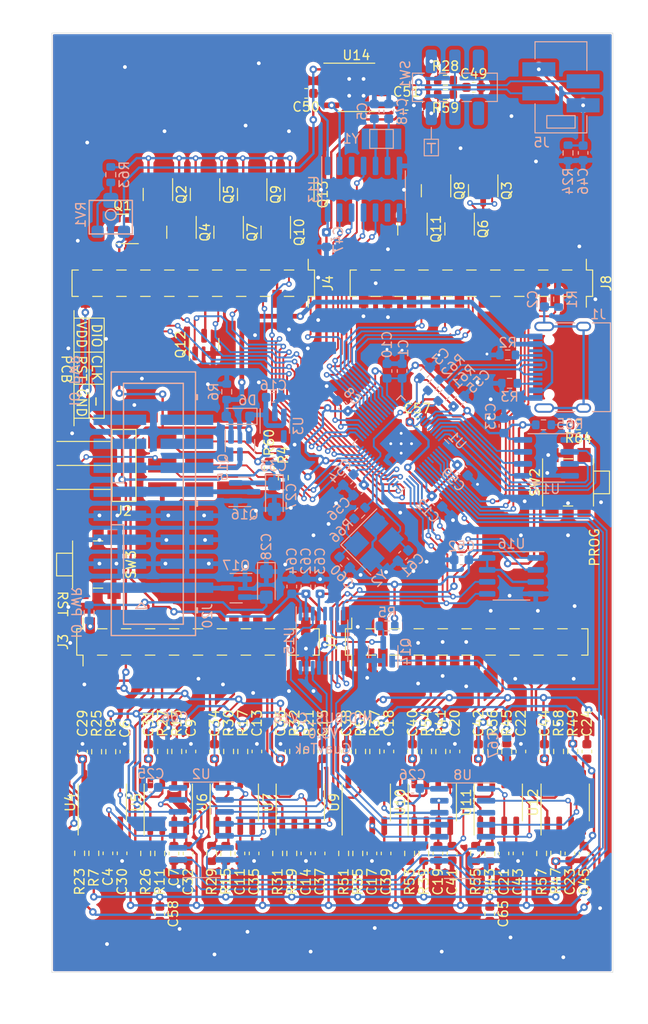
<source format=kicad_pcb>
(kicad_pcb (version 20221018) (generator pcbnew)
  (title_block (title "M2IDI - CV16 CORE") (date "2023-05-10") (rev "3.0") (company "GuavTek"))
  (layers (0 "F.Cu" signal) (31 "B.Cu" signal) (34 "B.Paste" user) (35 "F.Paste" user) (36 "B.SilkS" user "B.Silkscreen") (37 "F.SilkS" user "F.Silkscreen") (38 "B.Mask" user) (39 "F.Mask" user) (44 "Edge.Cuts" user))
  (net 0 "")
  (net 1 "GND")
  (net 2 "+5V")
  (net 3 "Net-(J1-SHIELD)")
  (net 4 "Net-(U1-VREG_VOUT)")
  (net 5 "Net-(U2-X0)")
  (net 6 "Net-(U13-OSC2)")
  (net 7 "Net-(U2-X1)")
  (net 8 "Net-(U2-X2)")
  (net 9 "Net-(U2-X3)")
  (net 10 "Net-(U2-Y0)")
  (net 11 "Net-(U2-Y1)")
  (net 12 "Net-(U2-Y2)")
  (net 13 "Net-(U2-Y3)")
  (net 14 "Net-(U8-X0)")
  (net 15 "Net-(U8-X1)")
  (net 16 "Net-(U10A-+)")
  (net 17 "Net-(U10B-+)")
  (net 18 "+3V3")
  (net 19 "Net-(U11A-+)")
  (net 20 "Net-(U11B-+)")
  (net 21 "Net-(U12A-+)")
  (net 22 "Net-(U12B-+)")
  (net 23 "Net-(J5-Pin_1)")
  (net 24 "Net-(U13-OSC1)")
  (net 25 "Net-(C60-Pad2)")
  (net 26 "Net-(U1-XIN)")
  (net 27 "Net-(J1-CC1)")
  (net 29 "Net-(J1-CC2)")
  (net 32 "Net-(J3-Pin_2)")
  (net 33 "+VDC")
  (net 34 "-VDC")
  (net 35 "VBUS")
  (net 36 "USB_D+")
  (net 37 "USB_D-")
  (net 38 "SWDIO")
  (net 39 "SWCLK")
  (net 40 "RESET")
  (net 41 "Net-(J3-Pin_4)")
  (net 42 "Net-(J3-Pin_6)")
  (net 43 "Net-(J3-Pin_8)")
  (net 44 "Net-(J3-Pin_3)")
  (net 45 "Net-(J3-Pin_5)")
  (net 46 "Net-(J3-Pin_7)")
  (net 47 "Net-(J3-Pin_9)")
  (net 48 "Net-(J4-Pin_1)")
  (net 49 "Net-(J4-Pin_2)")
  (net 50 "Net-(J4-Pin_3)")
  (net 51 "Net-(J4-Pin_4)")
  (net 52 "Butt3")
  (net 53 "Butt1")
  (net 54 "Net-(J4-Pin_5)")
  (net 55 "Net-(J4-Pin_6)")
  (net 56 "Butt2")
  (net 57 "Net-(J4-Pin_7)")
  (net 58 "LEDC1")
  (net 59 "LEDC2")
  (net 60 "LEDC3")
  (net 61 "LEDC4")
  (net 62 "LEDC5")
  (net 63 "LEDC6")
  (net 64 "LEDC7")
  (net 65 "LEDC8")
  (net 66 "Net-(J4-Pin_8)")
  (net 67 "Net-(J4-Pin_9)")
  (net 68 "M2IDI-")
  (net 69 "M2IDI+")
  (net 70 "LEDR1")
  (net 71 "LEDR2")
  (net 72 "LEDR3")
  (net 73 "LEDR4")
  (net 74 "LEDR5")
  (net 75 "Net-(R63-Pad1)")
  (net 76 "MUX_INH")
  (net 77 "MUX_B")
  (net 78 "MUX_A")
  (net 79 "Net-(J8-Pin_5)")
  (net 80 "Net-(J8-Pin_6)")
  (net 81 "Net-(C49-Pad1)")
  (net 82 "Net-(R28-Pad2)")
  (net 83 "Net-(R59-Pad2)")
  (net 84 "SPI_SCK")
  (net 85 "SPI_MOSI")
  (net 86 "Net-(J8-Pin_7)")
  (net 87 "SPI_MISO")
  (net 88 "CAN_INT")
  (net 89 "Net-(J8-Pin_8)")
  (net 90 "Net-(J20-Pin_1)")
  (net 91 "Net-(J20-Pin_10)")
  (net 92 "Net-(J20-Pin_11)")
  (net 97 "Net-(Q1-S)")
  (net 98 "Net-(Q14-D)")
  (net 99 "Net-(U4A--)")
  (net 100 "Net-(U4B--)")
  (net 101 "Net-(U5A--)")
  (net 102 "Net-(U5B--)")
  (net 103 "Net-(U6A--)")
  (net 104 "Net-(U6B--)")
  (net 105 "Net-(U7A--)")
  (net 106 "Net-(U7B--)")
  (net 107 "Net-(U9A--)")
  (net 108 "Net-(U9B--)")
  (net 109 "Net-(U10A--)")
  (net 110 "Net-(U10B--)")
  (net 111 "Net-(U11A--)")
  (net 112 "Net-(U11B--)")
  (net 113 "Net-(U12A--)")
  (net 114 "Net-(U12B--)")
  (net 115 "/MCU_USB_D+")
  (net 116 "/MCU_USB_D-")
  (net 117 "FLASH_CS")
  (net 118 "Net-(SW2-B)")
  (net 119 "Net-(U1-XOUT)")
  (net 122 "DAC_CS")
  (net 123 "EEPROM_CS")
  (net 125 "CAN_MISO")
  (net 126 "CAN_CS")
  (net 127 "CAN_SCK")
  (net 128 "CAN_MOSI")
  (net 129 "FLASH_SD3")
  (net 130 "FLASH_SCK")
  (net 131 "FLASH_SD0")
  (net 132 "FLASH_SD2")
  (net 133 "FLASH_SD1")
  (net 134 "Net-(U15-OUT1)")
  (net 135 "Net-(U15-OUT0)")
  (net 137 "Net-(U15-OUT3)")
  (net 138 "Net-(U15-OUT2)")
  (net 139 "Net-(U13-TXCAN)")
  (net 140 "Net-(U13-RXCAN)")
  (net 146 "Net-(J7-Pin_2)")
  (net 147 "Net-(J7-Pin_3)")
  (net 148 "Net-(J7-Pin_4)")
  (net 149 "Net-(J7-Pin_5)")
  (net 150 "Net-(J7-Pin_6)")
  (net 151 "Net-(J7-Pin_7)")
  (net 152 "Net-(J7-Pin_8)")
  (net 153 "Net-(J7-Pin_9)")
  (net 154 "Net-(J3-Pin_1)")
  (net 155 "Net-(J4-Pin_10)")
  (footprint "Capacitor_SMD:C_0603_1608Metric" (layer "F.Cu") (at 53.5 126.125 90)
    (fp_text reference "C29")
    (fp_text value "100nF")
  )
  (footprint "Capacitor_SMD:C_0603_1608Metric" (layer "F.Cu") (at 57.7 136.8875 90)
    (fp_text reference "C30")
    (fp_text value "100nF")
  )
  (footprint "Capacitor_SMD:C_0603_1608Metric" (layer "F.Cu") (at 60.5 126.1 90)
    (fp_text reference "C31")
    (fp_text value "100nF")
  )
  (footprint "Capacitor_SMD:C_0603_1608Metric" (layer "F.Cu") (at 64.7 136.9 90)
    (fp_text reference "C32")
    (fp_text value "100nF")
  )
  (footprint "Capacitor_SMD:C_0603_1608Metric" (layer "F.Cu") (at 67.5 126.1 90)
    (fp_text reference "C34")
    (fp_text value "100nF")
  )
  (footprint "Capacitor_SMD:C_0603_1608Metric" (layer "F.Cu") (at 71.7 136.9 90)
    (fp_text reference "C35")
    (fp_text value "100nF")
  )
  (footprint "Capacitor_SMD:C_0603_1608Metric" (layer "F.Cu") (at 74.5 126.1 90)
    (fp_text reference "C36")
    (fp_text value "100nF")
  )
  (footprint "Capacitor_SMD:C_0603_1608Metric" (layer "F.Cu") (at 78.7 136.9 90)
    (fp_text reference "C37")
    (fp_text value "100nF")
  )
  (footprint "Capacitor_SMD:C_0603_1608Metric" (layer "F.Cu") (at 81.5 126.1 90)
    (fp_text reference "C38")
    (fp_text value "100nF")
  )
  (footprint "Capacitor_SMD:C_0603_1608Metric" (layer "F.Cu") (at 85.7 136.9 90)
    (fp_text reference "C39")
    (fp_text value "100nF")
  )
  (footprint "Capacitor_SMD:C_0603_1608Metric" (layer "F.Cu") (at 88.5 126.1 90)
    (fp_text reference "C40")
    (fp_text value "100nF")
  )
  (footprint "Capacitor_SMD:C_0603_1608Metric" (layer "F.Cu") (at 92.7 136.9 90)
    (fp_text reference "C41")
    (fp_text value "100nF")
  )
  (footprint "Capacitor_SMD:C_0603_1608Metric" (layer "F.Cu") (at 95.5 126.1 90)
    (fp_text reference "C42")
    (fp_text value "100nF")
  )
  (footprint "Capacitor_SMD:C_0603_1608Metric" (layer "F.Cu") (at 99.7 136.9 90)
    (fp_text reference "C43")
    (fp_text value "100nF")
  )
  (footprint "Capacitor_SMD:C_0603_1608Metric" (layer "F.Cu") (at 102.5 126.1 90)
    (fp_text reference "C44")
    (fp_text value "100nF")
  )
  (footprint "Capacitor_SMD:C_0603_1608Metric" (layer "F.Cu") (at 106.7 136.9 90)
    (fp_text reference "C45")
    (fp_text value "100nF")
  )
  (footprint "Custom_FP:TSM103-DH" (layer "F.Cu") (at 57.9 95.8)
    (fp_text reference "J2")
    (fp_text value "Conn_01x06_Male")
  )
  (footprint "Custom_FP:PinSocket_1x10_P2.54mm_Vertical_SMD_Pin1Both" (layer "F.Cu") (at 65.75 114.5 90)
    (fp_text reference "J3")
    (fp_text value "Conn_01x10_Female")
  )
  (footprint "Custom_FP:PinSocket_1x10_P2.54mm_Vertical_SMD_Pin1Both" (layer "F.Cu") (at 65.25 76.5 -90)
    (fp_text reference "J4")
    (fp_text value "Conn_01x10_Female")
  )
  (footprint "Custom_FP:PinSocket_1x10_P2.54mm_Vertical_SMD_Pin1Both" (layer "F.Cu") (at 94.25 114.5 90)
    (fp_text reference "J7")
    (fp_text value "Conn_01x10_Female")
  )
  (footprint "Custom_FP:PinSocket_1x10_P2.54mm_Vertical_SMD_Pin1Both" (layer "F.Cu") (at 94.75 76.5 -90)
    (fp_text reference "J8")
    (fp_text value "Conn_01x10_Female")
  )
  (footprint "Package_TO_SOT_SMD:SOT-23" (layer "F.Cu") (at 57.75 70.75 180)
    (fp_text reference "Q1")
    (fp_text value "BSS84")
  )
  (footprint "Package_TO_SOT_SMD:SOT-23" (layer "F.Cu") (at 61.5 67.1 -90)
    (fp_text reference "Q2")
    (fp_text value "BSS84")
  )
  (footprint "Package_TO_SOT_SMD:SOT-23" (layer "F.Cu") (at 64 71.1 -90)
    (fp_text reference "Q4")
    (fp_text value "BSS84")
  )
  (footprint "Package_TO_SOT_SMD:SOT-23" (layer "F.Cu") (at 66.5 67.1 -90)
    (fp_text reference "Q5")
    (fp_text value "BSS84")
  )
  (footprint "Package_TO_SOT_SMD:SOT-23" (layer "F.Cu") (at 69 71.1 -90)
    (fp_text reference "Q7")
    (fp_text value "BSS84")
  )
  (footprint "Package_TO_SOT_SMD:SOT-23" (layer "F.Cu") (at 71.5 67.1 -90)
    (fp_text reference "Q9")
    (fp_text value "BSS84")
  )
  (footprint "Package_TO_SOT_SMD:SOT-23" (layer "F.Cu") (at 74 71.1 -90)
    (fp_text reference "Q10")
    (fp_text value "BSS84")
  )
  (footprint "Package_TO_SOT_SMD:SOT-23" (layer "F.Cu") (at 76.5 67.1 -90)
    (fp_text reference "Q13")
    (fp_text value "BSS84")
  )
  (footprint "Resistor_SMD:R_0603_1608Metric" (layer "F.Cu") (at 74.8 97.1 -90)
    (fp_text reference "R4")
    (fp_text value "NC")
  )
  (footprint "Package_TO_SOT_SMD:SOT-23" (layer "F.Cu") (at 93.5 70.75 -90)
    (fp_text reference "Q6")
    (fp_text value "2N7002")
  )
  (footprint "Package_TO_SOT_SMD:SOT-23" (layer "F.Cu") (at 91 66.7 -90)
    (fp_text reference "Q8")
    (fp_text value "2N7002")
  )
  (footprint "Package_TO_SOT_SMD:SOT-23" (layer "F.Cu") (at 88.5 70.75 -90)
    (fp_text reference "Q11")
    (fp_text value "2N7002")
  )
  (footprint "Package_TO_SOT_SMD:SOT-23" (layer "F.Cu") (at 66.4 83 90)
    (fp_text reference "Q12")
    (fp_text value "2N7002")
  )
  (footprint "Package_TO_SOT_SMD:SOT-23" (layer "F.Cu") (at 96 66.7 -90)
    (fp_text reference "Q3")
    (fp_text value "2N7002")
  )
  (footprint "Capacitor_SMD:C_0603_1608Metric" (layer "F.Cu") (at 95 55.75)
    (fp_text reference "C49")
    (fp_text value "4.7nF")
  )
  (footprint "Capacitor_SMD:C_0603_1608Metric" (layer "F.Cu") (at 77.216 56.388 180)
    (fp_text reference "C50")
    (fp_text value "1µF")
  )
  (footprint "Capacitor_SMD:C_0603_1608Metric" (layer "F.Cu") (at 87.884 57.658)
    (fp_text reference "C51")
    (fp_text value "100nF")
  )
  (footprint "Resistor_SMD:R_0603_1608Metric" (layer "F.Cu") (at 92 55 180)
    (fp_text reference "R28")
    (fp_text value "62")
  )
  (footprint "Resistor_SMD:R_0603_1608Metric" (layer "F.Cu") (at 92 56.5 180)
    (fp_text reference "R59")
    (fp_text value "62")
  )
  (footprint "Package_SO:Infineon_PG-DSO-8-27_3.9x4.9mm_EP2.65x3mm" (layer "F.Cu") (at 82.55 55.753)
    (fp_text reference "U14")
    (fp_text value "TLE9250V")
  )
  (footprint "Resistor_SMD:R_0603_1608Metric" (layer "F.Cu") (at 73.3 96.2 -90)
    (fp_text reference "R60")
    (fp_text value "NC")
  )
  (footprint "Package_SO:SOIC-8_3.9x4.9mm_P1.27mm" (layer "F.Cu") (at 83.6 131.5 90)
    (fp_text reference "U9")
    (fp_text value "TL072")
  )
  (footprint "Resistor_SMD:R_0603_1608Metric" (layer "F.Cu") (at 90 126.1 90)
    (fp_text reference "R54")
    (fp_text value "100k")
  )
  (footprint "Resistor_SMD:R_0603_1608Metric" (layer "F.Cu") (at 84.5 126.1 90)
    (fp_text reference "R37")
    (fp_text value "100k")
  )
  (footprint "Capacitor_SMD:C_0603_1608Metric" (layer "F.Cu") (at 63.2 136.9 -90)
    (fp_text reference "C7")
    (fp_text value "100pF")
  )
  (footprint "Resistor_SMD:R_0603_1608Metric" (layer "F.Cu") (at 61.7 136.9 -90)
    (fp_text reference "R11")
    (fp_text value "100k")
  )
  (footprint "Resistor_SMD:R_0603_1608Metric" (layer "F.Cu") (at 82.7 136.9 -90)
    (fp_text reference "R35")
    (fp_text value "100k")
  )
  (footprint "Resistor_SMD:R_0603_1608Metric" (layer "F.Cu") (at 98.5 126.1 90)
    (fp_text reference "R45")
    (fp_text value "100k")
  )
  (footprint "Resistor_SMD:R_0603_1608Metric" (layer "F.Cu") (at 62 126.1 90)
    (fp_text reference "R27")
    (fp_text value "100k")
  )
  (footprint "Resistor_SMD:R_0603_1608Metric" (layer "F.Cu") (at 69 126.1 90)
    (fp_text reference "R30")
    (fp_text value "100k")
  )
  (footprint "Resistor_SMD:R_0603_1608Metric" (layer "F.Cu") (at 102.2 136.9 -90)
    (fp_text reference "R57")
    (fp_text value "100k")
  )
  (footprint "Package_SO:SOIC-8_3.9x4.9mm_P1.27mm" (layer "F.Cu") (at 76.6 131.5 90)
    (fp_text reference "U7")
    (fp_text value "TL072")
  )
  (footprint "Capacitor_SMD:C_0603_1608Metric" (layer "F.Cu") (at 77.2 136.9 -90)
    (fp_text reference "C14")
    (fp_text value "100pF")
  )
  (footprint "Resistor_SMD:R_0603_1608Metric" (layer "F.Cu") (at 60.2 136.9 -90)
    (fp_text reference "R26")
    (fp_text value "100k")
  )
  (footprint "Resistor_SMD:R_0603_1608Metric" (layer "F.Cu") (at 74.2 136.9 -90)
    (fp_text reference "R31")
    (fp_text value "100k")
  )
  (footprint "Resistor_SMD:R_0603_1608Metric" (layer "F.Cu") (at 75.7 136.9 -90)
    (fp_text reference "R19")
    (fp_text value "100k")
  )
  (footprint "Resistor_SMD:R_0603_1608Metric" (layer "F.Cu") (at 54.7 136.8875 -90)
    (fp_text reference "R7")
    (fp_text value "100k")
  )
  (footprint "Capacitor_SMD:C_0603_1608Metric" (layer "F.Cu") (at 72 126.1 90)
    (fp_text reference "C13")
    (fp_text value "100pF")
  )
  (footprint "Capacitor_SMD:C_0603_1608Metric" (layer "F.Cu") (at 91.2 136.9 -90)
    (fp_text reference "C19")
    (fp_text value "100pF")
  )
  (footprint "Resistor_SMD:R_0603_1608Metric" (layer "F.Cu") (at 77.5 126.1 90)
    (fp_text reference "R21")
    (fp_text value "100k")
  )
  (footprint "Resistor_SMD:R_0603_1608Metric" (layer "F.Cu") (at 96.7 136.9 -90)
    (fp_text reference "R43")
    (fp_text value "100k")
  )
  (footprint "Resistor_SMD:R_0603_1608Metric" (layer "F.Cu") (at 63.5 126.1 90)
    (fp_text reference "R13")
    (fp_text value "100k")
  )
  (footprint "Capacitor_SMD:C_0603_1608Metric" (layer "F.Cu") (at 65 126.1 90)
    (fp_text reference "C9")
    (fp_text value "100pF")
  )
  (footprint "Resistor_SMD:R_0603_1608Metric" (layer "F.Cu") (at 55 126.125 90)
    (fp_text reference "R25")
    (fp_text value "100k")
  )
  (footprint "Package_SO:SOIC-8_3.9x4.9mm_P1.27mm" (layer "F.Cu") (at 69.6 131.5 90)
    (fp_text reference "U6")
    (fp_text value "TL072")
  )
  (footprint "Resistor_SMD:R_0603_1608Metric" (layer "F.Cu") (at 95.2 136.9 -90)
    (fp_text reference "R55")
    (fp_text value "100k")
  )
  (footprint "Capacitor_SMD:C_0603_1608Metric" (layer "F.Cu") (at 107 126.1 90)
    (fp_text reference "C24")
    (fp_text value "100pF")
  )
  (footprint "Capacitor_SMD:C_0603_1608Metric" (layer "F.Cu") (at 105.2 136.9 -90)
    (fp_text reference "C23")
    (fp_text value "100pF")
  )
  (footprint "Resistor_SMD:R_0603_1608Metric" (layer "F.Cu") (at 83 126.1 90)
    (fp_text reference "R52")
    (fp_text value "100k")
  )
  (footprint "Package_SO:SOIC-8_3.9x4.9mm_P1.27mm" (layer "F.Cu") (at 90.6 131.5 90)
    (fp_text reference "U10")
    (fp_text value "TL072")
  )
  (footprint "Capacitor_SMD:C_0603_1608Metric" (layer "F.Cu") (at 84.2 136.9 -90)
    (fp_text reference "C17")
    (fp_text value "100pF")
  )
  (footprint "Capacitor_SMD:C_0603_1608Metric" (layer "F.Cu") (at 89 91.2)
    (fp_text reference "C57")
    (fp_text value "100nF")
  )
  (footprint "Package_SO:SOIC-8_3.9x4.9mm_P1.27mm" (layer "F.Cu") (at 104.7 131.5 90)
    (fp_text reference "U12")
    (fp_text value "TL072")
  )
  (footprint "Resistor_SMD:R_0603_1608Metric" (layer "F.Cu") (at 53.2 136.8875 -90)
    (fp_text reference "R23")
    (fp_text value "100k")
  )
  (footprint "Custom_FP:Tactile_angled_5x5.4_SMD" (layer "F.Cu") (at 55.15 106.3 180)
    (fp_text reference "SW3")
    (fp_text value "SW_SPST")
  )
  (footprint "Capacitor_SMD:C_0603_1608Metric" (layer "F.Cu") (at 56.2 136.8875 -90)
    (fp_text reference "C4")
    (fp_text value "100pF")
  )
  (footprint "Resistor_SMD:R_0603_1608Metric" (layer "F.Cu") (at 56.5 126.125 90)
    (fp_text reference "R9")
    (fp_text value "100k")
  )
  (footprint "Resistor_SMD:R_0603_1608Metric" (layer "F.Cu") (at 105.5 126.1 90)
    (fp_text reference "R49")
    (fp_text value "100k")
  )
  (footprint "Package_SO:SOIC-8_3.9x4.9mm_P1.27mm" (layer "F.Cu") (at 97.6 131.5 90)
    (fp_text reference "U11")
    (fp_text value "TL072")
  )
  (footprint "Capacitor_SMD:C_0603_1608Metric" (layer "F.Cu") (at 93 126.1 90)
    (fp_text reference "C20")
    (fp_text value "100pF")
  )
  (footprint "Resistor_SMD:R_0603_1608Metric" (layer "F.Cu") (at 91.5 126.1 90)
    (fp_text reference "R41")
    (fp_text value "100k")
  )
  (footprint "Resistor_SMD:R_0603_1608Metric" (layer "F.Cu") (at 97 126.1 90)
    (fp_text reference "R56")
    (fp_text value "100k")
  )
  (footprint "Resistor_SMD:R_0603_1608Metric" (layer "F.Cu") (at 106.1 91.5)
    (fp_text reference "R64")
    (fp_text value "1k")
  )
  (footprint "Capacitor_SMD:C_0603_1608Metric" (layer "F.Cu") (at 70.2 136.9 -90)
    (fp_text reference "C11")
    (fp_text value "100pF")
  )
  (footprint "Resistor_SMD:R_0603_1608Metric" (layer "F.Cu") (at 68.7 136.9 -90)
    (fp_text reference "R15")
    (fp_text value "100k")
  )
  (footprint "Resistor_SMD:R_0603_1608Metric" (layer "F.Cu") (at 89.7 136.9 -90)
    (fp_text reference "R39")
    (fp_text value "100k")
  )
  (footprint "Resistor_SMD:R_0603_1608Metric" (layer "F.Cu") (at 81.2 136.9 -90)
    (fp_text reference "R51")
    (fp_text value "100k")
  )
  (footprint "Capacitor_SMD:C_0603_1608Metric" (layer "F.Cu") (at 86 126.1 90)
    (fp_text reference "C18")
    (fp_text value "100pF")
  )
  (footprint "Capacitor_SMD:C_0603_1608Metric" (layer "F.Cu") (at 96.7 143.3 -90)
    (fp_text reference "C65")
    (fp_text value "100nF")
  )
  (footprint "Resistor_SMD:R_0603_1608Metric" (layer "F.Cu") (at 88.2 136.9 -90)
    (fp_text reference "R53")
    (fp_text value "100k")
  )
  (footprint "Package_SO:SOIC-8_3.9x4.9mm_P1.27mm" (layer "F.Cu") (at 55.6 131.5 90)
    (fp_text reference "U4")
    (fp_text value "TL072")
  )
  (footprint "Capacitor_SMD:C_0603_1608Metric" (layer "F.Cu") (at 58 126.125 90)
    (fp_text reference "C6")
    (fp_text value "100pF")
  )
  (footprint "Capacitor_SMD:C_0603_1608Metric" (layer "F.Cu") (at 61.7 143.3 -90)
    (fp_text reference "C58")
    (fp_text value "100nF")
  )
  (footprint "Custom_FP:Tactile_angled_5x5.4_SMD" (layer "F.Cu") (at 105 97.6)
    (fp_text reference "SW2")
    (fp_text value "SW_SPST")
  )
  (footprint "Resistor_SMD:R_0603_1608Metric" (layer "F.Cu") (at 103.7 136.9 -90)
    (fp_text reference "R47")
    (fp_text value "100k")
  )
  (footprint "Resistor_SMD:R_0603_1608Metric" (layer "F.Cu") (at 67.2 136.9 -90)
    (fp_text reference "R29")
    (fp_text value "100k")
  )
  (footprint "Package_SO:SOIC-8_3.9x4.9mm_P1.27mm" (layer "F.Cu") (at 62.6 131.5 90)
    (fp_text reference "U5")
    (fp_text value "TL072")
  )
  (footprint "Resistor_SMD:R_0603_1608Metric" (layer "F.Cu") (at 70.5 126.1 90)
    (fp_text reference "R17")
    (fp_text value "100k")
  )
  (footprint "Capacitor_SMD:C_0603_1608Metric" (layer "F.Cu") (at 79 126.1 90)
    (fp_text reference "C15")
    (fp_text value "100pF")
  )
  (footprint "Capacitor_SMD:C_0603_1608Metric" (layer "F.Cu") (at 100 126.1 90)
    (fp_text reference "C22")
    (fp_text value "100pF")
  )
  (footprint "Capacitor_SMD:C_0603_1608Metric" (layer "F.Cu") (at 98.2 136.9 -90)
    (fp_text reference "C21")
    (fp_text value "100pF")
  )
  (footprint "Resistor_SMD:R_0603_1608Metric" (layer "F.Cu") (at 104 126.1 90)
    (fp_text reference "R58")
    (fp_text value "100k")
  )
  (footprint "Resistor_SMD:R_0603_1608Metric" (layer "F.Cu") (at 76 126.1 90)
    (fp_text reference "R32")
    (fp_text value "100k")
  )
  (footprint "Capacitor_SMD:C_0603_1608Metric" (layer "B.Cu") (at 102.5 78.2 90)
    (fp_text reference "C2")
    (fp_text value "4.7nF")
  )
  (footprint "Capacitor_SMD:C_0603_1608Metric" (layer "B.Cu") (at 89.8 86 45)
    (fp_text reference "C3")
    (fp_text value "1µF")
  )
  (footprint "Capacitor_SMD:C_0603_1608Metric" (layer "B.Cu") (at 73.75 88.5875)
    (fp_text reference "C16")
    (fp_text value "1µF")
  )
  (footprint "Capacitor_SMD:C_0603_1608Metric" (layer "B.Cu") (at 60.75 129.9 180)
    (fp_text reference "C25")
    (fp_text value "100nF")
  )
  (footprint "Capacitor_SMD:C_0603_1608Metric" (layer "B.Cu") (at 88.5 130 180)
    (fp_text reference "C26")
    (fp_text value "100nF")
  )
  (footprint "Capacitor_Tantalum_SMD:CP_EIA-3216-18_Kemet-A" (layer "B.Cu") (at 73 108.4 -90)
    (fp_text reference "C28")
    (fp_text value "3.3µF")
  )
  (footprint "Capacitor_SMD:C_0603_1608Metric" (layer "B.Cu") (at 73.75 94.4375)
    (fp_text reference "C33")
    (fp_text value "1µF")
  )
  (footprint "Diode_SMD:D_SOD-323_HandSoldering" (layer "B.Cu") (at 70 90.6 180)
    (fp_text reference "D6")
    (fp_text value "SD103")
  )
  (footprint "Connector_USB:USB_C_Receptacle_HRO_TYPE-C-31-M-12" (layer "B.Cu") (at 105.6 85.4 -90)
    (fp_text reference "J1")
    (fp_text value "USB_C_Receptacle_USB2.0")
  )
  (footprint "Resistor_SMD:R_0603_1608Metric" (layer "B.Cu") (at 104 78.2 90)
    (fp_text reference "R1")
    (fp_text value "1M")
  )
  (footprint "Resistor_SMD:R_0603_1608Metric" (layer "B.Cu") (at 98.6 84.1)
    (fp_text reference "R2")
    (fp_text value "5k1")
  )
  (footprint "Resistor_SMD:R_0603_1608Metric" (layer "B.Cu") (at 98.8 87.1)
    (fp_text reference "R3")
    (fp_text value "5k1")
  )
  (footprint "Resistor_SMD:R_0603_1608Metric" (layer "B.Cu") (at 56.5 65 90)
    (fp_text reference "R63")
    (fp_text value "120")
  )
  (footprint "Custom_FP:VG039N" (layer "B.Cu") (at 56.5 69.25 180)
    (fp_text reference "RV1")
    (fp_text value "3k3")
  )
  (footprint "Package_TO_SOT_SMD:SOT-23-5" (layer "B.Cu") (at 73.9 91.5875 -90)
    (fp_text reference "U3")
    (fp_text value "MIC5504-3.3YM5")
  )
  (footprint "Capacitor_Tantalum_SMD:CP_EIA-3216-18_Kemet-A" (layer "B.Cu") (at 73.85 99.1 -90)
    (fp_text reference "C27")
    (fp_text value "3.3µF")
  )
  (footprint "Custom_FP:Header_2x8_Shrouded_SMD" (layer "B.Cu") (at 59.75 108.75 90)
    (fp_text reference "J20")
    (fp_text value "Conn_02x08_Odd_Even")
  )
  (footprint "Custom_FP:SlideDPDT_JS202011" (layer "B.Cu") (at 93 55.75 -90)
    (fp_text reference "SW1")
    (fp_text value "SW_Push_DPDT")
  )
  (footprint "Capacitor_SMD:C_0603_1608Metric" (layer "B.Cu") (at 106.6 62.7 -90)
    (fp_text reference "C46")
    (fp_text value "4.7nF")
  )
  (footprint "Capacitor_SMD:C_0603_1608Metric" (layer "B.Cu") (at 79.375 71.882 -90)
    (fp_text reference "C47")
    (fp_text value "100nF")
  )
  (footprint "Custom_FP:MicroMatch_04_Vertical_SMD_Lock" (layer "B.Cu") (at 104.25 55.75 -90)
    (fp_text reference "J5")
    (fp_text value "Conn_01x04")
  )
  (footprint "Resistor_SMD:R_0603_1608Metric" (layer "B.Cu") (at 105 62.7 -90)
    (fp_text reference "R24")
    (fp_text value "1M")
  )
  (footprint "Capacitor_SMD:C_0603_1608Metric" (layer "B.Cu") (at 84.455 58.293 90)
    (fp_text reference "C5")
    (fp_text value "12pF")
  )
  (footprint "Capacitor_SMD:C_0603_1608Metric" (layer "B.Cu") (at 85.979 58.293 90)
    (fp_text reference "C48")
    (fp_text value "12pF")
  )
  (footprint "Package_SO:SOIC-14_3.9x8.7mm_P1.27mm" (layer "B.Cu") (at 83.312 66.548 -90)
    (fp_text reference "U13")
    (fp_text value "MCP2517FD-xSL")
  )
  (footprint "Custom_FP:Crystal_2pin_2.0x2.5mm" (layer "B.Cu") (at 85.217 61.214)
    (fp_text reference "Y1")
    (fp_text value "20MHz")
  )
  (footprint "Capacitor_SMD:C_0603_1608Metric" (layer "B.Cu") (at 75.7 108.625 90)
    (fp_text reference "C64")
    (fp_text value "100nF")
  )
  (footprint "Package_DFN_QFN:QFN-56-1EP_7x7mm_P0.4mm_EP3.2x3.2mm" (layer "B.Cu") (at 87.268629 93.5 135)
    (fp_text reference "U1")
    (fp_text value "RP2040")
  )
  (footprint "Capacitor_SMD:C_0603_1608Metric" (layer "B.Cu") (at 81.1 89.5 135)
    (fp_text reference "C8")
    (fp_text value "100nF")
  )
  (footprint "Package_TO_SOT_SMD:SOT-23" (layer "B.Cu") (at 69.8 108.8 180)
    (fp_text reference "Q17")
    (fp_text value "2N7002")
  )
  (footprint "Package_TO_SOT_SMD:SOT-23" (layer "B.Cu") (at 70.7 98.6)
    (fp_text reference "Q16")
    (fp_text value "BSS84")
  )
  (footprint "Capacitor_SMD:C_0603_1608Metric" (layer "B.Cu") (at 78.7 108.625 90)
    (fp_text reference "C63")
    (fp_text value "100nF")
  )
  (footprint "Resistor_SMD:R_0603_1608Metric" (layer "B.Cu") (at 68.8 88 90)
    (fp_text reference "R6")
    (fp_text value "1M")
  )
  (footprint "Crystal:Crystal_SMD_3225-4Pin_3.2x2.5mm_HandSoldering" (layer "B.Cu") (at 84.4 103.9 45)
    (fp_text reference "Y2")
    (fp_text value "ECS-120-18-33-JGN-TR3")
  )
  (footprint "Capacitor_SMD:C_0603_1608Metric" (layer "B.Cu") (at 93.8 96.3 -45)
    (fp_text reference "C59")
    (fp_text value "100nF")
  )
  (footprint "Capacitor_SMD:C_0603_1608Metric" (layer "B.Cu") (at 98.2 91.6 90)
    (fp_text reference "C53")
    (fp_text value "100nF")
  )
  (footprint "Capacitor_SMD:C_0603_1608Metric" (layer "B.Cu") (at 98.5 125.4 -90)
    (fp_text reference "C67")
    (fp_text value "100nF")
  )
  (footprint "Capacitor_SMD:C_0603_1608Metric" (layer "B.Cu") (at 81.302853 106.048617 135)
    (fp_text reference "C60")
    (fp_text value "27pF")
  )
  (footprint "Resistor_SMD:R_0603_1608Metric" (layer "B.Cu") (at 90.716637 87.283363 45)
    (fp_text reference "R62")
    (fp_text value "27.4")
  )
  (footprint "Package_SO:SOIC-16_3.9x9.9mm_P1.27mm" (layer "B.Cu") (at 93.825 134.495 180)
    (fp_text reference "U8")
    (fp_text value "TMUX4052")
  )
  (footprint "Resistor_SMD:R_0603_1608Metric" (layer "B.Cu") (at 85.8 112.8 180)
    (fp_text reference "R5")
    (fp_text value "10k")
  )
  (footprint "Package_TO_SOT_SMD:SOT-23" (layer "B.Cu") (at 70.2 93.7 -90)
    (fp_text reference "Q15")
    (fp_text value "BSS84")
  )
  (footprint "Capacitor_SMD:C_0603_1608Metric" (layer "B.Cu") (at 91.1 99.6 -45)
    (fp_text reference "C12")
    (fp_text value "100nF")
  )
  (footprint "Capacitor_SMD:C_0603_1608Metric" (layer "B.Cu") (at 63.3 123.9 180)
    (fp_text reference "C66")
    (fp_text value "100nF")
  )
  (footprint "Capacitor_SMD:C_0603_1608Metric" (layer "B.Cu") (at 93.7 105.8 180)
    (fp_text reference "C52")
    (fp_text value "100nF")
  )
  (footprint "Capacitor_SMD:C_0603_1608Metric" (layer "B.Cu") (at 82.8 98.4 -135)
    (fp_text reference "C56")
    (fp_text value "100nF")
  )
  (footprint "Package_SO:SOIC-16_3.9x9.9mm_P1.27mm" (layer "B.Cu") (at 66.1 134.4 180)
    (fp_text reference "U2")
    (fp_text value "TMUX4052")
  )
  (footprint "Custom_FP:NetTie_NC0603" (layer "B.Cu") (at 54.2 111.4 90)
    (fp_text reference "NT2" hide)
    (fp_text value "NetTie_2")
  )
  (footprint "Custom_FP:NetTie_NC0603" (layer "B.Cu") (at 54 86.8 90)
    (fp_text reference "NT1" hide)
    (fp_text value "NetTie_2")
  )
  (footprint "Capacitor_SMD:C_0603_1608Metric" (layer "B.Cu") (at 77.2 108.625 90)
    (fp_text reference "C62")
    (fp_text value "100nF")
  )
  (footprint "Package_SO:SO-8_3.9x4.9mm_P1.27mm" (layer "B.Cu") (at 99 107.5 180)
    (fp_text reference "U16")
    (fp_text value "CAT25640")
  )
  (footprint "Package_SO:TSSOP-16_4.4x5mm_P0.65mm" (layer "B.Cu") (at 78.9 114.375 -90)
    (fp_text reference "U15")
    (fp_text value "MAX5134")
  )
  (footprint "Capacitor_SMD:C_0603_1608Metric" (layer "B.Cu") (at 81.7 97.3 -135)
    (fp_text reference "C54")
    (fp_text value "100nF")
  )
  (footprint "Package_SO:SOIC-8_3.9x4.9mm_P1.27mm" (layer "B.Cu") (at 102.7 95 180)
    (fp_text reference "U17")
    (fp_text value "IS25LP032D")
  )
  (footprint "Package_TO_SOT_SMD:SOT-23" (layer "B.Cu") (at 85.4 115.5375 90)
    (fp_text reference "Q14")
    (fp_text value "2N7002")
  )
  (footprint "Capacitor_SMD:C_0603_1608Metric" (layer "B.Cu") (at 87.4 85.8 90)
    (fp_text reference "C1")
    (fp_text value "1µF")
  )
  (footprint "Capacitor_SMD:C_0603_1608Metric" (layer "B.Cu") (at 87.502853 105.348617 45)
    (fp_text reference "C61")
    (fp_text value "27pF")
  )
  (footprint "Capacitor_SMD:C_0603_1608Metric" (layer "B.Cu") (at 93.4 89 45)
    (fp_text reference "C55")
    (fp_text value "100nF")
  )
  (footprint "Resistor_SMD:R_0603_1608Metric" (layer "B.Cu") (at 91.816637 88.383363 -135)
    (fp_text reference "R61")
    (fp_text value "27.4")
  )
  (footprint "Capacitor_SMD:C_0603_1608Metric" (layer "B.Cu") (at 85.8 85.8 90)
    (fp_text reference "C10")
    (fp_text value "100nF")
  )
  (footprint "Resistor_SMD:R_0603_1608Metric" (layer "B.Cu") (at 82.902853 100.848617 45)
    (fp_text reference "R66")
    (fp_text value "1k")
  )
  (footprint "Resistor_SMD:R_0603_1608Metric" (layer "B.Cu") (at 102.4 91.5)
    (fp_text reference "R65")
    (fp_text value "NC")
  )
  (gr_line (start 91.25 61.25) (end 90.5 61.25) (stroke (width 0.12)) (layer "B.SilkS"))
  (gr_line (start 91.25 63) (end 91.25 61.25) (stroke (width 0.12)) (layer "B.SilkS"))
  (gr_line (start 89.75 61.25) (end 89.75 63) (stroke (width 0.12)) (layer "B.SilkS"))
  (gr_line (start 90.5 61.25) (end 89.75 61.25) (stroke (width 0.12)) (layer "B.SilkS"))
  (gr_line (start 89.75 63) (end 91.25 63) (stroke (width 0.12)) (layer "B.SilkS"))
  (gr_line (start 90.5 60) (end 90.5 61.25) (stroke (width 0.12)) (layer "B.SilkS"))
  (gr_line (start 52.6 83.8) (end 52.6 87.2) (stroke (width 0.12)) (layer "F.SilkS"))
  (gr_line (start 54.2 83.8) (end 55.8 83.8) (stroke (width 0.12)) (layer "F.SilkS"))
  (gr_line (start 54.2 80.2) (end 52.6 80.2) (stroke (width 0.12)) (layer "F.SilkS"))
  (gr_line (start 55.8 90.8) (end 55.8 87.2) (stroke (width 0.12)) (layer "F.SilkS"))
  (gr_line (start 52.6 87.2) (end 52.6 90.8) (stroke (width 0.12)) (layer "F.SilkS"))
  (gr_line (start 52.6 80.2) (end 52.6 79.4) (stroke (width 0.12)) (layer "F.SilkS"))
  (gr_line (start 54.2 80.2) (end 54.2 83.8) (stroke (width 0.12)) (layer "F.SilkS"))
  (gr_line (start 54.2 87.2) (end 55.8 87.2) (stroke (width 0.12)) (layer "F.SilkS"))
  (gr_line (start 52.6 90.8) (end 54.2 90.8) (stroke (width 0.12)) (layer "F.SilkS"))
  (gr_line (start 55.8 80.2) (end 54.2 80.2) (stroke (width 0.12)) (layer "F.SilkS"))
  (gr_line (start 54.2 83.8) (end 54.2 87.2) (stroke (width 0.12)) (layer "F.SilkS"))
  (gr_line (start 55.8 83.8) (end 55.8 80.2) (stroke (width 0.12)) (layer "F.SilkS"))
  (gr_line (start 52.6 83.8) (end 54.2 83.8) (stroke (width 0.12)) (layer "F.SilkS"))
  (gr_line (start 52.6 83.8) (end 52.6 80.2) (stroke (width 0.12)) (layer "F.SilkS"))
  (gr_line (start 54.2 87.2) (end 54.2 90.8) (stroke (width 0.12)) (layer "F.SilkS"))
  (gr_line (start 52.6 90.8) (end 52.6 91.6) (stroke (width 0.12)) (layer "F.SilkS"))
  (gr_line (start 54.2 90.8) (end 55.8 90.8) (stroke (width 0.12)) (layer "F.SilkS"))
  (gr_line (start 55.8 87.2) (end 55.8 83.8) (stroke (width 0.12)) (layer "F.SilkS"))
  (gr_line (start 52.6 87.2) (end 54.2 87.2) (stroke (width 0.12)) (layer "F.SilkS"))
  (gr_line (start 50.25 50) (end 50.25 149.5) (stroke (width 0.05)) (layer "Edge.Cuts"))
  (gr_line (start 109.75 50) (end 50.25 50) (stroke (width 0.05)) (layer "Edge.Cuts"))
  (gr_line (start 50.25 149.5) (end 109.75 149.5) (stroke (width 0.05)) (layer "Edge.Cuts"))
  (gr_line (start 109.75 149.5) (end 109.75 50) (stroke (width 0.05)) (layer "Edge.Cuts"))
  (gr_text "IO PWR" (at 53.4 111.4 270) (layer "B.SilkS") (effects (font (size 1 1)) (justify top mirror)))
  (gr_text "IO PWR" (at 53.2 86.8 270) (layer "B.SilkS") (effects (font (size 1 1)) (justify top mirror)))
  (gr_text "MIDIBUS_CV16\nV3.0\nGuavTek" (at 79 124.2) (layer "B.SilkS") (effects (font (size 1 1)) (justify mirror)))
  (gr_text "T" (at 90.5 62.25) (layer "B.SilkS") (effects (font (size 1 1.5)) (justify mirror)))
  (gr_text "RST" (at 50.8 109 -90) (layer "F.SilkS") (effects (font (size 1 1)) (justify left bottom)))
  (gr_text "PROG" (at 108.4 106.6 90) (layer "F.SilkS") (effects (font (size 1 1)) (justify left bottom)))
  (gr_text "DIO CLK  - \nVDD RST GND\nPCB" (at 51.2 85.6 270) (layer "F.SilkS") (effects (font (size 1 1)) (justify bottom)))
  (segment (start 58 125.35) (end 58 125.3245) (width 0.25) (layer "F.Cu") (net 1))
  (segment (start 53.5 125.3375) (end 53.5 125.3) (width 0.25) (layer "F.Cu") (net 1))
  (segment (start 58 125.3245) (end 57.9755 125.3) (width 0.25) (layer "F.Cu") (net 1))
  (via (at 102.9 94.7) (size 0.8) (drill 0.4) (layers "F.Cu" "B.Cu") (net 1))
  (via (at 85.9 80.1) (size 0.8) (drill 0.4) (layers "F.Cu" "B.Cu") (net 1))
  (via (at 86 125.3) (size 0.8) (drill 0.4) (layers "F.Cu" "B.Cu") (net 1))
  (via (at 102.8 96.6) (size 0.8) (drill 0.4) (layers "F.Cu" "B.Cu") (net 1))
  (via (at 85.8 83.5) (size 0.6) (drill 0.3) (layers "F.Cu" "B.Cu") (net 1))
  (via (at 88.646 57.658) (size 0.8) (drill 0.4) (layers "F.Cu" "B.Cu") (net 1))
  (via (at 83.3 80) (size 0.8) (drill 0.4) (layers "F.Cu" "B.Cu") (net 1))
  (via (at 89.1 114.6) (size 0.8) (drill 0.4) (layers "F.Cu" "B.Cu") (net 1))
  (via (at 95.4 97.8) (size 0.6) (drill 0.3) (layers "F.Cu" "B.Cu") (net 1))
  (via (at 62.6 101.1) (size 0.8) (drill 0.4) (layers "F.Cu" "B.Cu") (net 1))
  (via (at 75.4 81.4) (size 0.8) (drill 0.4) (layers "F.Cu" "B.Cu") (net 1))
  (via (at 71 145.2) (size 0.8) (drill 0.4) (layers "F.Cu" "B.Cu") (net 1))
  (via (at 75.6 100.3) (size 0.8) (drill 0.4) (layers "F.Cu" "B.Cu") (net 1))
  (via (at 52 110.8) (size 0.8) (drill 0.4) (layers "F.Cu" "B.Cu") (net 1))
  (via (at 82.7 112.9) (size 0.8) (drill 0.4) (layers "F.Cu" "B.Cu") (net 1))
  (via (at 83.7 118.3) (size 0.8) (drill 0.4) (layers "F.Cu" "B.Cu") (net 1))
  (via (at 99.7 137.7) (size 0.8) (drill 0.4) (layers "F.Cu" "B.Cu") (net 1))
  (via (at 90 106) (size 0.8) (drill 0.4) (layers "F.Cu" "B.Cu") (net 1))
  (via (at 65.8 118.4) (size 0.8) (drill 0.4) (layers "F.Cu" "B.Cu") (net 1))
  (via (at 68.4 119) (size 0.8) (drill 0.4) (layers "F.Cu" "B.Cu") (net 1))
  (via (at 87.4 83.6) (size 0.6) (drill 0.3) (layers "F.Cu" "B.Cu") (net 1))
  (via (at 71.7 137.7) (size 0.8) (drill 0.4) (layers "F.Cu" "B.Cu") (net 1))
  (via (at 96.8 88.8) (size 0.8) (drill 0.4) (layers "F.Cu" "B.Cu") (net 1))
  (via (at 74.5 125.3) (size 0.8) (drill 0.4) (layers "F.Cu" "B.Cu") (net 1))
  (via (at 98.8 109.6) (size 0.8) (drill 0.4) (layers "F.Cu" "B.Cu") (net 1))
  (via (at 104.5 147.9) (size 0.8) (drill 0.4) (layers "F.Cu" "B.Cu") (net 1))
  (via (at 78.5 75.9) (size 0.8) (drill 0.4) (layers "F.Cu" "B.Cu") (net 1))
  (via (at 62.2 60.4) (size 0.8) (drill 0.4) (layers "F.Cu" "B.Cu") (net 1))
  (via (at 71.8 82) (size 0.8) (drill 0.4) (layers "F.Cu" "B.Cu") (net 1))
  (via (at 83.4 124) (size 0.8) (drill 0.4) (layers "F.Cu" "B.Cu") (net 1))
  (via (at 81.788 54.864) (size 0.8) (drill 0.4) (layers "F.Cu" "B.Cu") (net 1))
  (via (at 105.7 110.7) (size 0.8) (drill 0.4) (layers "F.Cu" "B.Cu") (net 1))
  (via (at 105.6 118.4) (size 0.8) (drill 0.4) (layers "F.Cu" "B.Cu") (net 1))
  (via (at 66.5 103.7) (size 0.8) (drill 0.4) (layers "F.Cu" "B.Cu") (net 1))
  (via (at 59.8 86.6) (size 0.8) (drill 0.4) (layers "F.Cu" "B.Cu") (net 1))
  (via (at 52.2 114.6) (size 0.8) (drill 0.4) (layers "F.Cu" "B.Cu") (net 1))
  (via (at 101.6 63.6) (size 0.8) (drill 0.4) (layers "F.Cu" "B.Cu") (net 1))
  (via (at 66.9 106.2) (size 0.8) (drill 0.4) (layers "F.Cu" "B.Cu") (net 1))
  (via (at 57.7 137.7) (size 0.8) (drill 0.4) (layers "F.Cu" "B.Cu") (net 1))
  (via (at 96.6 90.8) (size 0.8) (drill 0.4) (layers "F.Cu" "B.Cu") (net 1))
  (via (at 62.6 123.6) (size 0.8) (drill 0.4) (layers "F.Cu" "B.Cu") (net 1))
  (via (at 56.1 146.5) (size 0.8) (drill 0.4) (layers "F.Cu" "B.Cu") (net 1))
  (via (at 57.9755 125.3) (size 0.8) (drill 0.4) (layers "F.Cu" "B.Cu") (net 1))
  (via (at 63.7 140.4) (size 0.8) (drill 0.4) (layers "F.Cu" "B.Cu") (net 1))
  (via (at 57.1 106.2) (size 0.8) (drill 0.4) (layers "F.Cu" "B.Cu") (net 1))
  (via (at 106.2 72.6) (size 0.8) (drill 0.4) (layers "F.Cu" "B.Cu") (net 1))
  (via (at 66.8 87.2) (size 0.8) (drill 0.4) (layers "F.Cu" "B.Cu") (net 1))
  (via (at 98.9 145.8) (size 0.8) (drill 0.4) (layers "F.Cu" "B.Cu") (net 1))
  (via (at 85.7 107.1) (size 0.8) (drill 0.4) (layers "F.Cu" "B.Cu") (net 1))
  (via (at 84.5 144.8) (size 0.8) (drill 0.4) (layers "F.Cu" "B.Cu") (net 1))
  (via (at 87.3 92.4) (size 0.6) (drill 0.3) (layers "F.Cu" "B.Cu") (net 1))
  (via (at 63.8 144.9) (size 0.8) (drill 0.4) (layers "F.Cu" "B.Cu") (net 1))
  (via (at 53.7 119) (size 0.8) (drill 0.4) (layers "F.Cu" "B.Cu") (net 1))
  (via (at 58 53.6) (size 0.8) (drill 0.4) (layers "F.Cu" "B.Cu") (net 1))
  (via (at 59 89.4) (size 0.8) (drill 0.4) (layers "F.Cu" "B.Cu") (net 1))
  (via (at 78.7 107.85) (size 0.8) (drill 0.4) (layers "F.Cu" "B.Cu") (net 1))
  (via (at 76 93.6) (size 0.8) (drill 0.4) (layers "F.Cu" "B.Cu") (net 1))
  (via (at 80.4 99.8) (size 0.8) (drill 0.4) (layers "F.Cu" "B.Cu") (net 1))
  (via (at 72.2 87) (size 0.8) (drill 0.4) (layers "F.Cu" "B.Cu") (net 1))
  (via (at 77.4 83.4) (size 0.8) (drill 0.4) (layers "F.Cu" "B.Cu") (net 1))
  (via (at 93.6 62.2) (size 0.8) (drill 0.4) (layers "F.Cu" "B.Cu") (net 1))
  (via (at 72 125.3) (size 0.8) (drill 0.4) (layers "F.Cu" "B.Cu") (net 1))
  (via (at 53.5 125.3) (size 0.8) (drill 0.4) (layers "F.Cu" "B.Cu") (net 1))
  (via (at 91.7 114.5) (size 0.8) (drill 0.4) (layers "F.Cu" "B.Cu") (net 1))
  (via (at 87.2 100.8) (size 0.8) (drill 0.4) (layers "F.Cu" "B.Cu") (net 1))
  (via (at 91.6 147.3) (size 0.8) (drill 0.4) (layers "F.Cu" "B.Cu") (net 1))
  (via (at 56 82.4) (size 0.8) (drill 0.4) (layers "F.Cu" "B.Cu") (net 1))
  (via (at 66.4 101.1) (size 0.8) (drill 0.4) (layers "F.Cu" "B.Cu") (net 1))
  (via (at 105 103.2) (size 0.8) (drill 0.4) (layers "F.Cu" "B.Cu") (net 1))
  (via (at 75 106.3) (size 0.8) (drill 0.4) (layers "F.Cu" "B.Cu") (net 1))
  (via (at 77.2 137.7) (size 0.8) (drill 0.4) (layers "F.Cu" "B.Cu") (net 1))
  (via (at 75.4 119.7) (size 0.8) (drill 0.4) (layers "F.Cu" "B.Cu") (net 1))
  (via (at 93 125.3) (size 0.8) (drill 0.4) (layers "F.Cu" "B.Cu") (net 1))
  (via (at 52 83.4) (size 0.8) (drill 0.4) (layers "F.Cu" "B.Cu") (net 1))
  (via (at 105 99.8) (size 0.8) (drill 0.4) (layers "F.Cu" "B.Cu") (net 1))
  (via (at 87.6 66.6) (size 0.8) (drill 0.4) (layers "F.Cu" "B.Cu") (net 1))
  (via (at 104 123.2) (size 0.8) (drill 0.4) (layers "F.Cu" "B.Cu") (net 1))
  (via (at 79.4 87.4) (size 0.8) (drill 0.4) (layers "F.Cu" "B.Cu") (net 1))
  (via (at 84.2 137.7) (size 0.8) (drill 0.4) (layers "F.Cu" "B.Cu") (net 1))
  (via (at 83.312 54.864) (size 0.8) (drill 0.4) (layers "F.Cu" "B.Cu") (net 1))
  (via (at 108.5 99.7) (size 0.8) (drill 0.4) (layers "F.Cu" "B.Cu") (net 1))
  (via (at 81.788 56.642) (size 0.8) (drill 0.4) (layers "F.Cu" "B.Cu") (net 1))
  (via (at 70.8 106.5) (size 0.8) (drill 0.4) (layers "F.Cu" "B.Cu") (net 1))
  (via (at 55.3 106.2) (size 0.8) (drill 0.4) (layers "F.Cu" "B.Cu") (net 1))
  (via (at 62.4 103.7) (size 0.8) (drill 0.4) (layers "F.Cu" "B.Cu") (net 1))
  (via (at 78.8 66.6) (size 0.8) (drill 0.4) (layers "F.Cu" "B.Cu") (net 1))
  (via (at 70.8 59.8) (size 0.8) (drill 0.4) (layers "F.Cu" "B.Cu") (net 1))
  (via (at 96.4 84) (size 0.6) (drill 0.3) (layers "F.Cu" "B.Cu") (net 1))
  (via (at 88.4 93.5) (size 0.6) (drill 0.3) (layers "F.Cu" "B.Cu") (net 1))
  (via (at 52.4 92.4) (size 0.8) (drill 0.4) (layers "F.Cu" "B.Cu") (net 1))
  (via (at 54 61.6) (size 0.8) (drill 0.4) (layers "F.Cu" "B.Cu") (net 1))
  (via (at 94.2 119.2) (size 0.8) (drill 0.4) (layers "F.Cu" "B.Cu") (net 1))
  (via (at 65 125.3) (size 0.8) (drill 0.4) (layers "F.Cu" "B.Cu") (net 1))
  (via (at 101.6 139) (size 0.8) (drill 0.4) (layers "F.Cu" "B.Cu") (net 1))
  (via (at 77.2 115.2) (size 0.8) (drill 0.4) (layers "F.Cu" "B.Cu") (net 1))
  (via (at 100.4 99.6) (size 0.8) (drill 0.4) (layers "F.Cu" "B.Cu") (net 1))
  (via (at 78 103.2) (size 0.8) (drill 0.4) (layers "F.Cu" "B.Cu") (net 1))
  (via (at 87.3 93.5) (size 0.6) (drill 0.3) (layers "F.Cu" "B.Cu") (net 1))
  (via (at 84.6 76.5) (size 0.8) (drill 0.4) (layers "F.Cu" "B.Cu") (net 1))
  (via (at 100 125.3) (size 0.8) (drill 0.4) (layers "F.Cu" "B.Cu") (net 1))
  (via (at 72.2 53.2) (size 0.8) (drill 0.4) (layers "F.Cu" "B.Cu") (net 1))
  (via (at 90.6 123.8) (size 0.8) (drill 0.4) (layers "F.Cu" "B.Cu") (net 1))
  (via (at 78.5 80.4) (size 0.8) (drill 0.4) (layers "F.Cu" "B.Cu") (net 1))
  (via (at 75.4 60.4) (size 0.8) (drill 0.4) (layers "F.Cu" "B.Cu") (net 1))
  (via (at 86.2 93.5) (size 0.6) (drill 0.3) (layers "F.Cu" "B.Cu") (net 1))
  (via (at 92.8 101.6) (size 0.8) (drill 0.4) (layers "F.Cu" "B.Cu") (net 1))
  (via (at 91.3 84.1) (size 0.6) (drill 0.3) (layers "F.Cu" "B.Cu") (net 1))
  (via (at 94.2 114.5) (size 0.8) (drill 0.4) (layers "F.Cu" "B.Cu") (net 1))
  (via (at 95.4 87) (size 0.8) (drill 0.4) (layers "F.Cu" "B.Cu") (net 1))
  (via (at 57.2 101.1) (size 0.8) (drill 0.4) (layers "F.Cu" "B.Cu") (net 1))
  (via (at 83 107.4) (size 0.8) (drill 0.4) (layers "F.Cu" "B.Cu") (net 1))
  (via (at 99 58.8) (size 0.8) (drill 0.4) (layers "F.Cu" "B.Cu") (net 1))
  (via (at 85.9 72.9) (size 0.8) (drill 0.4) (layers "F.Cu" "B.Cu") (net 1))
  (via (at 78 119.7) (size 0.8) (drill 0.4) (layers "F.Cu" "B.Cu") (net 1))
  (via (at 100 103.2) (size 0.8) (drill 0.4) (layers "F.Cu" "B.Cu") (net 1))
  (via (at 108.4 142.7) (size 0.8) (drill 0.4) (layers "F.Cu" "B.Cu") (net 1))
  (via (at 69 123.8) (size 0.8) (drill 0.4) (layers "F.Cu" "B.Cu") (net 1))
  (via (at 107.9 78.2) (size 0.8) (drill 0.4) (layers "F.Cu" "B.Cu") (net 1))
  (via (at 53 72) (size 0.8) (drill 0.4) (layers "F.Cu" "B.Cu") (net 1))
  (via (at 101.8 111.2) (size 0.8) (drill 0.4) (layers "F.Cu" "B.Cu") (net 1))
  (via (at 67.5 147.6) (size 0.8) (drill 0.4) (layers "F.Cu" "B.Cu") (net 1))
  (via (at 97.2 123.6) (size 0.8) (drill 0.4) (layers "F.Cu" "B.Cu") (net 1))
  (via (at 83.312 56.642) (size 0.8) (drill 0.4) (layers "F.Cu" "B.Cu") (net 1))
  (via (at 62.3 106.2) (size 0.8) (drill 0.4) (layers "F.Cu" "B.Cu") (net 1))
  (via (at 71.9 100.6) (size 0.8) (drill 0.4) (layers "F.Cu" "B.Cu") (net 1))
  (via (at 79.6 102) (size 0.8) (drill 0.4) (layers "F.Cu" "B.Cu") (net 1))
  (via (at 99.4 118.4) (size 0.8) (drill 0.4) (layers "F.Cu" "B.Cu") (net 1))
  (via (at 96.8 111.2) (size 0.8) (drill 0.4) (layers "F.Cu" "B.Cu") (net 1))
  (via (at 77.7 147.3) (size 0.8) (drill 0.4) (layers "F.Cu" "B.Cu") (net 1))
  (via (at 89.1 118.9) (size 0.8) (drill 0.4) (layers "F.Cu" "B.Cu") (net 1))
  (via (at 55.3 103.7) (size 0.8) (drill 0.4) (layers "F.Cu" "B.Cu") (net 1))
  (via (at 55.3 101.1) (size 0.8) (drill 0.4) (layers "F.Cu" "B.Cu") (net 1))
  (via (at 98.1 138.8) (size 0.8) (drill 0.4) (layers "F.Cu" "B.Cu") (net 1))
  (via (at 87.3 94.5) (size 0.6) (drill 0.3) (layers "F.Cu" "B.Cu") (net 1))
  (via (at 91.7 118.1) (size 0.8) (drill 0.4) (layers "F.Cu" "B.Cu") (net 1))
  (via (at 71.6 119.9) (size 0.8) (drill 0.4) (layers "F.Cu" "B.Cu") (net 1))
  (via (at 88.6 107) (size 0.8) (drill 0.4) (layers "F.Cu" "B.Cu") (net 1))
  (segment (start 80.525 111.5125) (end 80.525 108.425) (width 0.25) (layer "B.Cu") (net 1))
  (segment (start 77.275 117.2375) (end 77.275 118.475) (width 0.25) (layer "B.Cu") (net 1))
  (segment (start 84.26538 103.93462) (end 84.26538 105.660966) (width 0.25) (layer "B.Cu") (net 1))
  (segment (start 82.7 112.9) (end 82.75 112.85) (width 0.25) (layer "B.Cu") (net 1))
  (segment (start 80.525 112.725) (end 80.65 112.85) (width 0.25) (layer "B.Cu") (net 1))
  (segment (start 80.65 112.85) (end 82.65 112.85) (width 0.25) (layer "B.Cu") (net 1))
  (segment (start 85.16854 97.014304) (end 85.16854 97.76854) (width 0.2) (layer "B.Cu") (net 1))
  (segment (start 80.525 111.5125) (end 80.525 112.725) (width 0.25) (layer "B.Cu") (net 1))
  (segment (start 77.275 118.475) (end 77.275 118.975) (width 0.25) (layer "B.Cu") (net 1))
  (segment (start 84.26538 105.660966) (end 84.187868 105.738478) (width 0.25) (layer "B.Cu") (net 1))
  (segment (start 87.282842 94.9) (end 87.3 94.5) (width 0.2) (layer "B.Cu") (net 1))
  (segment (start 80.525 108.425) (end 79.95 107.85) (width 0.25) (layer "B.Cu") (net 1))
  (segment (start 85.4 98) (end 85.4 99.4) (width 0.2) (layer "B.Cu") (net 1))
  (segment (start 85.545056 96.637786) (end 87.282842 94.9) (width 0.2) (layer "B.Cu") (net 1))
  (segment (start 87.3 94.5) (end 87.3 94.9) (width 0.2) (layer "B.Cu") (net 1))
  (segment (start 82.75 112.85) (end 82.82 112.85) (width 0.25) (layer "B.Cu") (net 1))
  (segment (start 84.53462 103.659314) (end 84.53462 103.66538) (width 0.25) (layer "B.Cu") (net 1))
  (segment (start 84.53462 103.66538) (end 84.26538 103.93462) (width 0.25) (layer "B.Cu") (net 1))
  (segment (start 77.275 115.275) (end 77.2 115.2) (width 0.25) (layer "B.Cu") (net 1))
  (segment (start 84.612132 103.581802) (end 84.53462 103.659314) (width 0.25) (layer "B.Cu") (net 1))
  (segment (start 73.9 90.45) (end 73.9 89.2125) (width 0.5) (layer "B.Cu") (net 1))
  (segment (start 77.275 118.975) (end 78 119.7) (width 0.25) (layer "B.Cu") (net 1))
  (segment (start 85.4 99.4) (end 85.8 99.8) (width 0.2) (layer "B.Cu") (net 1))
  (segment (start 82.65 112.85) (end 82.7 112.9) (width 0.25) (layer "B.Cu") (net 1))
  (segment (start 85.16854 97.76854) (end 85.4 98) (width 0.2) (layer "B.Cu") (net 1))
  (segment (start 73.9 89.2125) (end 74.525 88.5875) (width 0.5) (layer "B.Cu") (net 1))
  (segment (start 77.275 117.2375) (end 77.275 115.275) (width 0.25) (layer "B.Cu") (net 1))
  (segment (start 85.545056 96.637786) (end 85.16854 97.014304) (width 0.2) (layer "B.Cu") (net 1))
  (segment (start 79.95 107.85) (end 78.7 107.85) (width 0.25) (layer "B.Cu") (net 1))
  (segment (start 84.612132 102.061522) (end 84.612132 103.581802) (width 0.25) (layer "B.Cu") (net 1))
  (segment (start 98.5 123.7) (end 98.5 125.275) (width 0.25) (layer "F.Cu") (net 2))
  (segment (start 56.5 125.3) (end 56.5 122.1) (width 0.25) (layer "F.Cu") (net 2))
  (segment (start 96.7 142.525) (end 96.7 141.5) (width 0.25) (layer "F.Cu") (net 2))
  (segment (start 57.4 72.4) (end 57.4 88.15) (width 0.25) (layer "F.Cu") (net 2))
  (segment (start 58.6 107.774695) (end 58.6 93.4) (width 0.25) (layer "F.Cu") (net 2))
  (segment (start 76.6 123.65) (end 76.6 124.375) (width 0.25) (layer "F.Cu") (net 2))
  (segment (start 75.7 141.5) (end 75.7 137.725) (width 0.25) (layer "F.Cu") (net 2))
  (segment (start 70.95 91.8) (end 71.15 92) (width 0.25) (layer "F.Cu") (net 2))
  (segment (start 91.9 123.3) (end 91.5 123.7) (width 0.25) (layer "F.Cu") (net 2))
  (segment (start 64.15 122.95) (end 63.5 123.6) (width 0.25) (layer "F.Cu") (net 2))
  (segment (start 76.6 124.375) (end 77.5 125.275) (width 0.25) (layer "F.Cu") (net 2))
  (segment (start 77.978 59.182) (end 77.978 56.4135) (width 0.25) (layer "F.Cu") (net 2))
  (segment (start 84.5 123.8) (end 85.2 123.1) (width 0.25) (layer "F.Cu") (net 2))
  (segment (start 60.2 91.8) (end 62 91.8) (width 0.25) (layer "F.Cu") (net 2))
  (segment (start 68.7 141.5) (end 68.7 137.725) (width 0.25) (layer "F.Cu") (net 2))
  (segment (start 107.502259 128.142073) (end 107.75 128.389814) (width 0.25) (layer "F.Cu") (net 2))
  (segment (start 70.45 123.2) (end 70.45 125.225) (width 0.25) (layer "F.Cu") (net 2))
  (segment (start 91.5 123.7) (end 91.5 125.275) (width 0.25) (layer "F.Cu") (net 2))
  (segment (start 107.75 128.389814) (end 107.75 134.85) (width 0.25) (layer "F.Cu") (net 2))
  (segment (start 87.2 138.3) (end 87.2 131.6) (width 0.25) (layer "F.Cu") (net 2))
  (segment (start 61 110.8) (end 61 110.174695) (width 0.25) (layer "F.Cu") (net 2))
  (segment (start 77.978 56.4135) (end 78.0035 56.388) (width 0.25) (layer "F.Cu") (net 2))
  (segment (start 89.7 138.8) (end 89.7 141.5) (width 0.25) (layer "F.Cu") (net 2))
  (segment (start 59.2 122.1) (end 61 120.3) (width 0.25) (layer "F.Cu") (net 2))
  (segment (start 61 120.3) (end 61 110.8) (width 0.25) (layer "F.Cu") (net 2))
  (segment (start 79.2 114.8) (end 79.2 111.4) (width 0.25) (layer "F.Cu") (net 2))
  (segment (start 59.5 138.9) (end 61.7 138.9) (width 0.25) (layer "F.Cu") (net 2))
  (segment (start 62 91.8) (end 62 88.25) (width 0.25) (layer "F.Cu") (net 2))
  (segment (start 87.7 138.8) (end 87.2 138.3) (width 0.25) (layer "F.Cu") (net 2))
  (segment (start 89.7 137.725) (end 89.7 138.8) (width 0.25) (layer "F.Cu") (net 2))
  (segment (start 61.7 138.9) (end 61.7 137.725) (width 0.25) (layer "F.Cu") (net 2))
  (segment (start 79.2 111.4) (end 77.2 109.4) (width 0.25) (layer "F.Cu") (net 2))
  (segment (start 59.1 131.9) (end 59.287701 131.712299) (width 0.25) (layer "F.Cu") (net 2))
  (segment (start 61 110.174695) (end 58.6 107.774695) (width 0.25) (layer "F.Cu") (net 2))
  (segment (start 63.2 111.3) (end 62.7 110.8) (width 0.25) (layer "F.Cu") (net 2))
  (segment (start 59.1 138.5) (end 59.5 138.9) (width 0.25) (layer "F.Cu") (net 2))
  (segment (start 61.7 141.5) (end 61.7 138.9) (width 0.25) (layer "F.Cu") (net 2))
  (segment (start 89.7 138.8) (end 87.7 138.8) (width 0.25) (layer "F.Cu") (net 2))
  (segment (start 107.75 134.85) (end 107.6 135) (width 0.25) (layer "F.Cu") (net 2))
  (segment (start 62 91.8) (end 70.95 91.8) (width 0.25) (layer "F.Cu") (net 2))
  (segment (start 63.5 123.6) (end 63.5 125.275) (width 0.25) (layer "F.Cu") (net 2))
  (segment (start 62.7 110.8) (end 61 110.8) (width 0.25) (layer "F.Cu") (net 2))
  (segment (start 82.7 137.725) (end 82.7 141.5) (width 0.25) (layer "F.Cu") (net 2))
  (segment (start 61.7 142.525) (end 61.7 141.5) (width 0.25) (layer "F.Cu") (net 2))
  (segment (start 70.45 125.225) (end 70.5 125.275) (width 0.25) (layer "F.Cu") (net 2))
  (segment (start 103.7 141.5) (end 103.7 137.725) (width 0.25) (layer "F.Cu") (net 2))
  (segment (start 84.5 125.275) (end 84.5 123.8) (width 0.25) (layer "F.Cu") (net 2))
  (segment (start 58.6 93.4) (end 60.2 91.8) (width 0.25) (layer "F.Cu") (net 2))
  (segment (start 59.1 131.9) (end 59.1 138.5) (width 0.25) (layer "F.Cu") (net 2))
  (segment (start 78.0035 56.388) (end 79.925 56.388) (width 0.25) (layer "F.Cu") (net 2))
  (segment (start 54.7 137.7125) (end 54.7 141.5) (width 0.25) (layer "F.Cu") (net 2))
  (segment (start 96.7 137.725) (end 96.7 141.5) (width 0.25) (layer "F.Cu") (net 2))
  (via (at 75.7 141.5) (size 0.8) (drill 0.4) (layers "F.Cu" "B.Cu") (net 2))
  (via (at 57.4 72.4) (size 0.8) (drill 0.4) (layers "F.Cu" "B.Cu") (net 2))
  (via (at 107.502259 128.142073) (size 0.8) (drill 0.4) (layers "F.Cu" "B.Cu") (net 2))
  (via (at 63.2 111.3) (size 0.8) (drill 0.4) (layers "F.Cu" "B.Cu") (net 2))
  (via (at 98.5 123.7) (size 0.8) (drill 0.4) (layers "F.Cu" "B.Cu") (net 2))
  (via (at 107.6 135) (size 0.8) (drill 0.4) (layers "F.Cu" "B.Cu") (net 2))
  (via (at 91.9 123.3) (size 0.8) (drill 0.4) (layers "F.Cu" "B.Cu") (net 2))
  (via (at 54.7 141.5) (size 0.8) (drill 0.4) (layers "F.Cu" "B.Cu") (net 2))
  (via (at 56.5 122.1) (size 0.8) (drill 0.4) (layers "F.Cu" "B.Cu") (net 2))
  (via (at 89.7 141.5) (size 0.8) (drill 0.4) (layers "F.Cu" "B.Cu") (net 2))
  (via (at 71.15 92) (size 0.8) (drill 0.4) (layers "F.Cu" "B.Cu") (net 2))
  (via (at 76.6 123.65) (size 0.8) (drill 0.4) (layers "F.Cu" "B.Cu") (net 2))
  (via (at 59.287701 131.712299) (size 0.8) (drill 0.4) (layers "F.Cu" "B.Cu") (net 2))
  (via (at 77.2 109.4) (size 0.8) (drill 0.4) (layers "F.Cu" "B.Cu") (net 2))
  (via (at 85.2 123.1) (size 0.8) (drill 0.4) (layers "F.Cu" "B.Cu") (net 2))
  (via (at 64.15 122.95) (size 0.8) (drill 0.4) (layers "F.Cu" "B.Cu") (net 2))
  (via (at 103.7 137.725) (size 0.8) (drill 0.4) (layers "F.Cu" "B.Cu") (net 2))
  (via (at 79.2 114.8) (size 0.8) (drill 0.4) (layers "F.Cu" "B.Cu") (net 2))
  (via (at 77.978 59.182) (size 0.8) (drill 0.4) (layers "F.Cu" "B.Cu") (net 2))
  (via (at 103.7 141.5) (size 0.8) (drill 0.4) (layers "F.Cu" "B.Cu") (net 2))
  (via (at 105.5 125.275) (size 0.8) (drill 0.4) (layers "F.Cu" "B.Cu") (net 2))
  (via (at 87.2 131.6) (size 0.8) (drill 0.4) (layers "F.Cu" "B.Cu") (net 2))
  (via (at 68.7 141.5) (size 0.8) (drill 0.4) (layers "F.Cu" "B.Cu") (net 2))
  (via (at 62 88.25) (size 0.8) (drill 0.4) (layers "F.Cu" "B.Cu") (net 2))
  (via (at 57.4 88.15) (size 0.8) (drill 0.4) (layers "F.Cu" "B.Cu") (net 2))
  (via (at 82.7 141.5) (size 0.8) (drill 0.4) (layers "F.Cu" "B.Cu") (net 2))
  (via (at 61.7 141.5) (size 0.8) (drill 0.4) (layers "F.Cu" "B.Cu") (net 2))
  (via (at 59.2 122.1) (size 0.8) (drill 0.4) (layers "F.Cu" "B.Cu") (net 2))
  (via (at 70.45 123.2) (size 0.8) (drill 0.4) (layers "F.Cu" "B.Cu") (net 2))
  (via (at 96.7 141.5) (size 0.8) (drill 0.4) (layers "F.Cu" "B.Cu") (net 2))
  (segment (start 59.287701 131.712299) (end 59.725201 131.712299) (width 0.25) (layer "B.Cu") (net 2))
  (segment (start 75.7 141.5) (end 82.7 141.5) (width 0.25) (layer "B.Cu") (net 2))
  (segment (start 74.95 122) (end 76.6 123.65) (width 0.25) (layer "B.Cu") (net 2))
  (segment (start 96.7 141.5) (end 103.7 141.5) (width 0.25) (layer "B.Cu") (net 2))
  (segment (start 61.7 141.5) (end 68.7 141.5) (width 0.25) (layer "B.Cu") (net 2))
  (segment (start 76.625 110.325) (end 75.7 109.4) (width 0.25) (layer "B.Cu") (net 2))
  (segment (start 107.6 135) (end 107.6 135.3) (width 0.25) (layer "B.Cu") (net 2))
  (segment (start 71.4 90.45) (end 71.25 90.6) (width 0.5) (layer "B.Cu") (net 2))
  (segment (start 86.9 121.4) (end 91.3 121.4) (width 0.25) (layer "B.Cu") (net 2))
  (segment (start 76.625 111.5125) (end 76.625 110.325) (width 0.25) (layer "B.Cu") (net 2))
  (segment (start 107.6 135.3) (end 105.175 137.725) (width 0.25) (layer "B.Cu") (net 2))
  (segment (start 88.6 131.6) (end 89.275 130.925) (width 0.25) (layer "B.Cu") (net 2))
  (segment (start 64.075 123.9) (end 64.075 123.025) (width 0.25) (layer "B.Cu") (net 2))
  (segment (start 78.575 115.425) (end 78.575 117.2375) (width 0.25) (layer "B.Cu") (net 2))
  (segment (start 59.725201 131.712299) (end 61.5375 129.9) (width 0.25) (layer "B.Cu") (net 2))
  (segment (start 57.5 88.25) (end 57.4 88.15) (width 0.25) (layer "B.Cu") (net 2))
  (segment (start 89.275 130.925) (end 89.275 130) (width 0.25) (layer "B.Cu") (net 2))
  (segment (start 68.55 121.3) (end 70.45 123.2) (width 0.25) (layer "B.Cu") (net 2))
  (segment (start 57.9 71.9) (end 57.4 72.4) (width 0.25) (layer "B.Cu") (net 2))
  (segment (start 75.7 109.4) (end 77.2 109.4) (width 0.25) (layer "B.Cu") (net 2))
  (segment (start 76.5 64.25) (end 75.75 64.25) (width 0.25) (layer "B.Cu") (net 2))
  (segment (start 79.2 114.8) (end 78.575 115.425) (width 0.25) (layer "B.Cu") (net 2))
  (segment (start 59.287701 130.578825) (end 58.9 130.191124) (width 0.25) (layer "B.Cu") (net 2))
  (segment (start 107.502259 127.952259) (end 105.5 125.95) (width 0.25) (layer "B.Cu") (net 2))
  (segment (start 89.275 130) (end 91.3 130) (width 0.25) (layer "B.Cu") (net 2))
  (segment (start 75.75 64.25) (end 59.5 64.25) (width 0.25) (layer "B.Cu") (net 2))
  (segment (start 68.7 141.5) (end 75.7 141.5) (width 0.25) (layer "B.Cu") (net 2))
  (segment (start 59.6 122.5) (end 59.2 122.1) (width 0.25) (layer "B.Cu") (net 2))
  (segment (start 70.45 123.2) (end 71.65 122) (width 0.25) (layer "B.Cu") (net 2))
  (segment (start 71.65 122) (end 74.95 122) (width 0.25) (layer "B.Cu") (net 2))
  (segment (start 75.7 109.4) (end 74.8 110.3) (width 0.25) (layer "B.Cu") (net 2))
  (segment (start 91.3 130) (end 91.35 130.05) (width 0.25) (layer "B.Cu") (net 2))
  (segment (start 72.95 91.3875) (end 72.95 90.4875) (width 0.5) (layer "B.Cu") (net 2))
  (segment (start 74.8 110.3) (end 73.3 111.8) (width 0.25) (layer "B.Cu") (net 2))
  (segment (start 72.95 90.45) (end 72.95 88.6125) (width 0.5) (layer "B.Cu") (net 2))
  (segment (start 91.9 122) (end 91.9 123.3) (width 0.25) (layer "B.Cu") (net 2))
  (segment (start 62 88.25) (end 57.5 88.25) (width 0.25) (layer "B.Cu") (net 2))
  (segment (start 58.9 130.191124) (end 58.9 127.8) (width 0.25) (layer "B.Cu") (net 2))
  (segment (start 57.9 65.85) (end 57.9 71.05) (width 0.25) (layer "B.Cu") (net 2))
  (segment (start 57.9 71.05) (end 57.9 71.9) (width 0.25) (layer "B.Cu") (net 2))
  (segment (start 105.5 122) (end 105.5 125.275) (width 0.25) (layer "B.Cu") (net 2))
  (segment (start 98.5 124.625) (end 98.5 123.7) (width 0.25) (layer "B.Cu") (net 2))
  (segment (start 72.95 90.45) (end 71.4 90.45) (width 0.5) (layer "B.Cu") (net 2))
  (segment (start 77.2 111.4375) (end 77.275 111.5125) (width 0.25) (layer "B.Cu") (net 2))
  (segment (start 105.175 137.725) (end 103.7 137.725) (width 0.25) (layer "B.Cu") (net 2))
  (segment (start 78 62.75) (end 76.5 64.25) (width 0.25) (layer "B.Cu") (net 2))
  (segment (start 59.2 122.1) (end 63.3 122.1) (width 0.25) (layer "B.Cu") (net 2))
  (segment (start 98.1 121.4) (end 98.5 121.8) (width 0.25) (layer "B.Cu") (net 2))
  (segment (start 74.65 91.5875) (end 73.15 91.5875) (width 0.5) (layer "B.Cu") (net 2))
  (segment (start 63.3 122.1) (end 64.15 122.95) (width 0.25) (layer "B.Cu") (net 2))
  (segment (start 71.15 92) (end 71.15 90.7) (width 0.5) (layer "B.Cu") (net 2))
  (segment (start 59.287701 131.712299) (end 59.287701 130.578825) (width 0.25) (layer "B.Cu") (net 2))
  (segment (start 59.6 127.1) (end 59.6 122.5) (width 0.25) (layer "B.Cu") (net 2))
  (segment (start 56.5 122.1) (end 59.2 122.1) (width 0.25) (layer "B.Cu") (net 2))
  (segment (start 107.502259 128.142073) (end 107.502259 127.952259) (width 0.25) (layer "B.Cu") (net 2))
  (segment (start 92.5 121.4) (end 98.1 121.4) (width 0.25) (layer "B.Cu") (net 2))
  (segment (start 71.15 92.7625) (end 71.15 92) (width 0.5) (layer "B.Cu") (net 2))
  (segment (start 68.1 111.3) (end 63.2 111.3) (width 0.25) (layer "B.Cu") (net 2))
  (segment (start 65.8 121.3) (end 68.55 121.3) (width 0.25) (layer "B.Cu") (net 2))
  (segment (start 78 62.75) (end 78 59.204) (width 0.25) (layer "B.Cu") (net 2))
  (segment (start 77.2 109.4) (end 77.2 111.4375) (width 0.25) (layer "B.Cu") (net 2))
  (segment (start 85.2 123.1) (end 86.9 121.4) (width 0.25) (layer "B.Cu") (net 2))
  (segment (start 68.6 111.8) (end 68.1 111.3) (width 0.25) (layer "B.Cu") (net 2))
  (segment (start 74.85 91.3875) (end 74.65 91.5875) (width 0.5) (layer "B.Cu") (net 2))
  (segment (start 54.7 141.5) (end 61.7 141.5) (width 0.25) (layer "B.Cu") (net 2))
  (segment (start 64.15 122.95) (end 65.8 121.3) (width 0.25) (layer "B.Cu") (net 2))
  (segment (start 91.3 121.4) (end 91.9 122) (width 0.25) (layer "B.Cu") (net 2))
  (segment (start 78 59.204) (end 77.978 59.182) (width 0.25) (layer "B.Cu") (net 2))
  (segment (start 104.8 121.3) (end 105.5 122) (width 0.25) (layer "B.Cu") (net 2))
  (segment (start 105.5 125.95) (end 105.5 125.275) (width 0.25) (layer "B.Cu") (net 2))
  (segment (start 82.7 141.5) (end 89.7 141.5) (width 0.25) (layer "B.Cu") (net 2))
  (segment (start 98.5 121.8) (end 98.5 123.7) (width 0.25) (layer "B.Cu") (net 2))
  (segment (start 74.85 90.4875) (end 74.85 91.3875) (width 0.5) (layer "B.Cu") (net 2))
  (segment (start 87.2 131.6) (end 88.6 131.6) (width 0.25) (layer "B.Cu") (net 2))
  (segment (start 64.075 123.025) (end 64.15 122.95) (width 0.25) (layer "B.Cu") (net 2))
  (segment (start 98.5 121.8) (end 99 121.3) (width 0.25) (layer "B.Cu") (net 2))
  (segment (start 91.9 122) (end 92.5 121.4) (width 0.25) (layer "B.Cu") (net 2))
  (segment (start 72.95 88.6125) (end 72.975 88.5875) (width 0.5) (layer "B.Cu") (net 2))
  (segment (start 99 121.3) (end 104.8 121.3) (width 0.25) (layer "B.Cu") (net 2))
  (segment (start 73.3 111.8) (end 68.6 111.8) (width 0.25) (layer "B.Cu") (net 2))
  (segment (start 61.5925 129.955) (end 61.5375 129.9) (width 0.25) (layer "B.Cu") (net 2))
  (segment (start 71.15 90.7) (end 71.25 90.6) (width 0.5) (layer "B.Cu") (net 2))
  (segment (start 58.9 127.8) (end 59.6 127.1) (width 0.25) (layer "B.Cu") (net 2))
  (segment (start 63.625 129.955) (end 61.5925 129.955) (width 0.25) (layer "B.Cu") (net 2))
  (segment (start 89.7 141.5) (end 96.7 141.5) (width 0.25) (layer "B.Cu") (net 2))
  (segment (start 73.15 91.5875) (end 72.95 91.3875) (width 0.5) (layer "B.Cu") (net 2))
  (segment (start 59.5 64.25) (end 57.9 65.85) (width 0.25) (layer "B.Cu") (net 2))
  (segment (start 102.55 79.025) (end 102.5 78.975) (width 0.2) (layer "B.Cu") (net 3))
  (segment (start 104 79.025) (end 102.55 79.025) (width 0.2) (layer "B.Cu") (net 3))
  (segment (start 102.47 81.08) (end 102.47 79.005) (width 0.25) (layer "B.Cu") (net 3))
  (segment (start 102.47 79.005) (end 102.5 78.975) (width 0.25) (layer "B.Cu") (net 3))
  (segment (start 106.65 89.72) (end 106.65 81.08) (width 0.25) (layer "B.Cu") (net 3))
  (segment (start 102.47 81.08) (end 106.65 81.08) (width 0.25) (layer "B.Cu") (net 3))
  (segment (start 106.65 89.72) (end 102.47 89.72) (width 0.25) (layer "B.Cu") (net 3))
  (segment (start 88.95979 88.94021) (end 88.95979 86.74021) (width 0.2) (layer "F.Cu") (net 4))
  (segment (start 90.044194 86.74021) (end 92.851992 89.548008) (width 0.2) (layer "F.Cu") (net 4))
  (segment (start 87.7 90.2) (end 88.95979 88.94021) (width 0.2) (layer "F.Cu") (net 4))
  (segment (start 87.2 90.2) (end 87.7 90.2) (width 0.2) (layer "F.Cu") (net 4))
  (segment (start 88.95979 86.74021) (end 90.044194 86.74021) (width 0.2) (layer "F.Cu") (net 4))
  (via (at 88.95979 86.74021) (size 0.6) (drill 0.3) (layers "F.Cu" "B.Cu") (net 4))
  (via (at 87.2 90.2) (size 0.6) (drill 0.3) (layers "F.Cu" "B.Cu") (net 4))
  (via (at 92.851992 89.548008) (size 0.6) (drill 0.3) (layers "F.Cu" "B.Cu") (net 4))
  (segment (start 87.2 90.2) (end 84.4 93) (width 0.2) (layer "B.Cu") (net 4))
  (segment (start 84.4 93) (end 84.4 93.8) (width 0.2) (layer "B.Cu") (net 4))
  (segment (start 84.413685 95.506415) (end 83.668108 96.251992) (width 0.2) (layer "B.Cu") (net 4))
  (segment (start 89.84073 91.210742) (end 90.951473 90.1) (width 0.2) (layer "B.Cu") (net 4))
  (segment (start 90.951473 90.1) (end 92.3 90.1) (width 0.2) (layer "B.Cu") (net 4))
  (segment (start 84.4 93.8) (end 85.1 94.5) (width 0.2) (layer "B.Cu") (net 4))
  (segment (start 85.1 94.8201) (end 84.413685 95.506415) (width 0.2) (layer "B.Cu") (net 4))
  (segment (start 92.3 90.1) (end 92.851992 89.548008) (width 0.2) (layer "B.Cu") (net 4))
  (segment (start 83.668108 96.251992) (end 82.748008 96.251992) (width 0.2) (layer "B.Cu") (net 4))
  (segment (start 85.1 94.5) (end 85.1 94.8201) (width 0.2) (layer "B.Cu") (net 4))
  (segment (start 82.748008 96.251992) (end 82.248008 96.751992) (width 0.2) (layer "B.Cu") (net 4))
  (segment (start 88.95979 86.74021) (end 88.95979 89.263254) (width 0.2) (layer "B.Cu") (net 4))
  (segment (start 88.95979 89.263254) (end 88.426516 89.796528) (width 0.2) (layer "B.Cu") (net 4))
  (segment (start 56.235 133.975) (end 56.235 136.0775) (width 0.25) (layer "F.Cu") (net 5))
  (segment (start 56.235 136.0775) (end 56.2 136.1125) (width 0.25) (layer "F.Cu") (net 5))
  (segment (start 56.3 132.3) (end 56.3 133.91) (width 0.2) (layer "F.Cu") (net 5))
  (segment (start 56.3 133.91) (end 56.235 133.975) (width 0.2) (layer "F.Cu") (net 5))
  (via (at 56.3 132.3) (size 0.6) (drill 0.3) (layers "F.Cu" "B.Cu") (net 5))
  (segment (start 63.625 135.035) (end 59.035 135.035) (width 0.2) (layer "B.Cu") (net 5))
  (segment (start 59.035 135.035) (end 56.3 132.3) (width 0.2) (layer "B.Cu") (net 5))
  (segment (start 84.455 59.0805) (end 84.455 60.726) (width 0.25) (layer "B.Cu") (net 6))
  (segment (start 84.455 60.726) (end 83.967 61.214) (width 0.25) (layer "B.Cu") (net 6))
  (segment (start 84.582 64.073) (end 84.582 61.829) (width 0.25) (layer "B.Cu") (net 6))
  (segment (start 84.582 61.829) (end 83.967 61.214) (width 0.25) (layer "B.Cu") (net 6))
  (segment (start 57.5 129.03) (end 57.505 129.025) (width 0.2) (layer "F.Cu") (net 7))
  (segment (start 57.505 127.395) (end 58 126.9) (width 0.25) (layer "F.Cu") (net 7))
  (segment (start 57.505 129.025) (end 57.505 127.395) (width 0.25) (layer "F.Cu") (net 7))
  (segment (start 57.5 130.7) (end 57.5 129.03) (width 0.2) (layer "F.Cu") (net 7))
  (via (at 57.5 130.7) (size 0.6) (drill 0.3) (layers "F.Cu" "B.Cu") (net 7))
  (segment (start 58.395 132.495) (end 57.5 131.6) (width 0.2) (layer "B.Cu") (net 7))
  (segment (start 63.625 132.495) (end 58.395 132.495) (width 0.2) (layer "B.Cu") (net 7))
  (segment (start 57.5 131.6) (end 57.5 130.7) (width 0.2) (layer "B.Cu") (net 7))
  (segment (start 62.5 131.7) (end 63.235 132.435) (width 0.2) (layer "F.Cu") (net 8))
  (segment (start 63.235 136.09) (end 63.2 136.125) (width 0.25) (layer "F.Cu") (net 8))
  (segment (start 63.235 133.975) (end 63.235 136.09) (width 0.25) (layer "F.Cu") (net 8))
  (segment (start 61.8 131.7) (end 62.5 131.7) (width 0.2) (layer "F.Cu") (net 8))
  (segment (start 63.235 132.435) (end 63.235 133.975) (width 0.2) (layer "F.Cu") (net 8))
  (via (at 61.8 131.7) (size 0.6) (drill 0.3) (layers "F.Cu" "B.Cu") (net 8))
  (segment (start 62.275 131.225) (end 61.8 131.7) (width 0.2) (layer "B.Cu") (net 8))
  (segment (start 63.625 131.225) (end 62.275 131.225) (width 0.2) (layer "B.Cu") (net 8))
  (segment (start 66.1 134.6) (end 66.1 132.6) (width 0.25) (layer "F.Cu") (net 9))
  (segment (start 66.1 132.6) (end 64.505 131.005) (width 0.25) (layer "F.Cu") (net 9))
  (segment (start 64.505 127.37) (end 65 126.875) (width 0.25) (layer "F.Cu") (net 9))
  (segment (start 64.505 131.005) (end 64.505 129.025) (width 0.25) (layer "F.Cu") (net 9))
  (segment (start 64.505 129.025) (end 64.505 127.37) (width 0.25) (layer "F.Cu") (net 9))
  (via (at 66.1 134.6) (size 0.6) (drill 0.3) (layers "F.Cu" "B.Cu") (net 9))
  (segment (start 66.1 135.1) (end 64.895 136.305) (width 0.25) (layer "B.Cu") (net 9))
  (segment (start 64.895 136.305) (end 63.625 136.305) (width 0.25) (layer "B.Cu") (net 9))
  (segment (start 66.1 134.6) (end 66.1 135.1) (width 0.25) (layer "B.Cu") (net 9))
  (segment (start 70.8 130.6) (end 70.235 131.165) (width 0.25) (layer "F.Cu") (net 10))
  (segment (start 70.235 131.165) (end 70.235 133.975) (width 0.25) (layer "F.Cu") (net 10))
  (segment (start 70.235 133.975) (end 70.235 136.09) (width 0.25) (layer "F.Cu") (net 10))
  (segment (start 70.235 136.09) (end 70.2 136.125) (width 0.25) (layer "F.Cu") (net 10))
  (via (at 70.8 130.6) (size 0.6) (drill 0.3) (layers "F.Cu" "B.Cu") (net 10))
  (segment (start 70.155 129.955) (end 68.575 129.955) (width 0.25) (layer "B.Cu") (net 10))
  (segment (start 70.8 130.6) (end 70.155 129.955) (width 0.25) (layer "B.Cu") (net 10))
  (segment (start 72.7 134.6) (end 72.7 131.9) (width 0.2) (layer "F.Cu") (net 11))
  (segment (start 71.505 129.025) (end 71.505 127.37) (width 0.25) (layer "F.Cu") (net 11))
  (segment (start 71.505 130.705) (end 71.505 129.025) (width 0.2) (layer "F.Cu") (net 11))
  (segment (start 71.505 127.37) (end 72 126.875) (width 0.25) (layer "F.Cu") (net 11))
  (segment (start 72.7 131.9) (end 71.505 130.705) (width 0.2) (layer "F.Cu") (net 11))
  (via (at 72.7 134.6) (size 0.6) (drill 0.3) (layers "F.Cu" "B.Cu") (net 11))
  (segment (start 68.575 135.035) (end 72.265 135.035) (width 0.2) (layer "B.Cu") (net 11))
  (segment (start 72.265 135.035) (end 72.7 134.6) (width 0.2) (layer "B.Cu") (net 11))
  (segment (start 77.235 131.335) (end 77.235 133.975) (width 0.2) (layer "F.Cu") (net 12))
  (segment (start 77.235 136.09) (end 77.2 136.125) (width 0.25) (layer "F.Cu") (net 12))
  (segment (start 76.7 130.8) (end 77.235 131.335) (width 0.2) (layer "F.Cu") (net 12))
  (segment (start 77.235 133.975) (end 77.235 136.09) (width 0.25) (layer "F.Cu") (net 12))
  (via (at 76.7 130.8) (size 0.6) (drill 0.3) (layers "F.Cu" "B.Cu") (net 12))
  (segment (start 76.7 130.8) (end 76.275 131.225) (width 0.2) (layer "B.Cu") (net 12))
  (segment (start 76.275 131.225) (end 68.575 131.225) (width 0.2) (layer "B.Cu") (net 12))
  (segment (start 79.7 132.3) (end 78.505 131.105) (width 0.2) (layer "F.Cu") (net 13))
  (segment (start 78.505 131.105) (end 78.505 129.025) (width 0.2) (layer "F.Cu") (net 13))
  (segment (start 78.505 127.37) (end 79 126.875) (width 0.25) (layer "F.Cu") (net 13))
  (segment (start 79.7 133.8) (end 79.7 132.3) (width 0.2) (layer "F.Cu") (net 13))
  (segment (start 78.505 129.025) (end 78.505 127.37) (width 0.25) (layer "F.Cu") (net 13))
  (via (at 79.7 133.8) (size 0.6) (drill 0.3) (layers "F.Cu" "B.Cu") (net 13))
  (segment (start 68.575 133.765) (end 79.665 133.765) (width 0.2) (layer "B.Cu") (net 13))
  (segment (start 79.665 133.765) (end 79.7 133.8) (width 0.2) (layer "B.Cu") (net 13))
  (segment (start 84.235 133.975) (end 84.235 136.09) (width 0.25) (layer "F.Cu") (net 14))
  (segment (start 84.235 136.09) (end 84.2 136.125) (width 0.25) (layer "F.Cu") (net 14))
  (via (at 84.235 133.975) (size 0.6) (drill 0.3) (layers "F.Cu" "B.Cu") (net 14))
  (segment (start 91.35 135.13) (end 85.39 135.13) (width 0.2) (layer "B.Cu") (net 14))
  (segment (start 85.39 135.13) (end 84.235 133.975) (width 0.2) (layer "B.Cu") (net 14))
  (segment (start 85.505 127.37) (end 86 126.875) (width 0.25) (layer "F.Cu") (net 15))
  (segment (start 85.505 129.025) (end 85.505 127.37) (width 0.25) (layer "F.Cu") (net 15))
  (segment (start 85.505 132.095) (end 85.5 132.1) (width 0.25) (layer "F.Cu") (net 15))
  (segment (start 85.505 129.025) (end 85.505 132.095) (width 0.25) (layer "F.Cu") (net 15))
  (via (at 85.5 132.1) (size 0.6) (drill 0.3) (layers "F.Cu" "B.Cu") (net 15))
  (segment (start 86 132.6) (end 91.34 132.6) (width 0.25) (layer "B.Cu") (net 15))
  (segment (start 91.34 132.6) (end 91.35 132.59) (width 0.25) (layer "B.Cu") (net 15))
  (segment (start 85.5 132.1) (end 86 132.6) (width 0.25) (layer "B.Cu") (net 15))
  (segment (start 91.3 133.91) (end 91.235 133.975) (width 0.2) (layer "F.Cu") (net 16))
  (segment (start 91.235 136.09) (end 91.2 136.125) (width 0.25) (layer "F.Cu") (net 16))
  (segment (start 91.3 131.3) (end 91.3 133.91) (width 0.2) (layer "F.Cu") (net 16))
  (segment (start 91.235 133.975) (end 91.235 136.09) (width 0.25) (layer "F.Cu") (net 16))
  (via (at 91.3 131.3) (size 0.6) (drill 0.3) (layers "F.Cu" "B.Cu") (net 16))
  (segment (start 91.35 131.32) (end 91.32 131.32) (width 0.2) (layer "B.Cu") (net 16))
  (segment (start 91.32 131.32) (end 91.3 131.3) (width 0.2) (layer "B.Cu") (net 16))
  (segment (start 93.9 131.9) (end 92.505 130.505) (width 0.2) (layer "F.Cu") (net 17))
  (segment (start 92.505 130.505) (end 92.505 129.025) (width 0.2) (layer "F.Cu") (net 17))
  (segment (start 92.505 129.025) (end 92.505 127.37) (width 0.25) (layer "F.Cu") (net 17))
  (segment (start 93.9 135.3) (end 93.9 131.9) (width 0.2) (layer "F.Cu") (net 17))
  (segment (start 92.505 127.37) (end 93 126.875) (width 0.25) (layer "F.Cu") (net 17))
  (via (at 93.9 135.3) (size 0.6) (drill 0.3) (layers "F.Cu" "B.Cu") (net 17))
  (segment (start 91.35 136.4) (end 92.8 136.4) (width 0.2) (layer "B.Cu") (net 17))
  (segment (start 92.8 136.4) (end 93.9 135.3) (width 0.2) (layer "B.Cu") (net 17))
  (segment (start 76.4 96) (end 77.4 97) (width 0.25) (layer "F.Cu") (net 18))
  (segment (start 63.9 94.4) (end 62.76 93.26) (width 0.25) (layer "F.Cu") (net 18))
  (segment (start 79.883 62.611) (end 82.272 60.222) (width 0.25) (layer "F.Cu") (net 18))
  (segment (start 88.225 90.375) (end 88.225 91.2) (width 0.25) (layer "F.Cu") (net 18))
  (segment (start 79.375 83.025) (end 79.375 71.107) (width 0.25) (layer "F.Cu") (net 18))
  (segment (start 72.1 95.4) (end 73.275 95.4) (width 0.25) (layer "F.Cu") (net 18))
  (segment (start 90.551992 99.051992) (end 89.778984 99.825) (width 0.25) (layer "F.Cu") (net 18))
  (segment (start 94.3 90) (end 93.7 90.6) (width 0.25) (layer "F.Cu") (net 18))
  (segment (start 101.4 98.4) (end 99.8 96.8) (width 0.25) (layer "F.Cu") (net 18))
  (segment (start 94.3 90) (end 89.5 85.2) (width 0.25) (layer "F.Cu") (net 18))
  (segment (start 88 96.3) (end 88 96) (width 0.25) (layer "F.Cu") (net 18))
  (segment (start 89.778984 99.825) (end 85.321016 99.825) (width 0.25) (layer "F.Cu") (net 18))
  (segment (start 84.548008 87.198008) (end 81.998008 89.748008) (width 0.2) (layer "F.Cu") (net 18))
  (segment (start 73.475 95.375) (end 74 95.9) (width 0.25) (layer "F.Cu") (net 18))
  (segment (start 80.801394 95.305378) (end 81.648008 96.151992) (width 0.25) (layer "F.Cu") (net 18))
  (segment (start 99.8 96.8) (end 99.8 91.9) (width 0.25) (layer "F.Cu") (net 18))
  (segment (start 77.2 88.2) (end 77.2 85.2) (width 0.25) (layer "F.Cu") (net 18))
  (segment (start 82 108.5) (end 81.4 108.5) (width 0.25) (layer "F.Cu") (net 18))
  (segment (start 74 95.9) (end 74.425 95.9) (width 0.25) (layer "F.Cu") (net 18))
  (segment (start 85.321016 99.825) (end 83.348008 97.851992) (width 0.25) (layer "F.Cu") (net 18))
  (segment (start 74.425 95.9) (end 74.8 96.275) (width 0.25) (layer "F.Cu") (net 18))
  (segment (start 91 88.8) (end 89.8 88.8) (width 0.25) (layer "F.Cu") (net 18))
  (segment (start 98.6 106.2) (end 100.8 106.2) (width 0.25) (layer "F.Cu") (net 18))
  (segment (start 79.883 66.45) (end 79.883 70.599) (width 0.25) (layer "F.Cu") (net 18))
  (segment (start 76.4 95.6) (end 76.4 96) (width 0.25) (layer "F.Cu") (net 18))
  (segment (start 83.348008 97.851992) (end 81.648008 96.151992) (width 0.25) (layer "F.Cu") (net 18))
  (segment (start 73.275 95.4) (end 73.3 95.375) (width 0.25) (layer "F.Cu") (net 18))
  (segment (start 77.2 85.2) (end 79.375 83.025) (width 0.25) (layer "F.Cu") (net 18))
  (segment (start 79.883 66.45) (end 79.883 62.611) (width 0.25) (layer "F.Cu") (net 18))
  (segment (start 87.109 58.641) (end 86.6 59.15) (width 0.25) (layer "F.Cu") (net 18))
  (segment (start 93.251992 96.151992) (end 93.251992 95.751992) (width 0.25) (layer "F.Cu") (net 18))
  (segment (start 90.551992 98.851992) (end 93.251992 96.151992) (width 0.25) (layer "F.Cu") (net 18))
  (segment (start 74.6 93.8) (end 76.4 95.6) (width 0.25) (layer "F.Cu") (net 18))
  (segment (start 90.551992 99.051992) (end 90.551992 98.851992) (width 0.25) (layer "F.Cu") (net 18))
  (segment (start 81.948008 89.748008) (end 81.648008 90.048008) (width 0.2) (layer "F.Cu") (net 18))
  (segment (start 80.5 109.4) (end 78.7 109.4) (width 0.25) (layer "F.Cu") (net 18))
  (segment (start 73.3 95.375) (end 73.475 95.375) (width 0.25) (layer "F.Cu") (net 18))
  (segment (start 86.6 59.15) (end 83.344 59.15) (width 0.25) (layer "F.Cu") (net 18))
  (segment (start 89.8 88.8) (end 88.225 90.375) (width 0.25) (layer "F.Cu") (net 18))
  (segment (start 81.998008 89.748008) (end 81.948008 89.748008) (width 0.2) (layer "F.Cu") (net 18))
  (segment (start 83.344 59.15) (end 82.272 60.222) (width 0.25) (layer "F.Cu") (net 18))
  (segment (start 72.1 95.4) (end 71.1 94.4) (width 0.25) (layer "F.Cu") (net 18))
  (segment (start 87.109 57.658) (end 87.109 58.641) (width 0.25) (layer "F.Cu") (net 18))
  (segment (start 100.8 106.2) (end 101.4 105.6) (width 0.25) (layer "F.Cu") (net 18))
  (segment (start 89.5 85.2) (end 88.8 85.2) (width 0.25) (layer "F.Cu") (net 18))
  (segment (start 79.305378 95.305378) (end 80.801394 95.305378) (width 0.25) (layer "F.Cu") (net 18))
  (segment (start 79.883 70.599) (end 79.375 71.107) (width 0.25) (layer "F.Cu") (net 18))
  (segment (start 93.7 90.6) (end 92.8 90.6) (width 0.25) (layer "F.Cu") (net 18))
  (segment (start 86.6 112) (end 86.6 108.4) (width 0.25) (layer "F.Cu") (net 18))
  (segment (start 72.95 93.8) (end 74.6 93.8) (width 0.25) (layer "F.Cu") (net 18))
  (segment (start 90.551992 98.851992) (end 88 96.3) (width 0.25) (layer "F.Cu") (net 18))
  (segment (start 87.0965 57.658) (end 85.128 57.658) (width 0.25) (layer "F.Cu") (net 18))
  (segment (start 62.76 93.26) (end 61.964 93.26) (width 0.25) (layer "F.Cu") (net 18))
  (segment (start 99.8 91.9) (end 100.2 91.5) (width 0.25) (layer "F.Cu") (net 18))
  (segment (start 79.5 89.7) (end 78.7 89.7) (width 0.25) (layer "F.Cu") (net 18))
  (segment (start 101.4 105.6) (end 101.4 98.4) (width 0.25) (layer "F.Cu") (net 18))
  (segment (start 81.4 108.5) (end 80.5 109.4) (width 0.25) (layer "F.Cu") (net 18))
  (segment (start 84.548008 85.8) (end 84.548008 87.198008) (width 0.2) (layer "F.Cu") (net 18))
  (segment (start 71.1 94.4) (end 63.9 94.4) (width 0.25) (layer "F.Cu") (net 18))
  (segment (start 92.8 90.6) (end 91 88.8) (width 0.25) (layer "F.Cu") (net 18))
  (segment (start 78.7 89.7) (end 77.2 88.2) (width 0.25) (layer "F.Cu") (net 18))
  (via (at 94.3 90) (size 0.8) (drill 0.4) (layers "F.Cu" "B.Cu") (net 18))
  (via (at 88 96) (size 0.8) (drill 0.4) (layers "F.Cu" "B.Cu") (net 18))
  (via (at 86.6 112) (size 0.8) (drill 0.4) (layers "F.Cu" "B.Cu") (net 18))
  (via (at 88.225 91.2) (size 0.8) (drill 0.4) (layers "F.Cu" "B.Cu") (net 18))
  (via (at 100.2 91.5) (size 0.8) (drill 0.4) (layers "F.Cu" "B.Cu") (net 18))
  (via (at 72.95 93.8) (size 0.8) (drill 0.4) (layers "F.Cu" "B.Cu") (net 18))
  (via (at 72.1 95.4) (size 0.8) (drill 0.4) (layers "F.Cu" "B.Cu") (net 18))
  (via (at 82 108.5) (size 0.8) (drill 0.4) (layers "F.Cu" "B.Cu") (net 18))
  (via (at 78.7 109.4) (size 0.8) (drill 0.4) (layers "F.Cu" "B.Cu") (net 18))
  (via (at 81.648008 90.048008) (size 0.6) (drill 0.3) (layers "F.Cu" "B.Cu") (net 18))
  (via (at 83.348008 97.851992) (size 0.8) (drill 0.4) (layers "F.Cu" "B.Cu") (net 18))
  (via (at 86.6 108.4) (size 0.8) (drill 0.4) (layers "F.Cu" "B.Cu") (net 18))
  (via (at 79.5 89.7) (size 0.8) (drill 0.4) (layers "F.Cu" "B.Cu") (net 18))
  (via (at 90.551992 99.051992) (size 0.8) (drill 0.4) (layers "F.Cu" "B.Cu") (net 18))
  (via (at 84.548008 85.8) (size 0.8) (drill 0.4) (layers "F.Cu" "B.Cu") (net 18))
  (via (at 98.6 106.2) (size 0.8) (drill 0.4) (layers "F.Cu" "B.Cu") (net 18))
  (via (at 77.4 97) (size 0.8) (drill 0.4) (layers "F.Cu" "B.Cu") (net 18))
  (via (at 79.375 71.107) (size 0.8) (drill 0.4) (layers "F.Cu" "B.Cu") (net 18))
  (via (at 88.8 85.2) (size 0.8) (drill 0.4) (layers "F.Cu" "B.Cu") (net 18))
  (via (at 93.251992 95.751992) (size 0.8) (drill 0.4) (layers "F.Cu" "B.Cu") (net 18))
  (via (at 79.305378 95.305378) (size 0.8) (drill 0.4) (layers "F.Cu" "B.Cu") (net 18))
  (segment (start 78.8 94.8) (end 77.6 94.8) (width 0.25) (layer "B.Cu") (net 18))
  (segment (start 83.348008 97.137778) (end 83.348008 97.851992) (width 0.2) (layer "B.Cu") (net 18))
  (segment (start 86.575 108.375) (end 86.6 108.4) (width 0.25) (layer "B.Cu") (net 18))
  (segment (start 91.5 108.4) (end 86.6 108.4) (width 0.25) (layer "B.Cu") (net 18))
  (segment (start 90.551992 99.051992) (end 89.977208 98.477208) (width 0.2) (layer "B.Cu") (net 18))
  (segment (start 77.175 94.375) (end 77.175 93.425) (width 0.25) (layer "B.Cu") (net 18))
  (segment (start 78.575 109.525) (end 78.7 109.4) (width 0.25) (layer "B.Cu") (net 18))
  (segment (start 87.860831 89.230843) (end 88.143674 89.513686) (width 0.2) (layer "B.Cu") (net 18))
  (segment (start 96.425 105.595) (end 96.22 105.8) (width 0.25) (layer "B.Cu") (net 18))
  (segment (start 98.175 92.4) (end 99.075 91.5) (width 0.25) (layer "B.Cu") (net 18))
  (segment (start 96.675 92.375) (end 98.2 92.375) (width 0.25) (layer "B.Cu") (net 18))
  (segment (start 99.135 108.135) (end 101.575 108.135) (width 0.25) (layer "B.Cu") (net 18))
  (segment (start 79.502 69.023) (end 79.502 70.9675) (width 0.25) (layer "B.Cu") (net 18))
  (segment (start 95.05 90.75) (end 94.3 90) (width 0.25) (layer "B.Cu") (net 18))
  (segment (start 87.4 86.575) (end 87.4 88.770012) (width 0.25) (layer "B.Cu") (net 18))
  (segment (start 85.8 88.354416) (end 86.676427 89.230843) (width 0.2) (layer "B.Cu") (net 18))
  (segment (start 77.175 93.425) (end 79 91.6) (width 0.25) (layer "B.Cu") (net 18))
  (segment (start 94.475 107.125) (end 94 107.6) (width 0.25) (layer "B.Cu") (net 18))
  (segment (start 100.2 91.5) (end 101.575 91.5) (width 0.25) (layer "B.Cu") (net 18))
  (segment (start 86.625 112.025) (end 86.6 112) (width 0.25) (layer "B.Cu") (net 18))
  (segment (start 85.8 86.575) (end 87.4 86.575) (width 0.2) (layer "B.Cu") (net 18))
  (segment (start 97.865 106.865) (end 99.135 108.135) (width 0.25) (layer "B.Cu") (net 18))
  (segment (start 79.094622 95.305378) (end 79.305378 95.305378) (width 0.25) (layer "B.Cu") (net 18))
  (segment (start 94.475 105.8) (end 94.475 107.125) (width 0.25) (layer "B.Cu") (net 18))
  (segment (start 88 96) (end 90.2 93.8) (width 0.25) (layer "B.Cu") (net 18))
  (segment (start 98.6 105.8) (end 97.6 104.8) (width 0.25) (layer "B.Cu") (net 18))
  (segment (start 77.4 97) (end 79.094622 95.305378) (width 0.25) (layer "B.Cu") (net 18))
  (segment (start 72.95 93.8) (end 72.95 94.25) (width 0.5) (layer "B.Cu") (net 18))
  (segment (start 89.725 92.7) (end 88.8125 91.7875) (width 0.25) (layer "B.Cu") (net 18))
  (segment (start 86.625 112.8) (end 86.625 112.025) (width 0.25) (layer "B.Cu") (net 18))
  (segment (start 72.95 92.6875) (end 72.95 93.8) (width 0.5) (layer "B.Cu") (net 18))
  (segment (start 82.402422 90.048008) (end 81.648008 90.048008) (width 0.2) (layer "B.Cu") (net 18))
  (segment (start 95.05 90.75) (end 96.675 92.375) (width 0.25) (layer "B.Cu") (net 18))
  (segment (start 72.975 94.4375) (end 72.975 93.825) (width 0.25) (layer "B.Cu") (net 18))
  (segment (start 89.275044 90.645056) (end 89.557887 90.927899) (width 0.2) (layer "B.Cu") (net 18))
  (segment (start 79.502 70.9675) (end 79.375 71.0945) (width 0.25) (layer "B.Cu") (net 18))
  (segment (start 96.425 106.865) (end 97.865 106.865) (width 0.25) (layer "B.Cu") (net 18))
  (segment (start 88.992202 96.637786) (end 89.977208 97.622792) (width 0.2) (layer "B.Cu") (net 18))
  (segment (start 94.475 105.125) (end 94.475 105.8) (width 0.25) (layer "B.Cu") (net 18))
  (segment (start 96.425 105.595) (end 96.425 106.865) (width 0.25) (layer "B.Cu") (net 18))
  (segment (start 77.6 94.8) (end 77.175 94.375) (width 0.25) (layer "B.Cu") (net 18))
  (segment (start 89.75 92.7) (end 89.725 92.7) (width 0.25) (layer "B.Cu") (net 18))
  (segment (start 72.1 95.4) (end 72.1 95.3125) (width 0.25) (layer "B.Cu") (net 18))
  (segment (start 89.557887 90.927899) (end 88.8125 91.673288) (width 0.2) (layer "B.Cu") (net 18))
  (segment (start 79.848008 90.048008) (end 81.648008 90.048008) (width 0.25) (layer "B.Cu") (net 18))
  (segment (start 84.548008 85.8) (end 85.025 85.8) (width 0.2) (layer "B.Cu") (net 18))
  (segment (start 82.125 108.375) (end 86.575 108.375) (width 0.25) (layer "B.Cu") (net 18))
  (segment (start 85.8 86.575) (end 85.8 88.354416) (width 0.2) (layer "B.Cu") (net 18))
  (segment (start 88.8 85.2) (end 88.775 85.2) (width 0.25) (layer "B.Cu") (net 18))
  (segment (start 89.977208 98.477208) (end 89.977208 97.622792) (width 0.2) (layer "B.Cu") (net 18))
  (segment (start 92.3 107.6) (end 91.5 108.4) (width 0.25) (layer "B.Cu") (net 18))
  (segment (start 83.348008 97.137778) (end 84.696528 95.789258) (width 0.2) (layer "B.Cu") (net 18))
  (segment (start 94.8 104.8) (end 94.475 105.125) (width 0.25) (layer "B.Cu") (net 18))
  (segment (start 84.130843 91.776427) (end 82.402422 90.048008) (width 0.2) (layer "B.Cu") (net 18))
  (segment (start 88.775 85.2) (end 87.4 86.575) (width 0.25) (layer "B.Cu") (net 18))
  (segment (start 85.025 85.8) (end 85.8 86.575) (width 0.2) (layer "B.Cu") (net 18))
  (segment (start 78.575 111.5125) (end 78.575 109.525) (width 0.25) (layer "B.Cu") (net 18))
  (segment (start 79.305378 95.305378) (end 78.8 94.8) (width 0.25) (layer "B.Cu") (net 18))
  (segment (start 96.22 105.8) (end 94.475 105.8) (width 0.25) (layer "B.Cu") (net 18))
  (segment (start 88.8125 91.673288) (end 88.8125 91.7875) (width 0.2) (layer "B.Cu") (net 18))
  (segment (start 72.95 94.25) (end 72.9 94.3) (width 0.25) (layer "B.Cu") (net 18))
  (segment (start 93.197576 95.751992) (end 91.537786 94.092202) (width 0.2) (layer "B.Cu") (net 18))
  (segment (start 79 90.2) (end 79.5 89.7) (width 0.25) (layer "B.Cu") (net 18))
  (segment (start 88.8125 91.7875) (end 88.225 91.2) (width 0.25) (layer "B.Cu") (net 18))
  (segment (start 98.6 106.2) (end 98.6 105.8) (width 0.25) (layer "B.Cu") (net 18))
  (segment (start 90.2 93.15) (end 89.75 92.7) (width 0.25) (layer "B.Cu") (net 18))
  (segment (start 82 108.5) (end 82.125 108.375) (width 0.25) (layer "B.Cu") (net 18))
  (segment (start 79 91.6) (end 79 90.2) (width 0.25) (layer "B.Cu") (net 18))
  (segment (start 97.6 104.8) (end 94.8 104.8) (width 0.25) (layer "B.Cu") (net 18))
  (segment (start 79.5 89.7) (end 79.848008 90.048008) (width 0.25) (layer "B.Cu") (net 18))
  (segment (start 90.2 93.8) (end 90.2 93.15) (width 0.25) (layer "B.Cu") (net 18))
  (segment (start 99.075 91.5) (end 100.2 91.5) (width 0.25) (layer "B.Cu") (net 18))
  (segment (start 100.225 92.995) (end 98.77 92.995) (width 0.25) (layer "B.Cu") (net 18))
  (segment (start 94 107.6) (end 92.3 107.6) (width 0.25) (layer "B.Cu") (net 18))
  (segment (start 72.975 93.825) (end 72.95 93.8) (width 0.25) (layer "B.Cu") (net 18))
  (segment (start 98.77 92.995) (end 98.175 92.4) (width 0.25) (layer "B.Cu") (net 18))
  (segment (start 72.1 95.3125) (end 72.975 94.4375) (width 0.25) (layer "B.Cu") (net 18))
  (segment (start 87.4 88.770012) (end 87.860831 89.230843) (width 0.25) (layer "B.Cu") (net 18))
  (segment (start 93.251992 95.751992) (end 93.197576 95.751992) (width 0.2) (layer "B.Cu") (net 18))
  (segment (start 98.235 130.765) (end 98.235 133.975) (width 0.2) (layer "F.Cu") (net 19))
  (segment (start 98.235 133.975) (end 98.235 136.09) (width 0.25) (layer "F.Cu") (net 19))
  (segment (start 98.3 130.7) (end 98.235 130.765) (width 0.2) (layer "F.Cu") (net 19))
  (segment (start 98.235 136.09) (end 98.2 136.125) (width 0.25) (layer "F.Cu") (net 19))
  (via (at 98.3 130.7) (size 0.6) (drill 0.3) (layers "F.Cu" "B.Cu") (net 19))
  (segment (start 96.3 130.05) (end 97.65 130.05) (width 0.2) (layer "B.Cu") (net 19))
  (segment (start 97.65 130.05) (end 98.3 130.7) (width 0.2) (layer "B.Cu") (net 19))
  (segment (start 99.505 130.305) (end 99.505 129.025) (width 0.2) (layer "F.Cu") (net 20))
  (segment (start 100.9 131.7) (end 99.505 130.305) (width 0.2) (layer "F.Cu") (net 20))
  (segment (start 99.505 127.37) (end 100 126.875) (width 0.25) (layer "F.Cu") (net 20))
  (segment (start 99.505 129.025) (end 99.505 127.37) (width 0.25) (layer "F.Cu") (net 20))
  (segment (start 100.9 135) (end 100.9 131.7) (width 0.2) (layer "F.Cu") (net 20))
  (via (at 100.9 135) (size 0.6) (drill 0.3) (layers "F.Cu" "B.Cu") (net 20))
  (segment (start 96.3 135.13) (end 100.77 135.13) (width 0.2) (layer "B.Cu") (net 20))
  (segment (start 100.77 135.13) (end 100.9 135) (width 0.2) (layer "B.Cu") (net 20))
  (segment (start 105.3 131.6) (end 105 131.3) (width 0.2) (layer "F.Cu") (net 21))
  (segment (start 105.335 135.99) (end 105.2 136.125) (width 0.25) (layer "F.Cu") (net 21))
  (segment (start 105.335 133.975) (end 105.335 135.99) (width 0.25) (layer "F.Cu") (net 21))
  (segment (start 105.3 133.94) (end 105.3 131.6) (width 0.2) (layer "F.Cu") (net 21))
  (segment (start 105.335 133.975) (end 105.3 133.94) (width 0.2) (layer "F.Cu") (net 21))
  (via (at 105 131.3) (size 0.6) (drill 0.3) (layers "F.Cu" "B.Cu") (net 21))
  (segment (start 104.98 131.32) (end 105 131.3) (width 0.2) (layer "B.Cu") (net 21))
  (segment (start 96.3 131.32) (end 104.98 131.32) (width 0.2) (layer "B.Cu") (net 21))
  (segment (start 106.605 130.795) (end 105.9 131.5) (width 0.2) (layer "F.Cu") (net 22))
  (segment (start 106.605 129.025) (end 106.605 130.795) (width 0.2) (layer "F.Cu") (net 22))
  (segment (start 106.605 129.025) (end 106.605 127.27) (width 0.25) (layer "F.Cu") (net 22))
  (segment (start 105.9 131.5) (end 105.9 132.5) (width 0.2) (layer "F.Cu") (net 22))
  (segment (start 106.605 127.27) (end 107 126.875) (width 0.25) (layer "F.Cu") (net 22))
  (via (at 105.9 132.5) (size 0.6) (drill 0.3) (layers "F.Cu" "B.Cu") (net 22))
  (segment (start 96.3 133.86) (end 104.54 133.86) (width 0.2) (layer "B.Cu") (net 22))
  (segment (start 104.54 133.86) (end 105.9 132.5) (width 0.2) (layer "B.Cu") (net 22))
  (segment (start 105.71 57.655) (end 101.9 53.845) (width 0.25) (layer "F.Cu") (net 23))
  (segment (start 106.6 57.655) (end 105.71 57.655) (width 0.25) (layer "F.Cu") (net 23))
  (via (at 106.6 57.655) (size 0.8) (drill 0.4) (layers "F.Cu" "B.Cu") (net 23))
  (via (at 101.9 53.845) (size 0.8) (drill 0.4) (layers "F.Cu" "B.Cu") (net 23))
  (segment (start 105 61.9125) (end 106.6 61.9125) (width 0.25) (layer "B.Cu") (net 23))
  (segment (start 106.6 57.655) (end 106.6 61.9125) (width 0.25) (layer "B.Cu") (net 23))
  (segment (start 85.852 61.829) (end 86.467 61.214) (width 0.25) (layer "B.Cu") (net 24))
  (segment (start 85.979 60.726) (end 86.467 61.214) (width 0.25) (layer "B.Cu") (net 24))
  (segment (start 85.979 59.0805) (end 85.979 60.726) (width 0.25) (layer "B.Cu") (net 24))
  (segment (start 85.852 64.073) (end 85.852 61.829) (width 0.25) (layer "B.Cu") (net 24))
  (segment (start 82.31949 101.43198) (end 81.5 102.25147) (width 0.2) (layer "B.Cu") (net 25))
  (segment (start 81.5 103.05061) (end 82.561522 104.112132) (width 0.2) (layer "B.Cu") (net 25))
  (segment (start 82.561522 104.112132) (end 82.087868 104.112132) (width 0.2) (layer "B.Cu") (net 25))
  (segment (start 80.754845 105.445155) (end 80.754845 105.500609) (width 0.2) (layer "B.Cu") (net 25))
  (segment (start 81.5 102.25147) (end 81.5 103.05061) (width 0.2) (layer "B.Cu") (net 25))
  (segment (start 82.087868 104.112132) (end 80.754845 105.445155) (width 0.2) (layer "B.Cu") (net 25))
  (segment (start 84.7 96.917158) (end 84.7 99.8) (width 0.2) (layer "B.Cu") (net 26))
  (segment (start 84.7 99.8) (end 87.2 102.3) (width 0.2) (layer "B.Cu") (net 26))
  (segment (start 87.2 102.3) (end 87.2 102.726346) (width 0.2) (layer "B.Cu") (net 26))
  (segment (start 86.238478 103.687868) (end 86.93812 103.687868) (width 0.2) (layer "B.Cu") (net 26))
  (segment (start 86.93812 103.687868) (end 88.050861 104.800609) (width 0.2) (layer "B.Cu") (net 26))
  (segment (start 85.262214 96.354944) (end 84.7 96.917158) (width 0.2) (layer "B.Cu") (net 26))
  (segment (start 87.2 102.726346) (end 86.238478 103.687868) (width 0.2) (layer "B.Cu") (net 26))
  (segment (start 101.555 84.15) (end 99.675 84.15) (width 0.2) (layer "B.Cu") (net 27))
  (segment (start 101.555 87.15) (end 99.675 87.15) (width 0.2) (layer "B.Cu") (net 29))
  (segment (start 99.675 87.15) (end 99.625 87.1) (width 0.2) (layer "B.Cu") (net 29))
  (segment (start 53.695 133.975) (end 53.695 135.5675) (width 0.25) (layer "F.Cu") (net 32))
  (segment (start 51.6 123.3) (end 56.86 118.04) (width 0.25) (layer "F.Cu") (net 32))
  (segment (start 53.695 135.5675) (end 53.2 136.0625) (width 0.25) (layer "F.Cu") (net 32))
  (segment (start 56.86 116.15) (end 56.86 112.85) (width 0.25) (layer "F.Cu") (net 32))
  (segment (start 56.86 118.04) (end 56.86 116.15) (width 0.25) (layer "F.Cu") (net 32))
  (segment (start 53.695 133.975) (end 53.695 131.895) (width 0.25) (layer "F.Cu") (net 32))
  (segment (start 51.6 129.8) (end 51.6 123.3) (width 0.25) (layer "F.Cu") (net 32))
  (segment (start 53.695 131.895) (end 51.6 129.8) (width 0.25) (layer "F.Cu") (net 32))
  (segment (start 70.062299 120.837701) (end 70.062299 120.562299) (width 0.2) (layer "F.Cu") (net 33))
  (segment (start 85.4 120.6) (end 84.9 120.6) (width 0.25) (layer "F.Cu") (net 33))
  (segment (start 52.6 126.1) (end 52.6 123.8) (width 0.25) (layer "F.Cu") (net 33))
  (segment (start 67.695 127.0825) (end 67.5 126.8875) (width 0.25) (layer "F.Cu") (net 33))
  (segment (start 81.695 127.0825) (end 81.5 126.8875) (width 0.25) (layer "F.Cu") (net 33))
  (segment (start 57 119.4) (end 57.9 119.4) (width 0.25) (layer "F.Cu") (net 33))
  (segment (start 89.6 122.8) (end 89.6 123.1) (width 0.25) (layer "F.Cu") (net 33))
  (segment (start 95.695 127.0825) (end 95.5 126.8875) (width 0.25) (layer "F.Cu") (net 33))
  (segment (start 52.1 134.2) (end 52.1 140.6) (width 0.25) (layer "F.Cu") (net 33))
  (segment (start 88.695 127.0825) (end 88.5 126.8875) (width 0.25) (layer "F.Cu") (net 33))
  (segment (start 67.695 129.025) (end 67.695 127.0825) (width 0.25) (layer "F.Cu") (net 33))
  (segment (start 53.4125 126.9125) (end 52.6 126.1) (width 0.25) (layer "F.Cu") (net 33))
  (segment (start 106.7 142.6) (end 108.3 141) (width 0.25) (layer "F.Cu") (net 33))
  (segment (start 92.4 120.4) (end 92 120.4) (width 0.25) (layer "F.Cu") (net 33))
  (segment (start 53.695 127.1075) (end 53.5 126.9125) (width 0.25) (layer "F.Cu") (net 33))
  (segment (start 54.012798 90.212798) (end 57.7 93.9) (width 0.25) (layer "F.Cu") (net 33))
  (segment (start 74.695 127.0825) (end 74.5 126.8875) (width 0.25) (layer "F.Cu") (net 33))
  (segment (start 102.795 127.1825) (end 102.5 126.8875) (width 0.25) (layer "F.Cu") (net 33))
  (segment (start 108.325 122.825) (end 107.2 121.7) (width 0.25) (layer "F.Cu") (net 33))
  (segment (start 102.4 123) (end 102.4 120.4) (width 0.25) (layer "F.Cu") (net 33))
  (segment (start 74.5 121) (end 74.5 123.1) (width 0.2) (layer "F.Cu") (net 33))
  (segment (start 108.325 140.975) (end 108.325 122.825) (width 0.25) (layer "F.Cu") (net 33))
  (segment (start 67.7 123.2) (end 70.062299 120.837701) (width 0.2) (layer "F.Cu") (net 33))
  (segment (start 53.695 129.025) (end 53.695 127.1075) (width 0.25) (layer "F.Cu") (net 33))
  (segment (start 60.5 126.875) (end 60.5 126.8875) (width 0.2) (layer "F.Cu") (net 33))
  (segment (start 98.6 120.4) (end 96 123) (width 0.25) (layer "F.Cu") (net 33))
  (segment (start 52.6 123.8) (end 53.7 122.7) (width 0.25) (layer "F.Cu") (net 33))
  (segment (start 54.012798 87.8745) (end 54.012798 90.212798) (width 0.25) (layer "F.Cu") (net 33))
  (segment (start 53.5 126.9125) (end 53.4125 126.9125) (width 0.25) (layer "F.Cu") (net 33))
  (segment (start 61.05 123.25) (end 64.35 119.95) (width 0.2) (layer "F.Cu") (net 33))
  (segment (start 60.695 127.0825) (end 60.5 126.8875) (width 0.25) (layer "F.Cu") (net 33))
  (segment (start 92 120.4) (end 89.6 122.8) (width 0.25) (layer "F.Cu") (net 33))
  (segment (start 57.7 93.9) (end 57.7 97.3) (width 0.25) (layer "F.Cu") (net 33))
  (segment (start 58.1 97.7) (end 58.1 117.7) (width 0.25) (layer "F.Cu") (net 33))
  (segment (start 88.695 129.025) (end 88.695 127.0825) (width 0.25) (layer "F.Cu") (net 33))
  (segment (start 102.795 129.025) (end 102.795 127.1825) (width 0.25) (layer "F.Cu") (net 33))
  (segment (start 74.695 129.025) (end 74.695 127.0825) (width 0.25) (layer "F.Cu") (net 33))
  (segment (start 52.6 133.7) (end 52.1 134.2) (width 0.25) (layer "F.Cu") (net 33))
  (segment (start 84.9 120.6) (end 82.9 122.6) (width 0.25) (layer "F.Cu") (net 33))
  (segment (start 95.695 129.025) (end 95.695 127.0825) (width 0.25) (layer "F.Cu") (net 33))
  (segment (start 81.695 129.025) (end 81.695 127.0825) (width 0.25) (layer "F.Cu") (net 33))
  (segment (start 67.5 126.875) (end 67.5 126.8875) (width 0.2) (layer "F.Cu") (net 33))
  (segment (start 53.7 122.7) (end 57 119.4) (width 0.25) (layer "F.Cu") (net 33))
  (segment (start 57.7 97.3) (end 58.1 97.7) (width 0.25) (layer "F.Cu") (net 33))
  (segment (start 108.3 141) (end 108.325 140.975) (width 0.25) (layer "F.Cu") (net 33))
  (segment (start 52.1 140.6) (end 54.6 143.1) (width 0.25) (layer "F.Cu") (net 33))
  (segment (start 82.9 122.6) (end 82.9 122.9) (width 0.25) (layer "F.Cu") (net 33))
  (segment (start 60.695 129.025) (end 60.695 127.0825) (width 0.25) (layer "F.Cu") (net 33))
  (segment (start 53.5 126.9) (end 53.5 126.9125) (width 0.25) (layer "F.Cu") (net 33))
  (via (at 107.2 121.7) (size 0.8) (drill 0.4) (layers "F.Cu" "B.Cu") (net 33))
  (via (at 89.6 123.1) (size 0.8) (drill 0.4) (layers "F.Cu" "B.Cu") (net 33))
  (via (at 54.6 143.1) (size 0.8) (drill 0.4) (layers "F.Cu" "B.Cu") (net 33))
  (via (at 57.9 119.4) (size 0.8) (drill 0.4) (layers "F.Cu" "B.Cu") (net 33))
  (via (at 67.7 123.2) (size 0.8) (drill 0.4) (layers "F.Cu" "B.Cu") (net 33))
  (via (at 82.9 122.9) (size 0.8) (drill 0.4) (layers "F.Cu" "B.Cu") (net 33))
  (via (at 74.5 126.875) (size 0.8) (drill 0.4) (layers "F.Cu" "B.Cu") (net 33))
  (via (at 102.5 126.875) (size 0.8) (drill 0.4) (layers "F.Cu" "B.Cu") (net 33))
  (via (at 102.4 123) (size 0.8) (drill 0.4) (layers "F.Cu" "B.Cu") (net 33))
  (via (at 92.4 120.4) (size 0.8) (drill 0.4) (layers "F.Cu" "B.Cu") (net 33))
  (via (at 85.4 120.6) (size 0.8) (drill 0.4) (layers "F.Cu" "B.Cu") (net 33))
  (via (at 106.7 142.6) (size 0.8) (drill 0.4) (layers "F.Cu" "B.Cu") (net 33))
  (via (at 74.5 123.1) (size 0.8) (drill 0.4) (layers "F.Cu" "B.Cu") (net 33))
  (via (at 81.5 126.875) (size 0.8) (drill 0.4) (layers "F.Cu" "B.Cu") (net 33))
  (via (at 88.5 126.875) (size 0.8) (drill 0.4) (layers "F.Cu" "B.Cu") (net 33))
  (via (at 74.5 121) (size 0.8) (drill 0.4) (layers "F.Cu" "B.Cu") (net 33))
  (via (at 57.7 97.3) (size 0.8) (drill 0.4) (layers "F.Cu" "B.Cu") (net 33))
  (via (at 61.05 123.25) (size 0.8) (drill 0.4) (layers "F.Cu" "B.Cu") (net 33))
  (via (at 60.5 126.8875) (size 0.8) (drill 0.4) (layers "F.Cu" "B.Cu") (net 33))
  (via (at 67.5 126.8875) (size 0.8) (drill 0.4) (layers "F.Cu" "B.Cu") (net 33))
  (via (at 102.4 120.4) (size 0.8) (drill 0.4) (layers "F.Cu" "B.Cu") (net 33))
  (via (at 54.012798 87.8745) (size 0.8) (drill 0.4) (layers "F.Cu" "B.Cu") (net 33))
  (via (at 64.35 119.95) (size 0.8) (drill 0.4) (layers "F.Cu" "B.Cu") (net 33))
  (via (at 95.5 126.875) (size 0.8) (drill 0.4) (layers "F.Cu" "B.Cu") (net 33))
  (via (at 58.1 117.7) (size 0.8) (drill 0.4) (layers "F.Cu" "B.Cu") (net 33))
  (via (at 70.062299 120.562299) (size 0.8) (drill 0.4) (layers "F.Cu" "B.Cu") (net 33))
  (via (at 98.6 120.4) (size 0.8) (drill 0.4) (layers "F.Cu" "B.Cu") (net 33))
  (via (at 52.6 133.7) (size 0.8) (drill 0.4) (layers "F.Cu" "B.Cu") (net 33))
  (via (at 53.5 126.9125) (size 0.8) (drill 0.4) (layers "F.Cu" "B.Cu") (net 33))
  (via (at 96 123) (size 0.8) (drill 0.4) (layers "F.Cu" "B.Cu") (net 33))
  (segment (start 74.5 123.1) (end 73.4 124.2) (width 0.2) (layer "B.Cu") (net 33))
  (segment (start 57.7 97.3) (end 68 97.3) (width 0.25) (layer "B.Cu") (net 33))
  (segment (start 63.25 119.95) (end 64.35 119.95) (width 0.25) (layer "B.Cu") (net 33))
  (segment (start 73.75 97.65) (end 73.85 97.75) (width 0.5) (layer "B.Cu") (net 33))
  (segment (start 85.4 120.6) (end 85.6 120.4) (width 0.25) (layer "B.Cu") (net 33))
  (segment (start 73.4 125.775) (end 74.5 126.875) (width 0.2) (layer "B.Cu") (net 33))
  (segment (start 73.4 124.2) (end 73.4 125.775) (width 0.2) (layer "B.Cu") (net 33))
  (segment (start 62 143.4) (end 105.9 143.4) (width 0.25) (layer "B.Cu") (net 33))
  (segment (start 82.9 122.9) (end 81.5 124.3) (width 0.25) (layer "B.Cu") (net 33))
  (segment (start 57.9 117.9) (end 58.1 117.7) (width 0.25) (layer "B.Cu") (net 33))
  (segment (start 107.2 121.7) (end 105.9 120.4) (width 0.25) (layer "B.Cu") (net 33))
  (segment (start 68 97.3) (end 68.45 96.85) (width 0.25) (layer "B.Cu") (net 33))
  (segment (start 88.5 124.2) (end 88.5 126.875) (width 0.25) (layer "B.Cu") (net 33))
  (segment (start 70.062299 120.562299) (end 70.5 121) (width 0.2) (layer "B.Cu") (net 33))
  (segment (start 67.5 126.8875) (end 67.5 123.4) (width 0.2) (layer "B.Cu") (net 33))
  (segment (start 64.35 119.95) (end 64.962299 120.562299) (width 0.25) (layer "B.Cu") (net 33))
  (segment (start 102.5 123.1) (end 102.5 126.875) (width 0.25) (layer "B.Cu") (net 33))
  (segment (start 71.65 96.85) (end 72.2 96.3) (width 0.25) (layer "B.Cu") (net 33))
  (segment (start 52.6 129.516116) (end 52.6 133.7) (width 0.25) (layer "B.Cu") (net 33))
  (segment (start 72.2 96.3) (end 73.5 96.3) (width 0.25) (layer "B.Cu") (net 33))
  (segment (start 57.9 119.4) (end 58.45 119.95) (width 0.25) (layer "B.Cu") (net 33))
  (segment (start 69.7625 97.65) (end 73.75 97.65) (width 0.5) (layer "B.Cu") (net 33))
  (segment (start 81.5 124.3) (end 81.5 126.875) (width 0.25) (layer "B.Cu") (net 33))
  (segment (start 60.5 126.8875) (end 60.5 123.8) (width 0.2) (layer "B.Cu") (net 33))
  (segment (start 54 87.861702) (end 54.012798 87.8745) (width 0.25) (layer "B.Cu") (net 33))
  (segment (start 54.6 143.1) (end 54.9 143.4) (width 0.25) (layer "B.Cu") (net 33))
  (segment (start 102.4 123) (end 102.5 123.1) (width 0.25) (layer "B.Cu") (net 33))
  (segment (start 64.962299 120.562299) (end 70.062299 120.562299) (width 0.25) (layer "B.Cu") (net 33))
  (segment (start 67.5 123.4) (end 67.7 123.2) (width 0.2) (layer "B.Cu") (net 33))
  (segment (start 58.45 119.95) (end 63.25 119.95) (width 0.25) (layer "B.Cu") (net 33))
  (segment (start 95.5 123.5) (end 95.5 126.875) (width 0.25) (layer "B.Cu") (net 33))
  (segment (start 105.9 120.4) (end 98.6 120.4) (width 0.25) (layer "B.Cu") (net 33))
  (segment (start 53.5 128.616116) (end 52.6 129.516116) (width 0.25) (layer "B.Cu") (net 33))
  (segment (start 60.5 123.8) (end 61.05 123.25) (width 0.2) (layer "B.Cu") (net 33))
  (segment (start 89.6 123.1) (end 88.5 124.2) (width 0.25) (layer "B.Cu") (net 33))
  (segment (start 73.85 96.65) (end 73.85 97.75) (width 0.25) (layer "B.Cu") (net 33))
  (segment (start 68.45 96.85) (end 71.65 96.85) (width 0.25) (layer "B.Cu") (net 33))
  (segment (start 96 123) (end 95.5 123.5) (width 0.25) (layer "B.Cu") (net 33))
  (segment (start 85.6 120.4) (end 98.6 120.4) (width 0.25) (layer "B.Cu") (net 33))
  (segment (start 57.9 119.4) (end 57.9 117.9) (width 0.25) (layer "B.Cu") (net 33))
  (segment (start 54.9 143.4) (end 62 143.4) (width 0.25) (layer "B.Cu") (net 33))
  (segment (start 54 87.625) (end 54 87.861702) (width 0.25) (layer "B.Cu") (net 33))
  (segment (start 73.5 96.3) (end 73.85 96.65) (width 0.25) (layer "B.Cu") (net 33))
  (segment (start 53.5 126.9125) (end 53.5 128.616116) (width 0.25) (layer "B.Cu") (net 33))
  (segment (start 105.9 143.4) (end 106.7 142.6) (width 0.25) (layer "B.Cu") (net 33))
  (segment (start 70.5 121) (end 74.5 121) (width 0.2) (layer "B.Cu") (net 33))
  (segment (start 100.6 137.0125) (end 100.6 142.4) (width 0.25) (layer "F.Cu") (net 34))
  (segment (start 58.5 135.3) (end 58.5 130.816429) (width 0.25) (layer "F.Cu") (net 34))
  (segment (start 99.505 135.9175) (end 99.7 136.1125) (width 0.25) (layer "F.Cu") (net 34))
  (segment (start 93.6 137.0125) (end 93.6 142.4) (width 0.25) (layer "F.Cu") (net 34))
  (segment (start 78.505 135.9175) (end 78.7 136.1125) (width 0.25) (layer "F.Cu") (net 34))
  (segment (start 72.6 137.0125) (end 72.6 142.4) (width 0.25) (layer "F.Cu") (net 34))
  (segment (start 99.505 133.975) (end 99.505 135.9175) (width 0.25) (layer "F.Cu") (net 34))
  (segment (start 92.7 136.1125) (end 93.6 137.0125) (width 0.25) (layer "F.Cu") (net 34))
  (segment (start 92.505 135.9175) (end 92.7 136.1125) (width 0.25) (layer "F.Cu") (net 34))
  (segment (start 57.7 136.1) (end 58.6 137) (width 0.25) (layer "F.Cu") (net 34))
  (segment (start 85.505 135.9175) (end 85.7 136.1125) (width 0.25) (layer "F.Cu") (net 34))
  (segment (start 64.505 135.9175) (end 64.7 136.1125) (width 0.25) (layer "F.Cu") (net 34))
  (segment (start 58.3 123) (end 58.3 121.9) (width 0.25) (layer "F.Cu") (net 34))
  (segment (start 57.505 135.905) (end 57.7 136.1) (width 0.25) (layer "F.Cu") (net 34))
  (segment (start 106.605 133.975) (end 106.605 136.0175) (width 0.25) (layer "F.Cu") (net 34))
  (segment (start 85.7 136.1125) (end 86.7 137.1125) (width 0.25) (layer "F.Cu") (net 34))
  (segment (start 58.3 121.9) (end 60.5 119.7) (width 0.25) (layer "F.Cu") (net 34))
  (segment (start 57.505 133.975) (end 57.505 135.905) (width 0.25) (layer "F.Cu") (net 34))
  (segment (start 107.8 139.9) (end 107.8 137.2125) (width 0.25) (layer "F.Cu") (net 34))
  (segment (start 78.7 136.1125) (end 79.6 137.0125) (width 0.25) (layer "F.Cu") (net 34))
  (segment (start 86.7 137.1125) (end 86.7 142.4) (width 0.25) (layer "F.Cu") (net 34))
  (segment (start 79.6 137.0125) (end 79.6 142.4) (width 0.25) (layer "F.Cu") (net 34))
  (segment (start 106.605 136.0175) (end 106.7 136.1125) (width 0.25) (layer "F.Cu") (net 34))
  (segment (start 78.505 133.975) (end 78.505 135.9175) (width 0.25) (layer "F.Cu") (net 34))
  (segment (start 92.505 133.975) (end 92.505 135.9175) (width 0.25) (layer "F.Cu") (net 34))
  (segment (start 58.6 137) (end 58.6 142.4) (width 0.25) (layer "F.Cu") (net 34))
  (segment (start 106.7 141) (end 107.8 139.9) (width 0.25) (layer "F.Cu") (net 34))
  (segment (start 64.7 136.1125) (end 65.6 137.0125) (width 0.25) (layer "F.Cu") (net 34))
  (segment (start 60.5 119.7) (end 60.5 110.7) (width 0.25) (layer "F.Cu") (net 34))
  (segment (start 64.505 133.975) (end 64.505 135.9175) (width 0.25) (layer "F.Cu") (net 34))
  (segment (start 85.505 133.975) (end 85.505 135.9175) (width 0.25) (layer "F.Cu") (net 34))
  (segment (start 60.5 110.7) (end 60.1 110.3) (width 0.25) (layer "F.Cu") (net 34))
  (segment (start 99.7 136.1125) (end 100.6 137.0125) (width 0.25) (layer "F.Cu") (net 34))
  (segment (start 58.5 130.816429) (end 58.412678 130.729107) (width 0.25) (layer "F.Cu") (net 34))
  (segment (start 107.8 137.2125) (end 106.7 136.1125) (width 0.25) (layer "F.Cu") (net 34))
  (segment (start 71.505 133.975) (end 71.505 135.9175) (width 0.25) (layer "F.Cu") (net 34))
  (segment (start 71.505 135.9175) (end 71.7 136.1125) (width 0.25) (layer "F.Cu") (net 34))
  (segment (start 71.7 136.1125) (end 72.6 137.0125) (width 0.25) (layer "F.Cu") (net 34))
  (segment (start 65.6 137.0125) (end 65.6 142.4) (width 0.25) (layer "F.Cu") (net 34))
  (segment (start 57.7 136.1) (end 58.5 135.3) (width 0.25) (layer "F.Cu") (net 34))
  (via (at 106.7 141) (size 0.8) (drill 0.4) (layers "F.Cu" "B.Cu") (net 34))
  (via (at 58.6 142.4) (size 0.8) (drill 0.4) (layers "F.Cu" "B.Cu") (net 34))
  (via (at 60.1 110.3) (size 0.8) (drill 0.4) (layers "F.Cu" "B.Cu") (net 34))
  (via (at 100.6 142.4) (size 0.8) (drill 0.4) (layers "F.Cu" "B.Cu") (net 34))
  (via (at 86.7 142.4) (size 0.8) (drill 0.4) (layers "F.Cu" "B.Cu") (net 34))
  (via (at 79.6 142.4) (size 0.8) (drill 0.4) (layers "F.Cu" "B.Cu") (net 34))
  (via (at 65.6 142.4) (size 0.8) (drill 0.4) (layers "F.Cu" "B.Cu") (net 34))
  (via (at 93.6 142.4) (size 0.8) (drill 0.4) (layers "F.Cu" "B.Cu") (net 34))
  (via (at 58.412678 130.729107) (size 0.8) (drill 0.4) (layers "F.Cu" "B.Cu") (net 34))
  (via (at 72.6 142.4) (size 0.8) (drill 0.4) (layers "F.Cu" "B.Cu") (net 34))
  (via (at 58.3 123) (size 0.8) (drill 0.4) (layers "F.Cu" "B.Cu") (net 34))
  (segment (start 93.6 142.4) (end 100.6 142.4) (width 0.25) (layer "B.Cu") (net 34))
  (segment (start 58.412678 127.650926) (end 58.412678 130.729107) (width 0.25) (layer "B.Cu") (net 34))
  (segment (start 60.1 110.3) (end 59.825 110.575) (width 0.25) (layer "B.Cu") (net 34))
  (segment (start 65.6 142.4) (end 72.6 142.4) (width 0.25) (layer "B.Cu") (net 34))
  (segment (start 86.7 142.4) (end 93.6 142.4) (width 0.25) (layer "B.Cu") (net 34))
  (segment (start 59 123.7) (end 59 127.063604) (width 0.25) (layer "B.Cu") (net 34))
  (segment (start 72.6 142.4) (end 79.6 142.4) (width 0.25) (layer "B.Cu") (net 34))
  (segment (start 59 127.063604) (end 58.412678 127.650926) (width 0.25) (layer "B.Cu") (net 34))
  (segment (start 72.6 111.1) (end 73 110.7) (width 0.25) (layer "B.Cu") (net 34))
  (segment (start 60.1 110.3) (end 68.4 110.3) (width 0.25) (layer "B.Cu") (net 34))
  (segment (start 100.6 142.4) (end 105.3 142.4) (width 0.25) (layer "B.Cu") (net 34))
  (segment (start 105.3 142.4) (end 106.7 141) (width 0.25) (layer "B.Cu") (net 34))
  (segment (start 70.7375 109.75) (end 73.15 109.75) (width 0.5) (layer "B.Cu") (net 34))
  (segment (start 69.2 111.1) (end 72.6 111.1) (width 0.25) (layer "B.Cu") (net 34))
  (segment (start 58.3 123) (end 59 123.7) (width 0.25) (layer "B.Cu") (net 34))
  (segment (start 58.6 142.4) (end 65.6 142.4) (width 0.25) (layer "B.Cu") (net 34))
  (segment (start 79.6 142.4) (end 86.7 142.4) (width 0.25) (layer "B.Cu") (net 34))
  (segment (start 73 110.7) (end 73 109.75) (width 0.25) (layer "B.Cu") (net 34))
  (segment (start 68.4 110.3) (end 69.2 111.1) (width 0.25) (layer "B.Cu") (net 34))
  (segment (start 59.825 110.575) (end 54.2 110.575) (width 0.25) (layer "B.Cu") (net 34))
  (segment (start 71 80) (end 76.6 80) (width 0.5) (layer "F.Cu") (net 35))
  (segment (start 70.4 87) (end 70.4 80.6) (width 0.5) (layer "F.Cu") (net 35))
  (segment (start 70.4 80.6) (end 71 80) (width 0.5) (layer "F.Cu") (net 35))
  (via (at 70.4 87) (size 0.8) (drill 0.4) (layers "F.Cu" "B.Cu") (net 35))
  (via (at 76.6 80) (size 0.8) (drill 0.4) (layers "F.Cu" "B.Cu") (net 35))
  (segment (start 69.25 91.1) (end 68.75 90.6) (width 0.5) (layer "B.Cu") (net 35))
  (segment (start 102.444394 82.95) (end 103.3 83.805606) (width 0.25) (layer "B.Cu") (net 35))
  (segment (start 102.444394 87.85) (end 101.555 87.85) (width 0.25) (layer "B.Cu") (net 35))
  (segment (start 94.75 78.5) (end 99.2 82.95) (width 0.5) (layer "B.Cu") (net 35))
  (segment (start 68.75 88.875) (end 68.8 88.825) (width 0.5) (layer "B.Cu") (net 35))
  (segment (start 70.4 88.4) (end 69.975 88.825) (width 0.5) (layer "B.Cu") (net 35))
  (segment (start 102.444394 82.95) (end 101.555 82.95) (width 0.25) (layer "B.Cu") (net 35))
  (segment (start 78.1 78.5) (end 94.75 78.5) (width 0.5) (layer "B.Cu") (net 35))
  (segment (start 103.3 86.994394) (end 102.444394 87.85) (width 0.25) (layer "B.Cu") (net 35))
  (segment (start 68.75 90.6) (end 68.75 88.875) (width 0.5) (layer "B.Cu") (net 35))
  (segment (start 69.975 88.825) (end 68.8 88.825) (width 0.5) (layer "B.Cu") (net 35))
  (segment (start 103.3 83.805606) (end 103.3 86.994394) (width 0.25) (layer "B.Cu") (net 35))
  (segment (start 70.4 87) (end 70.4 88.4) (width 0.5) (layer "B.Cu") (net 35))
  (segment (start 76.6 80) (end 78.1 78.5) (width 0.5) (layer "B.Cu") (net 35))
  (segment (start 69.25 92.7625) (end 69.25 91.1) (width 0.5) (layer "B.Cu") (net 35))
  (segment (start 99.2 82.95) (end 101.555 82.95) (width 0.5) (layer "B.Cu") (net 35))
  (segment (start 93.793199 85.625) (end 92.4 87.018199) (width 0.2) (layer "B.Cu") (net 36))
  (segment (start 100.3182 86.15) (end 99.7932 85.625) (width 0.2) (layer "B.Cu") (net 36))
  (segment (start 93.793199 85.625) (end 99.7932 85.625) (width 0.2) (layer "B.Cu") (net 36))
  (segment (start 101.555 85.15) (end 100.2682 85.15) (width 0.2) (layer "B.Cu") (net 36))
  (segment (start 101.555 86.15) (end 100.3182 86.15) (width 0.2) (layer "B.Cu") (net 36))
  (segment (start 100.2682 85.15) (end 99.7932 85.625) (width 0.2) (layer "B.Cu") (net 36))
  (segment (start 92.4 87.018199) (end 92.4 87.8) (width 0.2) (layer "B.Cu") (net 36))
  (segment (start 101.555 85.65) (end 102.45 85.65) (width 0.2) (layer "B.Cu") (net 37))
  (segment (start 93.606801 85.175) (end 99.6068 85.175) (width 0.2) (layer "B.Cu") (net 37))
  (segment (start 101.555 84.65) (end 100.1318 84.65) (width 0.2) (layer "B.Cu") (net 37))
  (segment (start 102.48 84.65) (end 101.555 84.65) (width 0.2) (layer "B.Cu") (net 37))
  (segment (start 100.1318 84.65) (end 99.6068 85.175) (width 0.2) (layer "B.Cu") (net 37))
  (segment (start 102.7 84.87) (end 102.48 84.65) (width 0.2) (layer "B.Cu") (net 37))
  (segment (start 102.7 85.4) (end 102.7 84.87) (width 0.2) (layer "B.Cu") (net 37))
  (segment (start 92.081801 86.7) (end 91.3 86.7) (width 0.2) (layer "B.Cu") (net 37))
  (segment (start 93.606801 85.175) (end 92.081801 86.7) (width 0.2) (layer "B.Cu") (net 37))
  (segment (start 102.45 85.65) (end 102.7 85.4) (width 0.2) (layer "B.Cu") (net 37))
  (segment (start 71.94 94.5) (end 70.7 93.26) (width 0.2) (layer "F.Cu") (net 38))
  (segment (start 75.8 96.7) (end 75.8 95.8) (width 0.2) (layer "F.Cu") (net 38))
  (segment (start 74.5 94.5) (end 71.94 94.5) (width 0.2) (layer "F.Cu") (net 38))
  (segment (start 77.5 98.4) (end 75.8 96.7) (width 0.2) (layer "F.Cu") (net 38))
  (segment (start 78 98.4) (end 77.5 98.4) (width 0.2) (layer "F.Cu") (net 38))
  (segment (start 75.8 95.8) (end 74.5 94.5) (width 0.2) (layer "F.Cu") (net 38))
  (segment (start 65.88 93.26) (end 70.7 93.26) (width 0.2) (layer "F.Cu") (net 38))
  (via (at 78 98.4) (size 0.6) (drill 0.3) (layers "F.Cu" "B.Cu") (net 38))
  (segment (start 83.848 94.94073) (end 83.387169 95.401561) (width 0.2) (layer "B.Cu") (net 38))
  (segment (start 83.387169 95.401561) (end 81.3 95.401561) (width 0.2) (layer "B.Cu") (net 38))
  (segment (start 80.998439 95.401561) (end 78 98.4) (width 0.2) (layer "B.Cu") (net 38))
  (segment (start 81.3 95.401561) (end 80.998439 95.401561) (width 0.2) (layer "B.Cu") (net 38))
  (segment (start 75.525 97.025) (end 74.7 97.025) (width 0.2) (layer "F.Cu") (net 39))
  (segment (start 72.125 97.025) (end 73.3 97.025) (width 0.2) (layer "F.Cu") (net 39))
  (segment (start 65.88 95.8) (end 70.9 95.8) (width 0.2) (layer "F.Cu") (net 39))
  (segment (start 73.3 97.025) (end 74.7 97.025) (width 0.2) (layer "F.Cu") (net 39))
  (segment (start 77.9 99.4) (end 75.525 97.025) (width 0.2) (layer "F.Cu") (net 39))
  (segment (start 70.9 95.8) (end 72.125 97.025) (width 0.2) (layer "F.Cu") (net 39))
  (via (at 77.9 99.4) (size 0.6) (drill 0.3) (layers "F.Cu" "B.Cu") (net 39))
  (segment (start 83.5633 95.791116) (end 82.5 95.791116) (width 0.2) (layer "B.Cu") (net 39))
  (segment (start 82.5 95.791116) (end 81.508884 95.791116) (width 0.2) (layer "B.Cu") (net 39))
  (segment (start 84.130843 95.223573) (end 83.5633 95.791116) (width 0.2) (layer "B.Cu") (net 39))
  (segment (start 81.508884 95.791116) (end 77.9 99.4) (width 0.2) (layer "B.Cu") (net 39))
  (segment (start 77 99.3) (end 75.625 97.925) (width 0.2) (layer "F.Cu") (net 40))
  (segment (start 53.45 109.2) (end 53.45 106.95) (width 0.2) (layer "F.Cu") (net 40))
  (segment (start 71.1 97) (end 72.025 97.925) (width 0.2) (layer "F.Cu") (net 40))
  (segment (start 61.2 95.036) (end 61.964 95.8) (width 0.2) (layer "F.Cu") (net 40))
  (segment (start 52.2 105.7) (end 52.2 96.6) (width 0.2) (layer "F.Cu") (net 40))
  (segment (start 75.625 97.925) (end 74.8 97.925) (width 0.2) (layer "F.Cu") (net 40))
  (segment (start 52.2 96.6) (end 53.9 94.9) (width 0.2) (layer "F.Cu") (net 40))
  (segment (start 61.964 95.8) (end 62.7 95.8) (width 0.2) (layer "F.Cu") (net 40))
  (segment (start 63.9 97) (end 71.1 97) (width 0.2) (layer "F.Cu") (net 40))
  (segment (start 53.45 106.95) (end 52.2 105.7) (width 0.2) (layer "F.Cu") (net 40))
  (segment (start 72.025 97.925) (end 74.8 97.925) (width 0.2) (layer "F.Cu") (net 40))
  (segment (start 61.2 95) (end 61.2 95.036) (width 0.2) (layer "F.Cu") (net 40))
  (segment (start 62.7 95.8) (end 63.9 97) (width 0.2) (layer "F.Cu") (net 40))
  (via (at 77 99.3) (size 0.6) (drill 0.3) (layers "F.Cu" "B.Cu") (net 40))
  (via (at 61.2 95) (size 0.6) (drill 0.3) (layers "F.Cu" "B.Cu") (net 40))
  (via (at 53.9 94.9) (size 0.6) (drill 0.3) (layers "F.Cu" "B.Cu") (net 40))
  (segment (start 77 98.6) (end 77 99.3) (width 0.2) (layer "B.Cu") (net 40))
  (segment (start 83.565157 94.657887) (end 83.171483 95.051561) (width 0.2) (layer "B.Cu") (net 40))
  (segment (start 80.548439 95.051561) (end 77 98.6) (width 0.2) (layer "B.Cu") (net 40))
  (segment (start 53.9 94.9) (end 61.1 94.9) (width 0.2) (layer "B.Cu") (net 40))
  (segment (start 83.171483 95.051561) (end 80.548439 95.051561) (width 0.2) (layer "B.Cu") (net 40))
  (segment (start 61.1 94.9) (end 61.2 95) (width 0.2) (layer "B.Cu") (net 40))
  (segment (start 60.695 132.095) (end 59.1 130.5) (width 0.25) (layer "F.Cu") (net 41))
  (segment (start 60.695 135.58) (end 60.2 136.075) (width 0.25) (layer "F.Cu") (net 41))
  (segment (start 61.94 120.56) (end 61.94 116.15) (width 0.25) (layer "F.Cu") (net 41))
  (segment (start 61.94 112.85) (end 61.94 116.15) (width 0.25) (layer "F.Cu") (net 41))
  (segment (start 60.695 133.975) (end 60.695 135.58) (width 0.25) (layer "F.Cu") (net 41))
  (segment (start 59.1 130.5) (end 59.1 123.4) (width 0.25) (layer "F.Cu") (net 41))
  (segment (start 60.695 133.975) (end 60.695 132.095) (width 0.25) (layer "F.Cu") (net 41))
  (segment (start 59.1 123.4) (end 61.94 120.56) (width 0.25) (layer "F.Cu") (net 41))
  (segment (start 66.1 130.3) (end 66.1 122.8) (width 0.25) (layer "F.Cu") (net 42))
  (segment (start 66.1 122.8) (end 67.02 121.88) (width 0.25) (layer "F.Cu") (net 42))
  (segment (start 67.02 112.85) (end 67.02 116.15) (width 0.25) (layer "F.Cu") (net 42))
  (segment (start 67.02 121.88) (end 67.02 116.15) (width 0.25) (layer "F.Cu") (net 42))
  (segment (start 67.695 135.58) (end 67.2 136.075) (width 0.25) (layer "F.Cu") (net 42))
  (segment (start 67.695 133.975) (end 67.695 135.58) (width 0.25) (layer "F.Cu") (net 42))
  (segment (start 67.695 131.895) (end 66.1 130.3) (width 0.25) (layer "F.Cu") (net 42))
  (segment (start 67.695 133.975) (end 67.695 131.895) (width 0.25) (layer "F.Cu") (net 42))
  (segment (start 74.695 133.975) (end 74.695 135.58) (width 0.25) (layer "F.Cu") (net 43))
  (segment (start 74.695 131.895) (end 73.1 130.3) (width 0.25) (layer "F.Cu") (net 43))
  (segment (start 73.1 119.5) (end 72.1 118.5) (width 0.25) (layer "F.Cu") (net 43))
  (segment (start 72.1 112.85) (end 72.1 116.15) (width 0.25) (layer "F.Cu") (net 43))
  (segment (start 74.695 135.58) (end 74.2 136.075) (width 0.25) (layer "F.Cu") (net 43))
  (segment (start 72.1 118.5) (end 72.1 116.15) (width 0.25) (layer "F.Cu") (net 43))
  (segment (start 73.1 130.3) (end 73.1 119.5) (width 0.25) (layer "F.Cu") (net 43))
  (segment (start 74.695 133.975) (end 74.695 131.895) (width 0.25) (layer "F.Cu") (net 43))
  (segment (start 57.1 118.6) (end 58.6 118.6) (width 0.25) (layer "F.Cu") (net 44))
  (segment (start 59.4 117.8) (end 59.4 116.15) (width 0.25) (layer "F.Cu") (net 44))
  (segment (start 53.4 130.9) (end 52.1 129.6) (width 0.25) (layer "F.Cu") (net 44))
  (segment (start 52.1 129.6) (end 52.1 123.6) (width 0.25) (layer "F.Cu") (net 44))
  (segment (start 59.4 112.85) (end 59.4 116.15) (width 0.25) (layer "F.Cu") (net 44))
  (segment (start 54.965 129.025) (end 54.965 126.985) (width 0.25) (layer "F.Cu") (net 44))
  (segment (start 54.6 130.9) (end 53.4 130.9) (width 0.25) (layer "F.Cu") (net 44))
  (segment (start 54.965 126.985) (end 55 126.95) (width 0.25) (layer "F.Cu") (net 44))
  (segment (start 58.6 118.6) (end 59.4 117.8) (width 0.25) (layer "F.Cu") (net 44))
  (segment (start 54.965 130.535) (end 54.6 130.9) (width 0.25) (layer "F.Cu") (net 44))
  (segment (start 54.965 129.025) (end 54.965 130.535) (width 0.25) (layer "F.Cu") (net 44))
  (segment (start 52.1 123.6) (end 57.1 118.6) (width 0.25) (layer "F.Cu") (net 44))
  (segment (start 64.48 118.72) (end 64.48 116.15) (width 0.25) (layer "F.Cu") (net 45))
  (segment (start 61.6 130.9) (end 60.2 130.9) (width 0.25) (layer "F.Cu") (net 45))
  (segment (start 61.965 130.535) (end 61.6 130.9) (width 0.25) (layer "F.Cu") (net 45))
  (segment (start 59.6 123.6) (end 64.48 118.72) (width 0.25) (layer "F.Cu") (net 45))
  (segment (start 61.965 129.025) (end 61.965 126.96) (width 0.25) (layer "F.Cu") (net 45))
  (segment (start 61.965 129.025) (end 61.965 130.535) (width 0.25) (layer "F.Cu") (net 45))
  (segment (start 60.2 130.9) (end 59.6 130.3) (width 0.25) (layer "F.Cu") (net 45))
  (segment (start 61.965 126.96) (end 62 126.925) (width 0.25) (layer "F.Cu") (net 45))
  (segment (start 64.48 112.85) (end 64.48 116.15) (width 0.25) (layer "F.Cu") (net 45))
  (segment (start 59.6 130.3) (end 59.6 123.6) (width 0.25) (layer "F.Cu") (net 45))
  (segment (start 69.56 112.85) (end 69.56 116.15) (width 0.25) (layer "F.Cu") (net 46))
  (segment (start 68.965 129.025) (end 68.965 130.635) (width 0.25) (layer "F.Cu") (net 46))
  (segment (start 66.6 123) (end 69.56 120.04) (width 0.25) (layer "F.Cu") (net 46))
  (segment (start 67.6 131.1) (end 66.6 130.1) (width 0.25) (layer "F.Cu") (net 46))
  (segment (start 68.965 129.025) (end 68.965 126.96) (width 0.25) (layer "F.Cu") (net 46))
  (segment (start 68.965 126.96) (end 69 126.925) (width 0.25) (layer "F.Cu") (net 46))
  (segment (start 69.56 120.04) (end 69.56 116.15) (width 0.25) (layer "F.Cu") (net 46))
  (segment (start 68.965 130.635) (end 68.5 131.1) (width 0.25) (layer "F.Cu") (net 46))
  (segment (start 66.6 130.1) (end 66.6 123) (width 0.25) (layer "F.Cu") (net 46))
  (segment (start 68.5 131.1) (end 67.6 131.1) (width 0.25) (layer "F.Cu") (net 46))
  (segment (start 74.64 118.46) (end 74.64 116.15) (width 0.25) (layer "F.Cu") (net 47))
  (segment (start 75.965 129.025) (end 75.965 126.96) (width 0.25) (layer "F.Cu") (net 47))
  (segment (start 74.4 130.9) (end 73.6 130.1) (width 0.25) (layer "F.Cu") (net 47))
  (segment (start 73.6 130.1) (end 73.6 119.5) (width 0.25) (layer "F.Cu") (net 47))
  (segment (start 75.965 126.96) (end 76 126.925) (width 0.25) (layer "F.Cu") (net 47))
  (segment (start 75.965 130.435) (end 75.5 130.9) (width 0.25) (layer "F.Cu") (net 47))
  (segment (start 75.965 129.025) (end 75.965 130.435) (width 0.25) (layer "F.Cu") (net 47))
  (segment (start 73.6 119.5) (end 74.64 118.46) (width 0.25) (layer "F.Cu") (net 47))
  (segment (start 75.5 130.9) (end 74.4 130.9) (width 0.25) (layer "F.Cu") (net 47))
  (segment (start 74.64 112.85) (end 74.64 116.15) (width 0.25) (layer "F.Cu") (net 47))
  (segment (start 76.5 74.67) (end 76.68 74.85) (width 0.25) (layer "F.Cu") (net 48))
  (segment (start 76.68 74.85) (end 76.68 78.15) (width 0.25) (layer "F.Cu") (net 48))
  (segment (start 76.5 68.75) (end 76.5 74.67) (width 0.25) (layer "F.Cu") (net 48))
  (segment (start 74 74.71) (end 74.14 74.85) (width 0.25) (layer "F.Cu") (net 49))
  (segment (start 74 72.25) (end 74 74.71) (width 0.25) (layer "F.Cu") (net 49))
  (segment (start 74.14 74.85) (end 74.14 78.15) (width 0.25) (layer "F.Cu") (net 49))
  (segment (start 71.6 74.85) (end 71.6 78.15) (width 0.25) (layer "F.Cu") (net 50))
  (segment (start 71.5 74.75) (end 71.6 74.85) (width 0.25) (layer "F.Cu") (net 50))
  (segment (start 71.5 68.75) (end 71.5 74.75) (width 0.25) (layer "F.Cu") (net 50))
  (segment (start 69 74.79) (end 69.06 74.85) (width 0.25) (layer "F.Cu") (net 51))
  (segment (start 69.06 74.85) (end 69.06 78.15) (width 0.25) (layer "F.Cu") (net 51))
  (segment (start 69 72.25) (end 69 74.79) (width 0.25) (layer "F.Cu") (net 51))
  (segment (start 98.4 98.8) (end 98.4 90.4) (width 0.2) (layer "F.Cu") (net 52))
  (segment (start 98.4 90.4) (end 100 88.8) (width 0.2) (layer "F.Cu") (net 52))
  (segment (start 98.56 74.85) (end 98.56 78.15) (width 0.25) (layer "F.Cu") (net 52))
  (segment (start 98.56 80.16) (end 98.56 78.15) (width 0.2) (layer "F.Cu") (net 52))
  (segment (start 100 88.8) (end 100 81.6) (width 0.2) (layer "F.Cu") (net 52))
  (segment (start 97.6 99.6) (end 98.4 98.8) (width 0.2) (layer "F.Cu") (net 52))
  (segment (start 97 99.6) (end 97.6 99.6) (width 0.2) (layer "F.Cu") (net 52))
  (segment (start 100 81.6) (end 98.56 80.16) (width 0.2) (layer "F.Cu") (net 52))
  (via (at 97 99.6) (size 0.6) (drill 0.3) (layers "F.Cu" "B.Cu") (net 52))
  (segment (start 93.85 97.75) (end 95.5 99.4) (width 0.2) (layer "B.Cu") (net 52))
  (segment (start 92.2 95.320102) (end 92.2 96.1) (width 0.2) (layer "B.Cu") (net 52))
  (segment (start 95.5 99.4) (end 95.7 99.6) (width 0.2) (layer "B.Cu") (net 52))
  (segment (start 91.254943 94.375045) (end 92.2 95.320102) (width 0.2) (layer "B.Cu") (net 52))
  (segment (start 92.2 96.1) (end 93.85 97.75) (width 0.2) (layer "B.Cu") (net 52))
  (segment (start 95.7 99.6) (end 97 99.6) (width 0.2) (layer "B.Cu") (net 52))
  (segment (start 100.8 80.8) (end 101.6 80) (width 0.2) (layer "F.Cu") (net 53))
  (segment (start 99.2 90.9) (end 100.8 89.3) (width 0.2) (layer "F.Cu") (net 53))
  (segment (start 100.8 89.3) (end 100.8 80.8) (width 0.2) (layer "F.Cu") (net 53))
  (segment (start 103.2 80) (end 103.64 79.56) (width 0.2) (layer "F.Cu") (net 53))
  (segment (start 101.6 80) (end 103.2 80) (width 0.2) (layer "F.Cu") (net 53))
  (segment (start 103.64 78.15) (end 103.64 74.85) (width 0.25) (layer "F.Cu") (net 53))
  (segment (start 103.64 79.56) (end 103.64 78.15) (width 0.2) (layer "F.Cu") (net 53))
  (segment (start 99.2 100.4) (end 99.2 90.9) (width 0.2) (layer "F.Cu") (net 53))
  (via (at 99.2 100.4) (size 0.6) (drill 0.3) (layers "F.Cu" "B.Cu") (net 53))
  (segment (start 91.5 95.751474) (end 91.5 96.4) (width 0.2) (layer "B.Cu") (net 53))
  (segment (start 90.689258 94.94073) (end 91.5 95.751474) (width 0.2) (layer "B.Cu") (net 53))
  (segment (start 93 97.9) (end 95.7 100.6) (width 0.2) (layer "B.Cu") (net 53))
  (segment (start 99 100.6) (end 99.2 100.4) (width 0.2) (layer "B.Cu") (net 53))
  (segment (start 95.7 100.6) (end 99 100.6) (width 0.2) (layer "B.Cu") (net 53))
  (segment (start 91.5 96.4) (end 93 97.9) (width 0.2) (layer "B.Cu") (net 53))
  (segment (start 66.52 74.85) (end 66.52 78.15) (width 0.25) (layer "F.Cu") (net 54))
  (segment (start 66.4 82.0625) (end 66.52 81.9425) (width 0.25) (layer "F.Cu") (net 54))
  (segment (start 66.52 81.9425) (end 66.52 78.15) (width 0.25) (layer "F.Cu") (net 54))
  (segment (start 63.98 74.85) (end 63.98 74.42) (width 0.25) (layer "F.Cu") (net 55))
  (segment (start 63.98 74.42) (end 66.5 71.9) (width 0.25) (layer "F.Cu") (net 55))
  (segment (start 63.98 74.85) (end 63.98 78.15) (width 0.25) (layer "F.Cu") (net 55))
  (segment (start 66.5 71.9) (end 66.5 68.75) (width 0.25) (layer "F.Cu") (net 55))
  (segment (start 98.8 90.6) (end 100.4 89) (width 0.2) (layer "F.Cu") (net 56))
  (segment (start 98.4 100.0505) (end 98.8 99.6505) (width 0.2) (layer "F.Cu") (net 56))
  (segment (start 98.8 99.6505) (end 98.8 90.6) (width 0.2) (layer "F.Cu") (net 56))
  (segment (start 101.1 79.9) (end 101.1 78.15) (width 0.2) (layer "F.Cu") (net 56))
  (segment (start 100.4 89) (end 100.4 80.6) (width 0.2) (layer "F.Cu") (net 56))
  (segment (start 101.1 74.85) (end 101.1 78.15) (width 0.25) (layer "F.Cu") (net 56))
  (segment (start 100.4 80.6) (end 101.1 79.9) (width 0.2) (layer "F.Cu") (net 56))
  (via (at 98.4 100.0505) (size 0.6) (drill 0.3) (layers "F.Cu" "B.Cu") (net 56))
  (segment (start 91.85 95.535786) (end 91.85 96.25) (width 0.2) (layer "B.Cu") (net 56))
  (segment (start 93.4 97.8) (end 95.4 99.8) (width 0.2) (layer "B.Cu") (net 56))
  (segment (start 95.8 100.2) (end 98.2505 100.2) (width 0.2) (layer "B.Cu") (net 56))
  (segment (start 95.4 99.8) (end 95.8 100.2) (width 0.2) (layer "B.Cu") (net 56))
  (segment (start 90.972101 94.657887) (end 91.85 95.535786) (width 0.2) (layer "B.Cu") (net 56))
  (segment (start 91.85 96.25) (end 93.4 97.8) (width 0.2) (layer "B.Cu") (net 56))
  (segment (start 98.2505 100.2) (end 98.4 100.0505) (width 0.2) (layer "B.Cu") (net 56))
  (segment (start 64 72.25) (end 62.25 72.25) (width 0.25) (layer "F.Cu") (net 57))
  (segment (start 62.25 72.25) (end 61.44 73.06) (width 0.25) (layer "F.Cu") (net 57))
  (segment (start 61.44 73.06) (end 61.44 74.85) (width 0.25) (layer "F.Cu") (net 57))
  (segment (start 61.44 74.85) (end 61.44 78.15) (width 0.25) (layer "F.Cu") (net 57))
  (segment (start 75.2 86.288556) (end 75.4 86.088556) (width 0.2) (layer "F.Cu") (net 58))
  (segment (start 60.3 81.6) (end 58 79.3) (width 0.2) (layer "F.Cu") (net 58))
  (segment (start 58.1 72.68995) (end 58.1 72.2875) (width 0.2) (layer "F.Cu") (net 58))
  (segment (start 58.1 72.2875) (end 58.6875 71.7) (width 0.2) (layer "F.Cu") (net 58))
  (segment (start 85.1005 98.5005) (end 75.2 88.6) (width 0.2) (layer "F.Cu") (net 58))
  (segment (start 58 72.78995) (end 58.1 72.68995) (width 0.2) (layer "F.Cu") (net 58))
  (segment (start 58 79.3) (end 58 72.78995) (width 0.2) (layer "F.Cu") (net 58))
  (segment (start 62.8 81.6) (end 60.3 81.6) (width 0.2) (layer "F.Cu") (net 58))
  (segment (start 75.2 88.6) (end 75.2 86.288556) (width 0.2) (layer "F.Cu") (net 58))
  (segment (start 87 98.5005) (end 85.1005 98.5005) (width 0.2) (layer "F.Cu") (net 58))
  (via (at 62.8 81.6) (size 0.6) (drill 0.3) (layers "F.Cu" "B.Cu") (net 58))
  (via (at 87 98.5005) (size 0.6) (drill 0.3) (layers "F.Cu" "B.Cu") (net 58))
  (via (at 75.4 86.088556) (size 0.6) (drill 0.3) (layers "F.Cu" "B.Cu") (net 58))
  (segment (start 62.8 81.6) (end 66.2 85) (width 0.2) (layer "B.Cu") (net 58))
  (segment (start 73.488556 86.088556) (end 75.4 86.088556) (width 0.2) (layer "B.Cu") (net 58))
  (segment (start 66.2 85) (end 72.4 85) (width 0.2) (layer "B.Cu") (net 58))
  (segment (start 72.4 85) (end 73.488556 86.088556) (width 0.2) (layer "B.Cu") (net 58))
  (segment (start 87 98.5005) (end 87 98.09273) (width 0.2) (layer "B.Cu") (net 58))
  (segment (start 87 98.09273) (end 86.676427 97.769157) (width 0.2) (layer "B.Cu") (net 58))
  (segment (start 87.6 99) (end 87.6 98.2) (width 0.2) (layer "F.Cu") (net 59))
  (segment (start 75.6 88.4) (end 85 97.8) (width 0.2) (layer "F.Cu") (net 59))
  (segment (start 75.6 86.8) (end 75.6 88.4) (width 0.2) (layer "F.Cu") (net 59))
  (segment (start 60.45 72.5) (end 62.15 70.8) (width 0.2) (layer "F.Cu") (net 59))
  (segment (start 60.45 79.21) (end 60.45 72.5) (width 0.2) (layer "F.Cu") (net 59))
  (segment (start 75.4 85.339053) (end 75.428315 85.339053) (width 0.2) (layer "F.Cu") (net 59))
  (segment (start 75.428315 85.339053) (end 76 85.910738) (width 0.2) (layer "F.Cu") (net 59))
  (segment (start 62.24 81) (end 60.45 79.21) (width 0.2) (layer "F.Cu") (net 59))
  (segment (start 87.6 98.2) (end 87.2 97.8) (width 0.2) (layer "F.Cu") (net 59))
  (segment (start 87.4 99.2) (end 87.6 99) (width 0.2) (layer "F.Cu") (net 59))
  (segment (start 63.6 81) (end 62.24 81) (width 0.2) (layer "F.Cu") (net 59))
  (segment (start 76 85.910738) (end 76 86.4) (width 0.2) (layer "F.Cu") (net 59))
  (segment (start 62.15 69.2) (end 62.45 68.9) (width 0.2) (layer "F.Cu") (net 59))
  (segment (start 87.2 97.8) (end 86.4 97.8) (width 0.2) (layer "F.Cu") (net 59))
  (segment (start 62.45 68.9) (end 62.45 66.1625) (width 0.2) (layer "F.Cu") (net 59))
  (segment (start 85 97.8) (end 86.4 97.8) (width 0.2) (layer "F.Cu") (net 59))
  (segment (start 76 86.4) (end 75.6 86.8) (width 0.2) (layer "F.Cu") (net 59))
  (segment (start 62.15 70.8) (end 62.15 69.2) (width 0.2) (layer "F.Cu") (net 59))
  (via (at 75.4 85.339053) (size 0.6) (drill 0.3) (layers "F.Cu" "B.Cu") (net 59))
  (via (at 87.4 99.2) (size 0.6) (drill 0.3) (layers "F.Cu" "B.Cu") (net 59))
  (via (at 63.6 81) (size 0.6) (drill 0.3) (layers "F.Cu" "B.Cu") (net 59))
  (segment (start 86.6 99.2) (end 87.4 99.2) (width 0.2) (layer "B.Cu") (net 59))
  (segment (start 63.6 81) (end 67.2 84.6) (width 0.2) (layer "B.Cu") (net 59))
  (segment (start 86 98.6) (end 86.6 99.2) (width 0.2) (layer "B.Cu") (net 59))
  (segment (start 86.393584 97.486314) (end 86 97.879898) (width 0.2) (layer "B.Cu") (net 59))
  (segment (start 73.662957 85.462957) (end 75.276096 85.462957) (width 0.2) (layer "B.Cu") (net 59))
  (segment (start 72.8 84.6) (end 73.662957 85.462957) (width 0.2) (layer "B.Cu") (net 59))
  (segment (start 75.276096 85.462957) (end 75.4 85.339053) (width 0.2) (layer "B.Cu") (net 59))
  (segment (start 67.2 84.6) (end 72.8 84.6) (width 0.2) (layer "B.Cu") (net 59))
  (segment (start 86 97.879898) (end 86 98.6) (width 0.2) (layer "B.Cu") (net 59))
  (segment (start 76.35 86.65) (end 76.35 85.15) (width 0.2) (layer "F.Cu") (net 60))
  (segment (start 85.3 97.25) (end 84.85 96.8) (width 0.2) (layer "F.Cu") (net 60))
  (segment (start 76 88.2) (end 76 87) (width 0.2) (layer "F.Cu") (net 60))
  (segment (start 76 87) (end 76.35 86.65) (width 0.2) (layer "F.Cu") (net 60))
  (segment (start 62.95 79.17) (end 62.95 73.6) (width 0.2) (layer "F.Cu") (net 60))
  (segment (start 64.45 73.3) (end 64.95 72.8) (width 0.2) (layer "F.Cu") (net 60))
  (segment (start 64.95 72.8) (end 64.95 70.1625) (width 0.2) (layer "F.Cu") (net 60))
  (segment (start 64.18 80.4) (end 62.95 79.17) (width 0.2) (layer "F.Cu") (net 60))
  (segment (start 84.6 96.8) (end 76 88.2) (width 0.2) (layer "F.Cu") (net 60))
  (segment (start 64.6 80.4) (end 64.18 80.4) (width 0.2) (layer "F.Cu") (net 60))
  (segment (start 63.25 73.3) (end 64.45 73.3) (width 0.2) (layer "F.Cu") (net 60))
  (segment (start 86.15 97.25) (end 85.3 97.25) (width 0.2) (layer "F.Cu") (net 60))
  (segment (start 87.2 97) (end 86.4 97) (width 0.2) (layer "F.Cu") (net 60))
  (segment (start 62.95 73.6) (end 63.25 73.3) (width 0.2) (layer "F.Cu") (net 60))
  (segment (start 86.4 97) (end 86.15 97.25) (width 0.2) (layer "F.Cu") (net 60))
  (segment (start 76.35 85.15) (end 76 84.8) (width 0.2) (layer "F.Cu") (net 60))
  (segment (start 84.85 96.8) (end 84.6 96.8) (width 0.2) (layer "F.Cu") (net 60))
  (via (at 64.6 80.4) (size 0.6) (drill 0.3) (layers "F.Cu" "B.Cu") (net 60))
  (via (at 76 84.8) (size 0.6) (drill 0.3) (layers "F.Cu" "B.Cu") (net 60))
  (via (at 87.2 97) (size 0.6) (drill 0.3) (layers "F.Cu" "B.Cu") (net 60))
  (segment (start 64.6 80.4) (end 68.4 84.2) (width 0.2) (layer "B.Cu") (net 60))
  (segment (start 75.989053 84.789053) (end 76 84.8) (width 0.2) (layer "B.Cu") (net 60))
  (segment (start 87.076955 96.876955) (end 86.437259 96.876955) (width 0.2) (layer "B.Cu") (net 60))
  (segment (start 73.2 84.2) (end 73.913457 84.913457) (width 0.2) (layer "B.Cu") (net 60))
  (segment (start 73.913457 84.913457) (end 74.886543 84.913457) (width 0.2) (layer "B.Cu") (net 60))
  (segment (start 74.886543 84.913457) (end 75.010947 84.789053) (width 0.2) (layer "B.Cu") (net 60))
  (segment (start 87.2 97) (end 87.076955 96.876955) (width 0.2) (layer "B.Cu") (net 60))
  (segment (start 86.437259 96.876955) (end 86.110742 97.203472) (width 0.2) (layer "B.Cu") (net 60))
  (segment (start 75.010947 84.789053) (end 75.989053 84.789053) (width 0.2) (layer "B.Cu") (net 60))
  (segment (start 68.4 84.2) (end 73.2 84.2) (width 0.2) (layer "B.Cu") (net 60))
  (segment (start 86.634668 96.215332) (end 86 96.85) (width 0.2) (layer "F.Cu") (net 61))
  (segment (start 67.05 72.9) (end 67.05 69.35) (width 0.2) (layer "F.Cu") (net 61))
  (segment (start 85.45 96.85) (end 85.05 96.45) (width 0.2) (layer "F.Cu") (net 61))
  (segment (start 67.05 69.35) (end 67.45 68.95) (width 0.2) (layer "F.Cu") (net 61))
  (segment (start 86.815332 96.215332) (end 86.634668 96.215332) (width 0.2) (layer "F.Cu") (net 61))
  (segment (start 67.45 68.95) (end 67.45 66.1625) (width 0.2) (layer "F.Cu") (net 61))
  (segment (start 67.9 80.5) (end 67.9 73.75) (width 0.2) (layer "F.Cu") (net 61))
  (segment (start 76.7 88.34853) (end 76.7 84.5) (width 0.2) (layer "F.Cu") (net 61))
  (segment (start 85.05 96.45) (end 84.801471 96.45) (width 0.2) (layer "F.Cu") (net 61))
  (segment (start 84.801471 96.45) (end 76.7 88.34853) (width 0.2) (layer "F.Cu") (net 61))
  (segment (start 67.9 73.75) (end 67.05 72.9) (width 0.2) (layer "F.Cu") (net 61))
  (segment (start 76.7 84.5) (end 76.2 84) (width 0.2) (layer "F.Cu") (net 61))
  (segment (start 86 96.85) (end 85.45 96.85) (width 0.2) (layer "F.Cu") (net 61))
  (segment (start 67.6 80.8) (end 67.9 80.5) (width 0.2) (layer "F.Cu") (net 61))
  (via (at 76.2 84) (size 0.6) (drill 0.3) (layers "F.Cu" "B.Cu") (net 61))
  (via (at 86.815332 96.215332) (size 0.6) (drill 0.3) (layers "F.Cu" "B.Cu") (net 61))
  (via (at 67.6 80.8) (size 0.6) (drill 0.3) (layers "F.Cu" "B.Cu") (net 61))
  (segment (start 74.163957 84.363957) (end 75.658225 84.363957) (width 0.2) (layer "B.Cu") (net 61))
  (segment (start 67.6 80.8) (end 67.6 82.2) (width 0.2) (layer "B.Cu") (net 61))
  (segment (start 67.6 82.2) (end 69.2 83.8) (width 0.2) (layer "B.Cu") (net 61))
  (segment (start 73.6 83.8) (end 74.163957 84.363957) (width 0.2) (layer "B.Cu") (net 61))
  (segment (start 86.815332 96.215332) (end 86.533196 96.215332) (width 0.2) (layer "B.Cu") (net 61))
  (segment (start 69.2 83.8) (end 73.6 83.8) (width 0.2) (layer "B.Cu") (net 61))
  (segment (start 76.022182 84) (end 76.2 84) (width 0.2) (layer "B.Cu") (net 61))
  (segment (start 86.533196 96.215332) (end 85.827899 96.920629) (width 0.2) (layer "B.Cu") (net 61))
  (segment (start 75.658225 84.363957) (end 76.022182 84) (width 0.2) (layer "B.Cu") (net 61))
  (segment (start 69.95 79.25) (end 69.95 70.1625) (width 0.2) (layer "F.Cu") (net 62))
  (segment (start 79.511444 94.288556) (end 79.511444 94.111444) (width 0.2) (layer "F.Cu") (net 62))
  (segment (start 69.4 79.8) (end 69.95 79.25) (width 0.2) (layer "F.Cu") (net 62))
  (segment (start 74.4 83.6) (end 74.8 83.2) (width 0.2) (layer "F.Cu") (net 62))
  (segment (start 79.511444 94.111444) (end 74.4 89) (width 0.2) (layer "F.Cu") (net 62))
  (segment (start 74.4 89) (end 74.4 83.6) (width 0.2) (layer "F.Cu") (net 62))
  (via (at 69.4 79.8) (size 0.6) (drill 0.3) (layers "F.Cu" "B.Cu") (net 62))
  (via (at 79.511444 94.288556) (size 0.6) (drill 0.3) (layers "F.Cu" "B.Cu") (net 62))
  (via (at 74.8 83.2) (size 0.6) (drill 0.3) (layers "F.Cu" "B.Cu") (net 62))
  (segment (start 82.70727 93.8) (end 80 93.8) (width 0.2) (layer "B.Cu") (net 62))
  (segment (start 69.4 79.8) (end 69.4 81.4) (width 0.2) (layer "B.Cu") (net 62))
  (segment (start 82.999472 94.092202) (end 82.70727 93.8) (width 0.2) (layer "B.Cu") (net 62))
  (segment (start 71 83) (end 74.6 83) (width 0.2) (layer "B.Cu") (net 62))
  (segment (start 80 93.8) (end 79.511444 94.288556) (width 0.2) (layer "B.Cu") (net 62))
  (segment (start 69.4 81.4) (end 71 83) (width 0.2) (layer "B.Cu") (net 62))
  (segment (start 74.6 83) (end 74.8 83.2) (width 0.2) (layer "B.Cu") (net 62))
  (segment (start 72.65 73.35) (end 72.1 72.8) (width 0.2) (layer "F.Cu") (net 63))
  (segment (start 72.45 69) (end 72.45 66.1625) (width 0.2) (layer "F.Cu") (net 63))
  (segment (start 72.1 72.8) (end 72.1 69.35) (width 0.2) (layer "F.Cu") (net 63))
  (segment (start 72.65 79.05) (end 72.65 73.35) (width 0.2) (layer "F.Cu") (net 63))
  (segment (start 72.8 79.2) (end 72.65 79.05) (width 0.2) (layer "F.Cu") (net 63))
  (segment (start 74 89.2) (end 74 82.8) (width 0.2) (layer "F.Cu") (net 63))
  (segment (start 72.1 69.35) (end 72.45 69) (width 0.2) (layer "F.Cu") (net 63))
  (segment (start 78.6 94) (end 78.6 93.8) (width 0.2) (layer "F.Cu") (net 63))
  (segment (start 78.6 93.8) (end 74 89.2) (width 0.2) (layer "F.Cu") (net 63))
  (segment (start 74 82.8) (end 74.4 82.4) (width 0.2) (layer "F.Cu") (net 63))
  (via (at 72.8 79.2) (size 0.6) (drill 0.3) (layers "F.Cu" "B.Cu") (net 63))
  (via (at 78.6 94) (size 0.6) (drill 0.3) (layers "F.Cu" "B.Cu") (net 63))
  (via (at 74.4 82.4) (size 0.6) (drill 0.3) (layers "F.Cu" "B.Cu") (net 63))
  (segment (start 80.3 92.7) (end 79.9 92.7) (width 0.2) (layer "B.Cu") (net 63))
  (segment (start 74.4 82.4) (end 74.15 82.65) (width 0.2) (layer "B.Cu") (net 63))
  (segment (start 82.999472 92.907798) (end 82.999472 92.899472) (width 0.2) (layer "B.Cu") (net 63))
  (segment (start 81.9 92.3) (end 81.5 92.7) (width 0.2) (layer "B.Cu") (net 63))
  (segment (start 73.05 82.65) (end 72.8 82.4) (width 0.2) (layer "B.Cu") (net 63))
  (segment (start 79.9 92.7) (end 78.6 94) (width 0.2) (layer "B.Cu") (net 63))
  (segment (start 74.15 82.65) (end 73.05 82.65) (width 0.2) (layer "B.Cu") (net 63))
  (segment (start 81.5 92.7) (end 80.3 92.7) (width 0.2) (layer "B.Cu") (net 63))
  (segment (start 82.4 92.3) (end 81.9 92.3) (width 0.2) (layer "B.Cu") (net 63))
  (segment (start 72.8 82.4) (end 72.8 79.2) (width 0.2) (layer "B.Cu") (net 63))
  (segment (start 82.999472 92.899472) (end 82.4 92.3) (width 0.2) (layer "B.Cu") (net 63))
  (segment (start 74.95 70.1625) (end 74.95 73.25) (width 0.2) (layer "F.Cu") (net 64))
  (segment (start 73.6 89.4) (end 77.8 93.6) (width 0.2) (layer "F.Cu") (net 64))
  (segment (start 77.8 93.6) (end 77.8 93.8) (width 0.2) (layer "F.Cu") (net 64))
  (segment (start 73.6 82) (end 73.6 89.4) (width 0.2) (layer "F.Cu") (net 64))
  (segment (start 75.4 76.6) (end 75.4 73.7) (width 0.2) (layer "F.Cu") (net 64))
  (segment (start 75.4 73.7) (end 74.95 73.25) (width 0.2) (layer "F.Cu") (net 64))
  (via (at 77.8 93.8) (size 0.6) (drill 0.3) (layers "F.Cu" "B.Cu") (net 64))
  (via (at 73.6 82) (size 0.6) (drill 0.3) (layers "F.Cu" "B.Cu") (net 64))
  (via (at 75.4 76.6) (size 0.6) (drill 0.3) (layers "F.Cu" "B.Cu") (net 64))
  (segment (start 73.6 77.8) (end 74.8 76.6) (width 0.2) (layer "B.Cu") (net 64))
  (segment (start 82.557358 91.9) (end 81.7 91.9) (width 0.2) (layer "B.Cu") (net 64))
  (segment (start 81.7 91.9) (end 81.3 92.3) (width 0.2) (layer "B.Cu") (net 64))
  (segment (start 74.8 76.6) (end 75.4 76.6) (width 0.2) (layer "B.Cu") (net 64))
  (segment (start 73.6 82) (end 73.6 77.8) (width 0.2) (layer "B.Cu") (net 64))
  (segment (start 79.3 92.3) (end 77.8 93.8) (width 0.2) (layer "B.Cu") (net 64))
  (segment (start 83.282315 92.624955) (end 82.557358 91.9) (width 0.2) (layer "B.Cu") (net 64))
  (segment (start 81.3 92.3) (end 80.5 92.3) (width 0.2) (layer "B.Cu") (net 64))
  (segment (start 80.5 92.3) (end 79.3 92.3) (width 0.2) (layer "B.Cu") (net 64))
  (segment (start 77.45 71.45) (end 77.45 66.1625) (width 0.2) (layer "F.Cu") (net 65))
  (segment (start 77.7 71.7) (end 77.45 71.45) (width 0.2) (layer "F.Cu") (net 65))
  (segment (start 77.7 81.9) (end 77.7 71.7) (width 0.2) (layer "F.Cu") (net 65))
  (segment (start 77.4 82.2) (end 77.7 81.9) (width 0.2) (layer "F.Cu") (net 65))
  (via (at 77.4 82.2) (size 0.6) (drill 0.3) (layers "F.Cu" "B.Cu") (net 65))
  (segment (start 80.6 82.2) (end 80.9 82.5) (width 0.2) (layer "B.Cu") (net 65))
  (segment (start 80.9 85.6) (end 83.7 88.4) (width 0.2) (layer "B.Cu") (net 65))
  (segment (start 77.4 82.2) (end 80.6 82.2) (width 0.2) (layer "B.Cu") (net 65))
  (segment (start 83.7 88.4) (end 83.7 89.082842) (width 0.2) (layer "B.Cu") (net 65))
  (segment (start 83.7 89.082842) (end 85.262214 90.645056) (width 0.2) (layer "B.Cu") (net 65))
  (segment (start 80.9 82.5) (end 80.9 85.6) (width 0.2) (layer "B.Cu") (net 65))
  (segment (start 61.5 70) (end 61.5 68.75) (width 0.25) (layer "F.Cu") (net 66))
  (segment (start 59.95 74.6) (end 59.95 71.55) (width 0.25) (layer "F.Cu") (net 66))
  (segment (start 59.95 71.55) (end 61.5 70) (width 0.25) (layer "F.Cu") (net 66))
  (segment (start 58.9 74.85) (end 59.7 74.85) (width 0.25) (layer "F.Cu") (net 66))
  (segment (start 58.9 74.85) (end 58.9 78.15) (width 0.25) (layer "F.Cu") (net 66))
  (segment (start 59.7 74.85) (end 59.95 74.6) (width 0.25) (layer "F.Cu") (net 66))
  (segment (start 56.36 74.85) (end 56.36 71.14) (width 0.25) (layer "F.Cu") (net 67))
  (segment (start 56.36 71.14) (end 56.75 70.75) (width 0.25) (layer "F.Cu") (net 67))
  (segment (start 56.36 74.85) (end 56.36 78.15) (width 0.25) (layer "F.Cu") (net 67))
  (segment (start 88.854 55.975) (end 89.154 56.275) (width 0.2) (layer "F.Cu") (net 68))
  (segment (start 85.535 55.975) (end 88.854 55.975) (width 0.2) (layer "F.Cu") (net 68))
  (segment (start 85.125 56.385) (end 85.535 55.975) (width 0.2) (layer "F.Cu") (net 68))
  (via (at 89.154 56.275) (size 0.8) (drill 0.4) (layers "F.Cu" "B.Cu") (net 68))
  (segment (start 93 55.975) (end 92.488 55.975) (width 0.2) (layer "B.Cu") (net 68))
  (segment (start 89.454 55.975) (end 92.488 55.975) (width 0.2) (layer "B.Cu") (net 68))
  (segment (start 98.5 55.975) (end 93 55.975) (width 0.2) (layer "B.Cu") (net 68))
  (segment (start 89.154 56.275) (end 89.454 55.975) (width 0.2) (layer "B.Cu") (net 68))
  (segment (start 93 57) (end 93 55.975) (width 0.2) (layer "B.Cu") (net 68))
  (segment (start 99.885 56.385) (end 98.91 56.385) (width 0.2) (layer "B.Cu") (net 68))
  (segment (start 101.9 56.385) (end 99.885 56.385) (width 0.2) (layer "B.Cu") (net 68))
  (segment (start 93 58.5) (end 93 57) (width 0.2) (layer "B.Cu") (net 68))
  (segment (start 98.91 56.385) (end 98.5 55.975) (width 0.2) (layer "B.Cu") (net 68))
  (segment (start 88.854 55.525) (end 89.154 55.225) (width 0.2) (layer "F.Cu") (net 69))
  (segment (start 85.535 55.525) (end 88.854 55.525) (width 0.2) (layer "F.Cu") (net 69))
  (segment (start 85.125 55.115) (end 85.535 55.525) (width 0.2) (layer "F.Cu") (net 69))
  (via (at 89.154 55.225) (size 0.8) (drill 0.4) (layers "F.Cu" "B.Cu") (net 69))
  (segment (start 106.6 55.115) (end 104.635 55.115) (width 0.2) (layer "B.Cu") (net 69))
  (segment (start 89.154 55.225) (end 89.454 55.525) (width 0.2) (layer "B.Cu") (net 69))
  (segment (start 93 53) (end 93 54.5) (width 0.2) (layer "B.Cu") (net 69))
  (segment (start 98.5 55.525) (end 93 55.525) (width 0.2) (layer "B.Cu") (net 69))
  (segment (start 98.91 55.115) (end 98.5 55.525) (width 0.2) (layer "B.Cu") (net 69))
  (segment (start 93 55.525) (end 92.482 55.525) (width 0.2) (layer "B.Cu") (net 69))
  (segment (start 104.635 55.115) (end 98.91 55.115) (width 0.2) (layer "B.Cu") (net 69))
  (segment (start 89.454 55.525) (end 92.482 55.525) (width 0.2) (layer "B.Cu") (net 69))
  (segment (start 93 54.5) (end 93 55.525) (width 0.2) (layer "B.Cu") (net 69))
  (segment (start 94.9 81.2) (end 94.1 82) (width 0.2) (layer "F.Cu") (net 70))
  (segment (start 95.3 68.7) (end 94.6 68) (width 0.2) (layer "F.Cu") (net 70))
  (segment (start 94.9 73.4) (end 95.3 73) (width 0.2) (layer "F.Cu") (net 70))
  (segment (start 96.95 67.85) (end 97.2 68.1) (width 0.2) (layer "F.Cu") (net 70))
  (segment (start 95.3 73) (end 95.3 68.7) (width 0.2) (layer "F.Cu") (net 70))
  (segment (start 94.9 81.2) (end 94.9 73.4) (width 0.2) (layer "F.Cu") (net 70))
  (segment (start 96.95 65.7625) (end 96.95 67.85) (width 0.2) (layer "F.Cu") (net 70))
  (via (at 97.2 68.1) (size 0.6) (drill 0.3) (layers "F.Cu" "B.Cu") (net 70))
  (via (at 94.6 68) (size 0.6) (drill 0.3) (layers "F.Cu" "B.Cu") (net 70))
  (via (at 94.1 82) (size 0.6) (drill 0.3) (layers "F.Cu" "B.Cu") (net 70))
  (segment (start 94.7 68.1) (end 94.6 68) (width 0.2) (layer "B.Cu") (net 70))
  (segment (start 83.8 82.4) (end 82.5 83.7) (width 0.2) (layer "B.Cu") (net 70))
  (segment (start 93.7 82.4) (end 83.8 82.4) (width 0.2) (layer "B.Cu") (net 70))
  (segment (start 85.3 88.420101) (end 86.393584 89.513686) (width 0.2) (layer "B.Cu") (net 70))
  (segment (start 94.1 82) (end 93.7 82.4) (width 0.2) (layer "B.Cu") (net 70))
  (segment (start 82.5 84.8) (end 85.3 87.6) (width 0.2) (layer "B.Cu") (net 70))
  (segment (start 82.5 83.7) (end 82.5 84.8) (width 0.2) (layer "B.Cu") (net 70))
  (segment (start 97.2 68.1) (end 94.7 68.1) (width 0.2) (layer "B.Cu") (net 70))
  (segment (start 85.3 87.6) (end 85.3 88.420101) (width 0.2) (layer "B.Cu") (net 70))
  (segment (start 94.45 69.8125) (end 94.45 79.4) (width 0.2) (layer "F.Cu") (net 71))
  (segment (start 94.45 79.4) (end 94.45 80.25) (width 0.2) (layer "F.Cu") (net 71))
  (segment (start 94.45 80.55) (end 93.3 81.7) (width 0.2) (layer "F.Cu") (net 71))
  (segment (start 94.45 80.25) (end 94.45 80.55) (width 0.2) (layer "F.Cu") (net 71))
  (via (at 93.3 81.7) (size 0.6) (drill 0.3) (layers "F.Cu" "B.Cu") (net 71))
  (segment (start 83.5 82) (end 82.1 83.4) (width 0.2) (layer "B.Cu") (net 71))
  (segment (start 93 82) (end 83.5 82) (width 0.2) (layer "B.Cu") (net 71))
  (segment (start 82.1 85) (end 84.9 87.8) (width 0.2) (layer "B.Cu") (net 71))
  (segment (start 84.9 87.8) (end 84.9 88.585786) (width 0.2) (layer "B.Cu") (net 71))
  (segment (start 84.9 88.585786) (end 86.110742 89.796528) (width 0.2) (layer "B.Cu") (net 71))
  (segment (start 82.1 83.4) (end 82.1 85) (width 0.2) (layer "B.Cu") (net 71))
  (segment (start 93.3 81.7) (end 93 82) (width 0.2) (layer "B.Cu") (net 71))
  (segment (start 91.95 65.7625) (end 91.95 68.5) (width 0.2) (layer "F.Cu") (net 72))
  (segment (start 91.95 80.9) (end 91.95 81.35) (width 0.2) (layer "F.Cu") (net 72))
  (segment (start 91.95 68.5) (end 91.95 80.9) (width 0.2) (layer "F.Cu") (net 72))
  (segment (start 91.95 81.35) (end 91.9 81.4) (width 0.2) (layer "F.Cu") (net 72))
  (via (at 91.9 81.4) (size 0.6) (drill 0.3) (layers "F.Cu" "B.Cu") (net 72))
  (segment (start 84.5 88) (end 84.5 88.751472) (width 0.2) (layer "B.Cu") (net 72))
  (segment (start 91.9 81.4) (end 91.7 81.6) (width 0.2) (layer "B.Cu") (net 72))
  (segment (start 83.1 81.6) (end 81.7 83) (width 0.2) (layer "B.Cu") (net 72))
  (segment (start 91.7 81.6) (end 83.1 81.6) (width 0.2) (layer "B.Cu") (net 72))
  (segment (start 84.5 88.751472) (end 85.827899 90.079371) (width 0.2) (layer "B.Cu") (net 72))
  (segment (start 81.7 85.2) (end 84.5 88) (width 0.2) (layer "B.Cu") (net 72))
  (segment (start 81.7 83) (end 81.7 85.2) (width 0.2) (layer "B.Cu") (net 72))
  (segment (start 89.45 79.1) (end 89.45 80.95) (width 0.2) (layer "F.Cu") (net 73))
  (segment (start 89.45 69.8125) (end 89.45 79.1) (width 0.2) (layer "F.Cu") (net 73))
  (segment (start 89.45 80.95) (end 89.5 81) (width 0.2) (layer "F.Cu") (net 73))
  (via (at 89.5 81) (size 0.6) (drill 0.3) (layers "F.Cu" "B.Cu") (net 73))
  (segment (start 89.5 81) (end 89 81) (width 0.2) (layer "B.Cu") (net 73))
  (segment (start 88.8 81.2) (end 82.8 81.2) (width 0.2) (layer "B.Cu") (net 73))
  (segment (start 84.1 88.2) (end 84.1 88.917158) (width 0.2) (layer "B.Cu") (net 73))
  (segment (start 84.1 88.917158) (end 85.545056 90.362214) (width 0.2) (layer "B.Cu") (net 73))
  (segment (start 82.8 81.2) (end 81.3 82.7) (width 0.2) (layer "B.Cu") (net 73))
  (segment (start 89 81) (end 88.8 81.2) (width 0.2) (layer "B.Cu") (net 73))
  (segment (start 81.3 82.7) (end 81.3 85.4) (width 0.2) (layer "B.Cu") (net 73))
  (segment (start 81.3 85.4) (end 84.1 88.2) (width 0.2) (layer "B.Cu") (net 73))
  (segment (start 74.8 88.8) (end 74.8 84.4) (width 0.2) (layer "F.Cu") (net 74))
  (segment (start 80.2 94.2) (end 74.8 88.8) (width 0.2) (layer "F.Cu") (net 74))
  (segment (start 65.4 80.4) (end 65.4 83.8875) (width 0.2) (layer "F.Cu") (net 74))
  (segment (start 80.2 94.6) (end 80.2 94.2) (width 0.2) (layer "F.Cu") (net 74))
  (segment (start 65.4 83.8875) (end 65.45 83.9375) (width 0.2) (layer "F.Cu") (net 74))
  (segment (start 65.6 80.2) (end 65.4 80.4) (width 0.2) (layer "F.Cu") (net 74))
  (segment (start 74.8 84.4) (end 75.4 83.8) (width 0.2) (layer "F.Cu") (net 74))
  (via (at 80.2 94.6) (size 0.6) (drill 0.3) (layers "F.Cu" "B.Cu") (net 74))
  (via (at 75.4 83.8) (size 0.6) (drill 0.3) (layers "F.Cu" "B.Cu") (net 74))
  (via (at 65.6 80.2) (size 0.6) (drill 0.3) (layers "F.Cu" "B.Cu") (net 74))
  (segment (start 65.8 80) (end 68.2 80) (width 0.2) (layer "B.Cu") (net 74))
  (segment (start 68.8 81.6) (end 70.6 83.4) (width 0.2) (layer "B.Cu") (net 74))
  (segment (start 73.8 83.4) (end 74.2 83.8) (width 0.2) (layer "B.Cu") (net 74))
  (segment (start 68.2 80) (end 68.8 80.6) (width 0.2) (layer "B.Cu") (net 74))
  (segment (start 65.6 80.2) (end 65.8 80) (width 0.2) (layer "B.Cu") (net 74))
  (segment (start 83.282315 94.375045) (end 82.955799 94.701561) (width 0.2) (layer "B.Cu") (net 74))
  (segment (start 74.2 83.8) (end 75.4 83.8) (width 0.2) (layer "B.Cu") (net 74))
  (segment (start 82.955799 94.701561) (end 81.101561 94.701561) (width 0.2) (layer "B.Cu") (net 74))
  (segment (start 70.6 83.4) (end 73.8 83.4) (width 0.2) (layer "B.Cu") (net 74))
  (segment (start 68.8 80.6) (end 68.8 81.6) (width 0.2) (layer "B.Cu") (net 74))
  (segment (start 81.101561 94.701561) (end 81 94.6) (width 0.2) (layer "B.Cu") (net 74))
  (segment (start 81 94.6) (end 80.2 94.6) (width 0.2) (layer "B.Cu") (net 74))
  (segment (start 55.1 71.05) (end 55.1 68.15) (width 0.25) (layer "B.Cu") (net 75))
  (segment (start 55.524 67.726) (end 56.5 67.726) (width 0.25) (layer "B.Cu") (net 75))
  (segment (start 55.1 68.15) (end 55.524 67.726) (width 0.25) (layer "B.Cu") (net 75))
  (segment (start 56.5 65.7875) (end 56.5 67.726) (width 0.25) (layer "B.Cu") (net 75))
  (segment (start 89.5 137.1) (end 93.8 137.1) (width 0.2) (layer "B.Cu") (net 76))
  (segment (start 95.4 139.9) (end 104.5 139.9) (width 0.2) (layer "B.Cu") (net 76))
  (segment (start 95.375 116.475) (end 86.35 116.475) (width 0.2) (layer "B.Cu") (net 76))
  (segment (start 107.3 119.5) (end 98.4 119.5) (width 0.2) (layer "B.Cu") (net 76))
  (segment (start 93.8 137.1) (end 93.8 138.3) (width 0.2) (layer "B.Cu") (net 76))
  (segment (start 108.3 103.1) (end 107 101.8) (width 0.2) (layer "B.Cu") (net 76))
  (segment (start 107 101.8) (end 95.285786 101.8) (width 0.2) (layer "B.Cu") (net 76))
  (segment (start 94.5 136.4) (end 96.3 136.4) (width 0.2) (layer "B.Cu") (net 76))
  (segment (start 108.3 120.2) (end 108.3 119.5) (width 0.2) (layer "B.Cu") (net 76))
  (segment (start 86.9 139.7) (end 89.5 137.1) (width 0.2) (layer "B.Cu") (net 76))
  (segment (start 108.3 119.5) (end 108.3 103.1) (width 0.2) (layer "B.Cu") (net 76))
  (segment (start 98.4 119.5) (end 95.375 116.475) (width 0.2) (layer "B.Cu") (net 76))
  (segment (start 108.3 136.1) (end 108.3 120.2) (width 0.2) (layer "B.Cu") (net 76))
  (segment (start 104.5 139.9) (end 108.3 136.1) (width 0.2) (layer "B.Cu") (net 76))
  (segment (start 67.1 139.7) (end 86.9 139.7) (width 0.2) (layer "B.Cu") (net 76))
  (segment (start 67.195 136.305) (end 66.7 136.8) (width 0.2) (layer "B.Cu") (net 76))
  (segment (start 93.8 137.1) (end 94.5 136.4) (width 0.2) (layer "B.Cu") (net 76))
  (segment (start 66.7 137) (end 66.7 139.3) (width 0.2) (layer "B.Cu") (net 76))
  (segment (start 93.8 138.3) (end 95.4 139.9) (width 0.2) (layer "B.Cu") (net 76))
  (segment (start 95.285786 101.8) (end 89.557887 96.072101) (width 0.2) (layer "B.Cu") (net 76))
  (segment (start 107.3 119.5) (end 108.3 119.5) (width 0.2) (layer "B.Cu") (net 76))
  (segment (start 68.575 136.305) (end 67.195 136.305) (width 0.2) (layer "B.Cu") (net 76))
  (segment (start 66.7 136.8) (end 66.7 137) (width 0.2) (layer "B.Cu") (net 76))
  (segment (start 66.7 139.3) (end 67.1 139.7) (width 0.2) (layer "B.Cu") (net 76))
  (segment (start 95.605026 101) (end 107.4 101) (width 0.2) (layer "B.Cu") (net 77))
  (segment (start 90.123573 95.506415) (end 90.123573 95.518547) (width 0.2) (layer "B.Cu") (net 77))
  (segment (start 65.6 140.2) (end 66.1 140.7) (width 0.2) (layer "B.Cu") (net 77))
  (segment (start 89.46 138.94) (end 91.35 138.94) (width 0.2) (layer "B.Cu") (net 77))
  (segment (start 109.1 136.5) (end 109.1 102.7) (width 0.2) (layer "B.Cu") (net 77))
  (segment (start 65.145 138.845) (end 65.6 139.3) (width 0.2) (layer "B.Cu") (net 77))
  (segment (start 91.35 138.94) (end 92.64 138.94) (width 0.2) (layer "B.Cu") (net 77))
  (segment (start 94.4 140.7) (end 104.9 140.7) (width 0.2) (layer "B.Cu") (net 77))
  (segment (start 90.123573 95.518547) (end 95.605026 101) (width 0.2) (layer "B.Cu") (net 77))
  (segment (start 66.1 140.7) (end 87.7 140.7) (width 0.2) (layer "B.Cu") (net 77))
  (segment (start 63.625 138.845) (end 65.145 138.845) (width 0.2) (layer "B.Cu") (net 77))
  (segment (start 92.64 138.94) (end 94.4 140.7) (width 0.2) (layer "B.Cu") (net 77))
  (segment (start 109.1 102.7) (end 107.4 101) (width 0.2) (layer "B.Cu") (net 77))
  (segment (start 65.6 139.3) (end 65.6 140.2) (width 0.2) (layer "B.Cu") (net 77))
  (segment (start 87.7 140.7) (end 89.46 138.94) (width 0.2) (layer "B.Cu") (net 77))
  (segment (start 104.9 140.7) (end 109.1 136.5) (width 0.2) (layer "B.Cu") (net 77))
  (segment (start 66 139.5) (end 66.7 140.2) (width 0.2) (layer "B.Cu") (net 78))
  (segment (start 87.3 140.2) (end 89.83 137.67) (width 0.2) (layer "B.Cu") (net 78))
  (segment (start 108.7 102.9) (end 107.2 101.4) (width 0.2) (layer "B.Cu") (net 78))
  (segment (start 108.7 136.3) (end 108.7 102.9) (width 0.2) (layer "B.Cu") (net 78))
  (segment (start 95.2 140.3) (end 104.7 140.3) (width 0.2) (layer "B.Cu") (net 78))
  (segment (start 66.7 140.2) (end 87.3 140.2) (width 0.2) (layer "B.Cu") (net 78))
  (segment (start 63.625 137.575) (end 65.175 137.575) (width 0.2) (layer "B.Cu") (net 78))
  (segment (start 95.451472 101.4) (end 89.84073 95.789258) (width 0.2) (layer "B.Cu") (net 78))
  (segment (start 65.175 137.575) (end 66 138.4) (width 0.2) (layer "B.Cu") (net 78))
  (segment (start 104.7 140.3) (end 108.7 136.3) (width 0.2) (layer "B.Cu") (net 78))
  (segment (start 66 138.4) (end 66 139.5) (width 0.2) (layer "B.Cu") (net 78))
  (segment (start 89.83 137.67) (end 91.35 137.67) (width 0.2) (layer "B.Cu") (net 78))
  (segment (start 107.2 101.4) (end 95.451472 101.4) (width 0.2) (layer "B.Cu") (net 78))
  (segment (start 92.57 137.67) (end 95.2 140.3) (width 0.2) (layer "B.Cu") (net 78))
  (segment (start 91.35 137.67) (end 92.57 137.67) (width 0.2) (layer "B.Cu") (net 78))
  (segment (start 96 67.75) (end 96 74.83) (width 0.25) (layer "F.Cu") (net 79))
  (segment (start 96 74.83) (end 96.02 74.85) (width 0.25) (layer "F.Cu") (net 79))
  (segment (start 96.02 74.85) (end 96.02 78.15) (width 0.25) (layer "F.Cu") (net 79))
  (segment (start 93.5 74.83) (end 93.48 74.85) (width 0.25) (layer "F.Cu") (net 80))
  (segment (start 93.5 71.75) (end 93.5 74.83) (width 0.25) (layer "F.Cu") (net 80))
  (segment (start 93.48 74.85) (end 93.48 78.15) (width 0.25) (layer "F.Cu") (net 80))
  (segment (start 94.2125 55.75) (end 92.84 55.75) (width 0.25) (layer "F.Cu") (net 81))
  (segment (start 92.84 55.75) (end 92.7875 55.8025) (width 0.25) (layer "F.Cu") (net 81))
  (segment (start 92.7875 55) (end 92.7875 55.8025) (width 0.25) (layer "F.Cu") (net 81))
  (segment (start 92.7875 55.8025) (end 92.7875 56.5) (width 0.25) (layer "F.Cu") (net 81))
  (segment (start 91.2125 53.7125) (end 90.5 53) (width 0.2) (layer "F.Cu") (net 82))
  (segment (start 91.2125 55) (end 91.2125 53.7125) (width 0.2) (layer "F.Cu") (net 82))
  (via (at 90.5 53) (size 0.8) (drill 0.4) (layers "F.Cu" "B.Cu") (net 82))
  (segment (start 91.2125 56.5) (end 91.2125 57.7875) (width 0.2) (layer "F.Cu") (net 83))
  (segment (start 91.2125 57.7875) (end 90.5 58.5) (width 0.2) (layer "F.Cu") (net 83))
  (via (at 90.5 58.5) (size 0.8) (drill 0.4) (layers "F.Cu" "B.Cu") (net 83))
  (segment (start 81.4 109.4) (end 81.6 109.4) (width 0.2) (layer "F.Cu") (net 84))
  (segment (start 80 118.5) (end 80 110.8) (width 0.2) (layer "F.Cu") (net 84))
  (segment (start 90.176089 103.223911) (end 92.2 105.247822) (width 0.2) (layer "F.Cu") (net 84))
  (segment (start 80.6 119.1) (end 80 118.5) (width 0.2) (layer "F.Cu") (net 84))
  (segment (start 92.2 105.247822) (end 92.2 109.1) (width 0.2) (layer "F.Cu") (net 84))
  (segment (start 92.2 109.1) (end 92.8 109.7) (width 0.2) (layer "F.Cu") (net 84))
  (segment (start 80.6 110.2) (end 81.4 109.4) (width 0.2) (layer "F.Cu") (net 84))
  (segment (start 80 110.8) (end 80.6 110.2) (width 0.2) (layer "F.Cu") (net 84))
  (via (at 92.8 109.7) (size 0.6) (drill 0.3) (layers "F.Cu" "B.Cu") (net 84))
  (via (at 80.6 119.1) (size 0.6) (drill 0.3) (layers "F.Cu" "B.Cu") (net 84))
  (via (at 81.6 109.4) (size 0.6) (drill 0.3) (layers "F.Cu" "B.Cu") (net 84))
  (via (at 90.176089 103.223911) (size 0.6) (drill 0.3) (layers "F.Cu" "B.Cu") (net 84))
  (segment (start 80.525 117.2375) (end 80.525 119.025) (width 0.2) (layer "B.Cu") (net 84))
  (segment (start 90.176089 103.223911) (end 90.2 103.2) (width 0.2) (layer "B.Cu") (net 84))
  (segment (start 81.9 109.4) (end 81.6 109.4) (width 0.2) (layer "B.Cu") (net 84))
  (segment (start 88.7 98.04264) (end 88.143674 97.486314) (width 0.2) (layer "B.Cu") (net 84))
  (segment (start 80.525 119.025) (end 80.6 119.1) (width 0.2) (layer "B.Cu") (net 84))
  (segment (start 93.6 109.7) (end 92.8 109.7) (width 0.2) (layer "B.Cu") (net 84))
  (segment (start 96.425 108.135) (end 95.165 108.135) (width 0.2) (layer "B.Cu") (net 84))
  (segment (start 92.8 109.7) (end 82.2 109.7) (width 0.2) (layer "B.Cu") (net 84))
  (segment (start 95.165 108.135) (end 93.6 109.7) (width 0.2) (layer "B.Cu") (net 84))
  (segment (start 88.7 99.9) (end 88.7 98.04264) (width 0.2) (layer "B.Cu") (net 84))
  (segment (start 90.2 103.2) (end 90.2 101.4) (width 0.2) (layer "B.Cu") (net 84))
  (segment (start 82.2 109.7) (end 81.9 109.4) (width 0.2) (layer "B.Cu") (net 84))
  (segment (start 90.2 101.4) (end 88.7 99.9) (width 0.2) (layer "B.Cu") (net 84))
  (segment (start 90.512467 104.312467) (end 91.7 105.5) (width 0.2) (layer "F.Cu") (net 85))
  (segment (start 91.7 110) (end 92.1 110.4) (width 0.2) (layer "F.Cu") (net 85))
  (segment (start 91.7 105.5) (end 91.7 110) (width 0.2) (layer "F.Cu") (net 85))
  (segment (start 90.487533 104.312467) (end 90.512467 104.312467) (width 0.2) (layer "F.Cu") (net 85))
  (via (at 92.1 110.4) (size 0.6) (drill 0.3) (layers "F.Cu" "B.Cu") (net 85))
  (via (at 90.487533 104.312467) (size 0.6) (drill 0.3) (layers "F.Cu" "B.Cu") (net 85))
  (segment (start 92.1 110.4) (end 89.8 110.4) (width 0.2) (layer "B.Cu") (net 85))
  (segment (start 81.5 110.1) (end 81.175 110.425) (width 0.2) (layer "B.Cu") (net 85))
  (segment (start 89.5 110.1) (end 81.5 110.1) (width 0.2) (layer "B.Cu") (net 85))
  (segment (start 95.195 109.405) (end 96.425 109.405) (width 0.2) (layer "B.Cu") (net 85))
  (segment (start 81.175 110.425) (end 81.175 111.5125) (width 0.2) (layer "B.Cu") (net 85))
  (segment (start 92.1 110.4) (end 94.2 110.4) (width 0.2) (layer "B.Cu") (net 85))
  (segment (start 89.6 101.4) (end 88.3 100.1) (width 0.2) (layer "B.Cu") (net 85))
  (segment (start 88.3 100.1) (end 88.3 98.208326) (width 0.2) (layer "B.Cu") (net 85))
  (segment (start 89.8 110.4) (end 89.5 110.1) (width 0.2) (layer "B.Cu") (net 85))
  (segment (start 90.312467 104.312467) (end 89.6 103.6) (width 0.2) (layer "B.Cu") (net 85))
  (segment (start 94.2 110.4) (end 95.195 109.405) (width 0.2) (layer "B.Cu") (net 85))
  (segment (start 89.6 103.6) (end 89.6 101.4) (width 0.2) (layer "B.Cu") (net 85))
  (segment (start 88.3 98.208326) (end 87.860831 97.769157) (width 0.2) (layer "B.Cu") (net 85))
  (segment (start 90.487533 104.312467) (end 90.312467 104.312467) (width 0.2) (layer "B.Cu") (net 85))
  (segment (start 91 74.79) (end 90.94 74.85) (width 0.25) (layer "F.Cu") (net 86))
  (segment (start 91 67.75) (end 91 74.79) (width 0.25) (layer "F.Cu") (net 86))
  (segment (start 90.94 74.85) (end 90.94 78.15) (width 0.25) (layer "F.Cu") (net 86))
  (segment (start 93.6 104.4) (end 91.4 102.2) (width 0.2) (layer "F.Cu") (net 87))
  (via (at 93.6 104.4) (size 0.6) (drill 0.3) (layers "F.Cu" "B.Cu") (net 87))
  (via (at 91.4 102.2) (size 0.6) (drill 0.3) (layers "F.Cu" "B.Cu") (net 87))
  (segment (start 93.8 104.2) (end 97.8 104.2) (width 0.2) (layer "B.Cu") (net 87))
  (segment (start 91.4 101.4) (end 89.5 99.5) (width 0.2) (layer "B.Cu") (net 87))
  (segment (start 93.6 104.4) (end 93.8 104.2) (width 0.2) (layer "B.Cu") (net 87))
  (segment (start 89.5 97.711272) (end 88.709359 96.920629) (width 0.2) (layer "B.Cu") (net 87))
  (segment (start 91.4 102.2) (end 91.4 101.4) (width 0.2) (layer "B.Cu") (net 87))
  (segment (start 89.5 99.5) (end 89.5 97.711272) (width 0.2) (layer "B.Cu") (net 87))
  (segment (start 97.8 104.2) (end 100.465 106.865) (width 0.2) (layer "B.Cu") (net 87))
  (segment (start 100.465 106.865) (end 101.575 106.865) (width 0.2) (layer "B.Cu") (net 87))
  (segment (start 82.6 65.9) (end 82.6 71.1) (width 0.2) (layer "F.Cu") (net 88))
  (segment (start 81 72.7) (end 81 84) (width 0.2) (layer "F.Cu") (net 88))
  (segment (start 81 84) (end 80.3 84.7) (width 0.2) (layer "F.Cu") (net 88))
  (segment (start 82.6 71.1) (end 81 72.7) (width 0.2) (layer "F.Cu") (net 88))
  (via (at 82.6 65.9) (size 0.6) (drill 0.3) (layers "F.Cu" "B.Cu") (net 88))
  (via (at 80.3 84.7) (size 0.6) (drill 0.3) (layers "F.Cu" "B.Cu") (net 88))
  (segment (start 83.3 88.6) (end 83.3 89.248528) (width 0.2) (layer "B.Cu") (net 88))
  (segment (start 80.3 84.7) (end 80.3 85.6) (width 0.2) (layer "B.Cu") (net 88))
  (segment (start 82.6 65.9) (end 83.312 65.188) (width 0.2) (layer "B.Cu") (net 88))
  (segment (start 80.3 85.6) (end 83.3 88.6) (width 0.2) (layer "B.Cu") (net 88))
  (segment (start 83.3 89.248528) (end 84.979371 90.927899) (width 0.2) (layer "B.Cu") (net 88))
  (segment (start 83.312 65.188) (end 83.312 64.073) (width 0.2) (layer "B.Cu") (net 88))
  (segment (start 88.5 71.75) (end 88.5 74.75) (width 0.25) (layer "F.Cu") (net 89))
  (segment (start 88.4 74.85) (end 88.4 78.15) (width 0.25) (layer "F.Cu") (net 89))
  (segment (start 88.5 74.75) (end 88.4 74.85) (width 0.25) (layer "F.Cu") (net 89))
  (segment (start 57.3624 108.75) (end 64.576 108.75) (width 1) (layer "B.Cu") (net 90))
  (segment (start 64.626 108.8) (end 64.576 108.75) (width 0.5) (layer "B.Cu") (net 90))
  (segment (start 68.8625 108.8) (end 64.626 108.8) (width 0.5) (layer "B.Cu") (net 90))
  (segment (start 71.6275 98.59) (end 71.6375 98.6) (width 0.5) (layer "B.Cu") (net 91))
  (segment (start 68.05 98.59) (end 71.6275 98.59) (width 0.5) (layer "B.Cu") (net 91))
  (segment (start 68.05 98.59) (end 64.576 98.59) (width 0.5) (layer "B.Cu") (net 91))
  (segment (start 57.464 98.59) (end 64.576 98.59) (width 1) (layer "B.Cu") (net 91))
  (segment (start 57.464 96.05) (end 64.576 96.05) (width 0.5) (layer "B.Cu") (net 92))
  (segment (start 70.2 95.7) (end 70.2 94.6375) (width 0.5) (layer "B.Cu") (net 92))
  (segment (start 64.576 96.05) (end 69.85 96.05) (width 0.5) (layer "B.Cu") (net 92))
  (segment (start 69.85 96.05) (end 70.2 95.7) (width 0.5) (layer "B.Cu") (net 92))
  (segment (start 68.75 68.75) (end 68.25 69.25) (width 0.25) (layer "F.Cu") (net 97))
  (segment (start 65.5 66.1125) (end 65.55 66.1625) (width 0.25) (layer "F.Cu") (net 97))
  (segment (start 68.25 70.05) (end 68.05 70.25) (width 0.25) (layer "F.Cu") (net 97))
  (segment (start 63.05 69.2) (end 63.05 70.25) (width 0.25) (layer "F.Cu") (net 97))
  (segment (start 58.75 69.8) (end 59.95 69.8) (width 0.25) (layer "F.Cu") (net 97))
  (segment (start 68.25 65.5) (end 68.75 66) (width 0.25) (layer "F.Cu") (net 97))
  (segment (start 65.5 63.25) (end 65.5 66.1125) (width 0.25) (layer "F.Cu") (net 97))
  (segment (start 73.5 68.5) (end 73.5 63.25) (width 0.25) (layer "F.Cu") (net 97))
  (segment (start 70.55 66.1625) (end 70.55 63.3) (width 0.25) (layer "F.Cu") (net 97))
  (segment (start 70.55 63.3) (end 70.5 63.25) (width 0.25) (layer "F.Cu") (net 97))
  (segment (start 68.25 63.25) (end 68.25 65.5) (width 0.25) (layer "F.Cu") (net 97))
  (segment (start 75.5 66.1125) (end 75.55 66.1625) (width 0.25) (layer "F.Cu") (net 97))
  (segment (start 63.75 68.5) (end 63.05 69.2) (width 0.25) (layer "F.Cu") (net 97))
  (segment (start 60.5 66.7) (end 60.55 66.75) (width 0.25) (layer "F.Cu") (net 97))
  (segment (start 63.75 63.25) (end 63.75 68.5) (width 0.25) (layer "F.Cu") (net 97))
  (segment (start 60.55 69.2) (end 60.55 66.75) (width 0.25) (layer "F.Cu") (net 97))
  (segment (start 75.5 63.25) (end 75.5 66.1125) (width 0.25) (layer "F.Cu") (net 97))
  (segment (start 68.75 66) (end 68.75 68.75) (width 0.25) (layer "F.Cu") (net 97))
  (segment (start 73.05 70.25) (end 73.05 68.95) (width 0.25) (layer "F.Cu") (net 97))
  (segment (start 60.5 63.25) (end 60.5 66.7) (width 0.25) (layer "F.Cu") (net 97))
  (segment (start 68.25 69.25) (end 68.25 70.05) (width 0.25) (layer "F.Cu") (net 97))
  (segment (start 73.05 68.95) (end 73.5 68.5) (width 0.25) (layer "F.Cu") (net 97))
  (segment (start 59.95 69.8) (end 60.55 69.2) (width 0.25) (layer "F.Cu") (net 97))
  (via (at 60.5 63.25) (size 0.6) (drill 0.3) (layers "F.Cu" "B.Cu") (net 97))
  (via (at 65.5 63.25) (size 0.6) (drill 0.3) (layers "F.Cu" "B.Cu") (net 97))
  (via (at 73.5 63.25) (size 0.6) (drill 0.3) (layers "F.Cu" "B.Cu") (net 97))
  (via (at 63.75 63.25) (size 0.6) (drill 0.3) (layers "F.Cu" "B.Cu") (net 97))
  (via (at 75.5 63.25) (size 0.6) (drill 0.3) (layers "F.Cu" "B.Cu") (net 97))
  (via (at 70.5 63.25) (size 0.6) (drill 0.3) (layers "F.Cu" "B.Cu") (net 97))
  (via (at 68.25 63.25) (size 0.6) (drill 0.3) (layers "F.Cu" "B.Cu") (net 97))
  (segment (start 70.5 63.25) (end 68.25 63.25) (width 0.25) (layer "B.Cu") (net 97))
  (segment (start 60.5 63.25) (end 59.25 63.25) (width 0.25) (layer "B.Cu") (net 97))
  (segment (start 73.5 63.25) (end 75.5 63.25) (width 0.25) (layer "B.Cu") (net 97))
  (segment (start 73.5 63.25) (end 70.5 63.25) (width 0.25) (layer "B.Cu") (net 97))
  (segment (start 59.25 63.25) (end 58.2875 64.2125) (width 0.25) (layer "B.Cu") (net 97))
  (segment (start 63.75 63.25) (end 60.5 63.25) (width 0.25) (layer "B.Cu") (net 97))
  (segment (start 58.2875 64.2125) (end 56.5 64.2125) (width 0.25) (layer "B.Cu") (net 97))
  (segment (start 68.25 63.25) (end 65.5 63.25) (width 0.25) (layer "B.Cu") (net 97))
  (segment (start 65.5 63.25) (end 63.75 63.25) (width 0.25) (layer "B.Cu") (net 97))
  (segment (start 81.3 114.7) (end 81.5 114.5) (width 0.2) (layer "F.Cu") (net 98))
  (segment (start 81.5 114.5) (end 84.2 114.5) (width 0.2) (layer "F.Cu") (net 98))
  (via (at 81.3 114.7) (size 0.6) (drill 0.3) (layers "F.Cu" "B.Cu") (net 98))
  (via (at 84.2 114.5) (size 0.6) (drill 0.3) (layers "F.Cu" "B.Cu") (net 98))
  (segment (start 84.2 114.5) (end 85.3 114.5) (width 0.2) (layer "B.Cu") (net 98))
  (segment (start 79.225 116.075) (end 79.5 115.8) (width 0.2) (layer "B.Cu") (net 98))
  (segment (start 85.3 114.5) (end 85.4 114.6) (width 0.2) (layer "B.Cu") (net 98))
  (segment (start 79.225 117.2375) (end 79.225 116.075) (width 0.2) (layer "B.Cu") (net 98))
  (segment (start 85.4 113.225) (end 84.975 112.8) (width 0.2) (layer "B.Cu") (net 98))
  (segment (start 80.6 114.7) (end 81.3 114.7) (width 0.2) (layer "B.Cu") (net 98))
  (segment (start 85.4 114.6) (end 85.4 113.225) (width 0.2) (layer "B.Cu") (net 98))
  (segment (start 79.5 115.8) (end 80.6 114.7) (width 0.2) (layer "B.Cu") (net 98))
  (segment (start 53.2 137.7125) (end 53.2 137.5625) (width 0.25) (layer "F.Cu") (net 99))
  (segment (start 54.965 133.975) (end 54.965 135.7975) (width 0.25) (layer "F.Cu") (net 99))
  (segment (start 53.2 137.5625) (end 54.7 136.0625) (width 0.25) (layer "F.Cu") (net 99))
  (segment (start 54.965 135.7975) (end 54.7 136.0625) (width 0.25) (layer "F.Cu") (net 99))
  (segment (start 56.235 129.025) (end 56.235 127.215) (width 0.25) (layer "F.Cu") (net 100))
  (segment (start 55 125.3) (end 55 125.45) (width 0.25) (layer "F.Cu") (net 100))
  (segment (start 56.235 127.215) (end 56.5 126.95) (width 0.25) (layer "F.Cu") (net 100))
  (segment (start 55 125.45) (end 56.5 126.95) (width 0.25) (layer "F.Cu") (net 100))
  (segment (start 61.965 135.81) (end 61.7 136.075) (width 0.25) (layer "F.Cu") (net 101))
  (segment (start 60.2 137.725) (end 60.2 137.575) (width 0.25) (layer "F.Cu") (net 101))
  (segment (start 61.965 133.975) (end 61.965 135.81) (width 0.25) (layer "F.Cu") (net 101))
  (segment (start 60.2 137.575) (end 61.7 136.075) (width 0.25) (layer "F.Cu") (net 101))
  (segment (start 62 125.275) (end 62 125.425) (width 0.25) (layer "F.Cu") (net 102))
  (segment (start 62 125.425) (end 63.5 126.925) (width 0.25) (layer "F.Cu") (net 102))
  (segment (start 63.235 127.19) (end 63.5 126.925) (width 0.25) (layer "F.Cu") (net 102))
  (segment (start 63.235 129.025) (end 63.235 127.19) (width 0.25) (layer "F.Cu") (net 102))
  (segment (start 67.2 137.575) (end 68.7 136.075) (width 0.25) (layer "F.Cu") (net 103))
  (segment (start 67.2 137.725) (end 67.2 137.575) (width 0.25) (layer "F.Cu") (net 103))
  (segment (start 68.965 135.81) (end 68.7 136.075) (width 0.25) (layer "F.Cu") (net 103))
  (segment (start 68.965 133.975) (end 68.965 135.81) (width 0.25) (layer "F.Cu") (net 103))
  (segment (start 69 125.425) (end 70.5 126.925) (width 0.25) (layer "F.Cu") (net 104))
  (segment (start 70.235 127.19) (end 70.5 126.925) (width 0.25) (layer "F.Cu") (net 104))
  (segment (start 69 125.275) (end 69 125.425) (width 0.25) (layer "F.Cu") (net 104))
  (segment (start 70.235 129.025) (end 70.235 127.19) (width 0.25) (layer "F.Cu") (net 104))
  (segment (start 74.2 137.725) (end 74.2 137.575) (width 0.25) (layer "F.Cu") (net 105))
  (segment (start 75.965 133.975) (end 75.965 135.81) (width 0.25) (layer "F.Cu") (net 105))
  (segment (start 75.965 135.81) (end 75.7 136.075) (width 0.25) (layer "F.Cu") (net 105))
  (segment (start 74.2 137.575) (end 75.7 136.075) (width 0.25) (layer "F.Cu") (net 105))
  (segment (start 77.235 129.025) (end 77.235 127.19) (width 0.25) (layer "F.Cu") (net 106))
  (segment (start 76 125.425) (end 77.5 126.925) (width 0.25) (layer "F.Cu") (net 106))
  (segment (start 77.235 127.19) (end 77.5 126.925) (width 0.25) (layer "F.Cu") (net 106))
  (segment (start 76 125.275) (end 76 125.425) (width 0.25) (layer "F.Cu") (net 106))
  (segment (start 81.2 137.575) (end 82.7 136.075) (width 0.25) (layer "F.Cu") (net 107))
  (segment (start 82.965 135.81) (end 82.7 136.075) (width 0.25) (layer "F.Cu") (net 107))
  (segment (start 82.965 133.975) (end 82.965 135.81) (width 0.25) (layer "F.Cu") (net 107))
  (segment (start 81.2 137.725) (end 81.2 137.575) (width 0.25) (layer "F.Cu") (net 107))
  (segment (start 83 125.275) (end 83 125.425) (width 0.25) (layer "F.Cu") (net 108))
  (segment (start 84.235 129.025) (end 84.235 127.19) (width 0.25) (layer "F.Cu") (net 108))
  (segment (start 84.235 127.19) (end 84.5 126.925) (width 0.25) (layer "F.Cu") (net 108))
  (segment (start 83 125.425) (end 84.5 126.925) (width 0.25) (layer "F.Cu") (net 108))
  (segment (start 88.2 137.575) (end 89.7 136.075) (width 0.25) (layer "F.Cu") (net 109))
  (segment (start 89.965 133.975) (end 89.965 135.81) (width 0.25) (layer "F.Cu") (net 109))
  (segment (start 88.2 137.725) (end 88.2 137.575) (width 0.25) (layer "F.Cu") (net 109))
  (segment (start 89.965 135.81) (end 89.7 136.075) (width 0.25) (layer "F.Cu") (net 109))
  (segment (start 90 125.425) (end 91.5 126.925) (width 0.25) (layer "F.Cu") (net 110))
  (segment (start 91.235 129.025) (end 91.235 127.19) (width 0.25) (layer "F.Cu") (net 110))
  (segment (start 91.235 127.19) (end 91.5 126.925) (width 0.25) (layer "F.Cu") (net 110))
  (segment (start 90 125.275) (end 90 125.425) (width 0.25) (layer "F.Cu") (net 110))
  (segment (start 95.2 137.725) (end 95.2 137.575) (width 0.25) (layer "F.Cu") (net 111))
  (segment (start 96.965 133.975) (end 96.965 135.81) (width 0.25) (layer "F.Cu") (net 111))
  (segment (start 95.2 137.575) (end 96.7 136.075) (width 0.25) (layer "F.Cu") (net 111))
  (segment (start 96.965 135.81) (end 96.7 136.075) (width 0.25) (layer "F.Cu") (net 111))
  (segment (start 98.235 129.025) (end 98.235 127.19) (width 0.25) (layer "F.Cu") (net 112))
  (segment (start 98.235 127.19) (end 98.5 126.925) (width 0.25) (layer "F.Cu") (net 112))
  (segment (start 97 125.275) (end 97 125.425) (width 0.25) (layer "F.Cu") (net 112))
  (segment (start 97 125.425) (end 98.5 126.925) (width 0.25) (layer "F.Cu") (net 112))
  (segment (start 104.065 135.71) (end 103.7 136.075) (width 0.25) (layer "F.Cu") (net 113))
  (segment (start 104.065 133.975) (end 104.065 135.71) (width 0.25) (layer "F.Cu") (net 113))
  (segment (start 102.2 137.575) (end 103.7 136.075) (width 0.25) (layer "F.Cu") (net 113))
  (segment (start 102.2 137.725) (end 102.2 137.575) (width 0.25) (layer "F.Cu") (net 113))
  (segment (start 104 125.425) (end 105.5 126.925) (width 0.25) (layer "F.Cu") (net 114))
  (segment (start 105.335 129.025) (end 105.335 127.09) (width 0.25) (layer "F.Cu") (net 114))
  (segment (start 105.335 127.09) (end 105.5 126.925) (width 0.25) (layer "F.Cu") (net 114))
  (segment (start 104 125.275) (end 104 125.425) (width 0.25) (layer "F.Cu") (net 114))
  (segment (start 89.871053 89.483363) (end 88.992202 90.362214) (width 0.2) (layer "B.Cu") (net 115))
  (segment (start 90.716637 89.483363) (end 89.871053 89.483363) (width 0.2) (layer "B.Cu") (net 115))
  (segment (start 91.233274 88.966726) (end 90.716637 89.483363) (width 0.2) (layer "B.Cu") (net 115))
  (segment (start 89.616637 89.172093) (end 88.709359 90.079371) (width 0.2) (layer "B.Cu") (net 116))
  (segment (start 90.133274 87.866726) (end 89.616637 88.383363) (width 0.2) (layer "B.Cu") (net 116))
  (segment (start 89.616637 88.383363) (end 89.616637 89.172093) (width 0.2) (layer "B.Cu") (net 116))
  (via (at 105.275 91.5) (size 0.6) (drill 0.3) (layers "F.Cu" "B.Cu") (net 117))
  (segment (start 105.175 92.995) (end 105.175 91.6) (width 0.2) (layer "B.Cu") (net 117))
  (segment (start 92.4 92.5) (end 98.3 98.4) (width 0.2) (layer "B.Cu") (net 117))
  (segment (start 103.225 91.5) (end 105.275 91.5) (width 0.2) (layer "B.Cu") (net 117))
  (segment (start 107.9 93.9) (end 106.995 92.995) (width 0.2) (layer "B.Cu") (net 117))
  (segment (start 105.175 91.6) (end 105.275 91.5) (width 0.2) (layer "B.Cu") (net 117))
  (segment (start 107.9 97.631372) (end 107.9 93.9) (width 0.2) (layer "B.Cu") (net 117))
  (segment (start 106.995 92.995) (end 105.175 92.995) (width 0.2) (layer "B.Cu") (net 117))
  (segment (start 107.131372 98.4) (end 107.9 97.631372) (width 0.2) (layer "B.Cu") (net 117))
  (segment (start 91.537786 92.907798) (end 91.945584 92.5) (width 0.2) (layer "B.Cu") (net 117))
  (segment (start 98.3 98.4) (end 107.131372 98.4) (width 0.2) (layer "B.Cu") (net 117))
  (segment (start 91.945584 92.5) (end 92.4 92.5) (width 0.2) (layer "B.Cu") (net 117))
  (segment (start 106.7 91.725) (end 106.7 94.7) (width 0.2) (layer "F.Cu") (net 118))
  (segment (start 106.925 91.5) (end 106.7 91.725) (width 0.2) (layer "F.Cu") (net 118))
  (segment (start 84.3 96.751472) (end 84.3 99.45147) (width 0.2) (layer "B.Cu") (net 119))
  (segment (start 84.979371 96.072101) (end 84.3 96.751472) (width 0.2) (layer "B.Cu") (net 119))
  (segment (start 84.3 99.45147) (end 83.486216 100.265254) (width 0.2) (layer "B.Cu") (net 119))
  (segment (start 95.4 102.8) (end 95.4 105) (width 0.2) (layer "F.Cu") (net 122))
  (segment (start 94 101.4) (end 95.4 102.8) (width 0.2) (layer "F.Cu") (net 122))
  (segment (start 92.9 107.5) (end 92.9 108.6) (width 0.2) (layer "F.Cu") (net 122))
  (segment (start 81.1 110.265686) (end 80.4 110.965686) (width 0.2) (layer "F.Cu") (net 122))
  (segment (start 82.848529 109) (end 81.582843 110.265686) (width 0.2) (layer "F.Cu") (net 122))
  (segment (start 82.9 109) (end 82.848529 109) (width 0.2) (layer "F.Cu") (net 122))
  (segment (start 81.582843 110.265686) (end 81.1 110.265686) (width 0.2) (layer "F.Cu") (net 122))
  (segment (start 95.4 105) (end 92.9 107.5) (width 0.2) (layer "F.Cu") (net 122))
  (segment (start 80.4 117.8) (end 81.5 118.9) (width 0.2) (layer "F.Cu") (net 122))
  (segment (start 80.4 110.965686) (end 80.4 117.8) (width 0.2) (layer "F.Cu") (net 122))
  (via (at 92.9 108.6) (size 0.8) (drill 0.4) (layers "F.Cu" "B.Cu") (net 122))
  (via (at 94 101.4) (size 0.6) (drill 0.3) (layers "F.Cu" "B.Cu") (net 122))
  (via (at 81.5 118.9) (size 0.6) (drill 0.3) (layers "F.Cu" "B.Cu") (net 122))
  (via (at 82.9 109) (size 0.6) (drill 0.3) (layers "F.Cu" "B.Cu") (net 122))
  (segment (start 83.1 109.2) (end 91 109.2) (width 0.2) (layer "B.Cu") (net 122))
  (segment (start 82.9 109) (end 83.1 109.2) (width 0.2) (layer "B.Cu") (net 122))
  (segment (start 94 101.0799) (end 89.275044 96.354944) (width 0.2) (layer "B.Cu") (net 122))
  (segment (start 94 101.4) (end 94 101.0799) (width 0.2) (layer "B.Cu") (net 122))
  (segment (start 81.175 118.575) (end 81.5 118.9) (width 0.2) (layer "B.Cu") (net 122))
  (segment (start 91 109.2) (end 92.3 109.2) (width 0.2) (layer "B.Cu") (net 122))
  (segment (start 81.175 117.2375) (end 81.175 118.575) (width 0.2) (layer "B.Cu") (net 122))
  (segment (start 92.3 109.2) (end 92.9 108.6) (width 0.2) (layer "B.Cu") (net 122))
  (segment (start 94.4 103.6005) (end 94.4 104.649029) (width 0.2) (layer "F.Cu") (net 123))
  (segment (start 94.048529 105.0005) (end 92.8005 105.0005) (width 0.2) (layer "F.Cu") (net 123))
  (segment (start 92.8005 105.0005) (end 91.2 103.4) (width 0.2) (layer "F.Cu") (net 123))
  (segment (start 94.4 104.649029) (end 94.048529 105.0005) (width 0.2) (layer "F.Cu") (net 123))
  (via (at 91.2 103.4) (size 0.6) (drill 0.3) (layers "F.Cu" "B.Cu") (net 123))
  (via (at 94.4 103.6005) (size 0.6) (drill 0.3) (layers "F.Cu" "B.Cu") (net 123))
  (segment (start 89.1 99.7) (end 89.1 97.876957) (width 0.2) (layer "B.Cu") (net 123))
  (segment (start 94.4005 103.6) (end 98 103.6) (width 0.2) (layer "B.Cu") (net 123))
  (segment (start 99.995 105.595) (end 101.575 105.595) (width 0.2) (layer "B.Cu") (net 123))
  (segment (start 94.4 103.6005) (end 94.4005 103.6) (width 0.2) (layer "B.Cu") (net 123))
  (segment (start 98 103.6) (end 99.995 105.595) (width 0.2) (layer "B.Cu") (net 123))
  (segment (start 90.6 102.8) (end 90.6 101.2) (width 0.2) (layer "B.Cu") (net 123))
  (segment (start 90.6 101.2) (end 89.1 99.7) (width 0.2) (layer "B.Cu") (net 123))
  (segment (start 89.1 97.876957) (end 88.426516 97.203472) (width 0.2) (layer "B.Cu") (net 123))
  (segment (start 91.2 103.4) (end 90.6 102.8) (width 0.2) (layer "B.Cu") (net 123))
  (segment (start 78.025 87.625) (end 78.025 85.975) (width 0.2) (layer "F.Cu") (net 125))
  (segment (start 80.6 72.4) (end 81.7 71.3) (width 0.2) (layer "F.Cu") (net 125))
  (segment (start 80.9 89.5) (end 79.8 88.4) (width 0.2) (layer "F.Cu") (net 125))
  (segment (start 79.8 88.4) (end 78.8 88.4) (width 0.2) (layer "F.Cu") (net 125))
  (segment (start 80.6 83.4) (end 80.6 72.4) (width 0.2) (layer "F.Cu") (net 125))
  (segment (start 81.7 71.3) (end 81.7 71) (width 0.2) (layer "F.Cu") (net 125))
  (segment (start 78.025 85.975) (end 80.6 83.4) (width 0.2) (layer "F.Cu") (net 125))
  (segment (start 78.8 88.4) (end 78.025 87.625) (width 0.2) (layer "F.Cu") (net 125))
  (segment (start 80.9 91.7) (end 80.9 89.5) (width 0.2) (layer "F.Cu") (net 125))
  (via (at 80.9 91.7) (size 0.6) (drill 0.3) (layers "F.Cu" "B.Cu") (net 125))
  (via (at 81.7 71) (size 0.6) (drill 0.3) (layers "F.Cu" "B.Cu") (net 125))
  (segment (start 83.565157 92.342113) (end 82.723044 91.5) (width 0.2) (layer "B.Cu") (net 125))
  (segment (start 82.042 70.658) (end 81.7 71) (width 0.2) (layer "B.Cu") (net 125))
  (segment (start 81.1 91.5) (end 80.9 91.7) (width 0.2) (layer "B.Cu") (net 125))
  (segment (start 82.723044 91.5) (end 81.1 91.5) (width 0.2) (layer "B.Cu") (net 125))
  (segment (start 82.042 69.023) (end 82.042 70.658) (width 0.2) (layer "B.Cu") (net 125))
  (segment (start 80.8 71.5) (end 80.1 72.2) (width 0.2) (layer "F.Cu") (net 126))
  (segment (start 80.1 72.2) (end 80.1 83.1) (width 0.2) (layer "F.Cu") (net 126))
  (segment (start 80.1 83.1) (end 77.625 85.575) (width 0.2) (layer "F.Cu") (net 126))
  (segment (start 78.50104 88.9) (end 79.7 88.9) (width 0.2) (layer "F.Cu") (net 126))
  (segment (start 79.7 88.9) (end 80.3 89.5) (width 0.2) (layer "F.Cu") (net 126))
  (segment (start 80.8 71.2) (end 80.8 71.5) (width 0.2) (layer "F.Cu") (net 126))
  (segment (start 80.3 89.5) (end 80.3 91) (width 0.2) (layer "F.Cu") (net 126))
  (segment (start 77.625 85.575) (end 77.625 88.02396) (width 0.2) (layer "F.Cu") (net 126))
  (segment (start 77.625 88.02396) (end 78.50104 88.9) (width 0.2) (layer "F.Cu") (net 126))
  (via (at 80.8 71.2) (size 0.6) (drill 0.3) (layers "F.Cu" "B.Cu") (net 126))
  (via (at 80.3 91) (size 0.6) (drill 0.3) (layers "F.Cu" "B.Cu") (net 126))
  (segment (start 80.772 71.172) (end 80.8 71.2) (width 0.2) (layer "B.Cu") (net 126))
  (segment (start 82.788728 91) (end 80.3 91) (width 0.2) (layer "B.Cu") (net 126))
  (segment (start 80.772 69.023) (end 80.772 71.172) (width 0.2) (layer "B.Cu") (net 126))
  (segment (start 83.848 92.05927) (end 82.788728 91) (width 0.2) (layer "B.Cu") (net 126))
  (segment (start 84.2 71.6) (end 82 73.8) (width 0.2) (layer "F.Cu") (net 127))
  (segment (start 82 84.7) (end 80.5 86.2) (width 0.2) (layer "F.Cu") (net 127))
  (segment (start 80.5 86.2) (end 79.4 86.2) (width 0.2) (layer "F.Cu") (net 127))
  (segment (start 82 73.8) (end 82 84.7) (width 0.2) (layer "F.Cu") (net 127))
  (via (at 79.4 86.2) (size 0.6) (drill 0.3) (layers "F.Cu" "B.Cu") (net 127))
  (via (at 84.2 71.6) (size 0.6) (drill 0.3) (layers "F.Cu" "B.Cu") (net 127))
  (segment (start 79.7 86.2) (end 79.4 86.2) (width 0.2) (layer "B.Cu") (net 127))
  (segment (start 84.582 71.218) (end 84.2 71.6) (width 0.2) (layer "B.Cu") (net 127))
  (segment (start 84.582 69.023) (end 84.582 70.618) (width 0.2) (layer "B.Cu") (net 127))
  (segment (start 82.5 89) (end 79.7 86.2) (width 0.2) (layer "B.Cu") (net 127))
  (segment (start 84.582 70.618) (end 84.582 71.218) (width 0.2) (layer "B.Cu") (net 127))
  (segment (start 84.413685 91.493585) (end 82.5 89.5799) (width 0.2) (layer "B.Cu") (net 127))
  (segment (start 82.5 89.5799) (end 82.5 89) (width 0.2) (layer "B.Cu") (net 127))
  (segment (start 81.5 73.2) (end 81.5 84.5) (width 0.2) (layer "F.Cu") (net 128))
  (segment (start 81.5 84.5) (end 80.7 85.3) (width 0.2) (layer "F.Cu") (net 128))
  (segment (start 80.7 85.3) (end 79.7 85.3) (width 0.2) (layer "F.Cu") (net 128))
  (segment (start 83.2 71.5) (end 81.5 73.2) (width 0.2) (layer "F.Cu") (net 128))
  (via (at 79.7 85.3) (size 0.6) (drill 0.3) (layers "F.Cu" "B.Cu") (net 128))
  (via (at 83.2 71.5) (size 0.6) (drill 0.3) (layers "F.Cu" "B.Cu") (net 128))
  (segment (start 79.7 85.3) (end 79.7 85.6) (width 0.2) (layer "B.Cu") (net 128))
  (segment (start 83.312 71.388) (end 83.2 71.5) (width 0.2) (layer "B.Cu") (net 128))
  (segment (start 79.7 85.6) (end 82.9 88.8) (width 0.2) (layer "B.Cu") (net 128))
  (segment (start 82.9 88.8) (end 82.9 89.414213) (width 0.2) (layer "B.Cu") (net 128))
  (segment (start 83.312 70.588) (end 83.312 71.388) (width 0.2) (layer "B.Cu") (net 128))
  (segment (start 82.9 89.414213) (end 84.696528 91.210742) (width 0.2) (layer "B.Cu") (net 128))
  (segment (start 83.312 69.023) (end 83.312 70.588) (width 0.2) (layer "B.Cu") (net 128))
  (segment (start 93.7 90.5) (end 91.117158 90.5) (width 0.2) (layer "B.Cu") (net 129))
  (segment (start 91.117158 90.5) (end 90.123573 91.493585) (width 0.2) (layer "B.Cu") (net 129))
  (segment (start 97.465 94.265) (end 93.7 90.5) (width 0.2) (layer "B.Cu") (net 129))
  (segment (start 100.225 94.265) (end 97.465 94.265) (width 0.2) (layer "B.Cu") (net 129))
  (segment (start 100.225 95.535) (end 98.169314 95.535) (width 0.2) (layer "B.Cu") (net 130))
  (segment (start 93.534314 90.9) (end 91.282842 90.9) (width 0.2) (layer "B.Cu") (net 130))
  (segment (start 91.282842 90.9) (end 90.406415 91.776427) (width 0.2) (layer "B.Cu") (net 130))
  (segment (start 98.169314 95.535) (end 93.534314 90.9) (width 0.2) (layer "B.Cu") (net 130))
  (segment (start 91.448529 91.3) (end 90.689258 92.05927) (width 0.2) (layer "B.Cu") (net 131))
  (segment (start 100.225 96.805) (end 98.873628 96.805) (width 0.2) (layer "B.Cu") (net 131))
  (segment (start 93.368628 91.3) (end 91.448529 91.3) (width 0.2) (layer "B.Cu") (net 131))
  (segment (start 98.873628 96.805) (end 93.368628 91.3) (width 0.2) (layer "B.Cu") (net 131))
  (segment (start 107.1 97.3) (end 107.1 95.9) (width 0.2) (layer "B.Cu") (net 132))
  (segment (start 107.1 95.9) (end 106.735 95.535) (width 0.2) (layer "B.Cu") (net 132))
  (segment (start 106.735 95.535) (end 105.175 95.535) (width 0.2) (layer "B.Cu") (net 132))
  (segment (start 91.614214 91.7) (end 93.1 91.7) (width 0.2) (layer "B.Cu") (net 132))
  (segment (start 93.1 91.7) (end 99 97.6) (width 0.2) (layer "B.Cu") (net 132))
  (segment (start 90.972101 92.342113) (end 91.614214 91.7) (width 0.2) (layer "B.Cu") (net 132))
  (segment (start 99 97.6) (end 106.8 97.6) (width 0.2) (layer "B.Cu") (net 132))
  (segment (start 106.8 97.6) (end 107.1 97.3) (width 0.2) (layer "B.Cu") (net 132))
  (segment (start 92.8 92.1) (end 98.7 98) (width 0.2) (layer "B.Cu") (net 133))
  (segment (start 107.5 97.465686) (end 107.5 94.8) (width 0.2) (layer "B.Cu") (net 133))
  (segment (start 107.5 94.8) (end 106.965 94.265) (width 0.2) (layer "B.Cu") (net 133))
  (segment (start 106.965686 98) (end 107.5 97.465686) (width 0.2) (layer "B.Cu") (net 133))
  (segment (start 106.965 94.265) (end 105.175 94.265) (width 0.2) (layer "B.Cu") (net 133))
  (segment (start 91.254943 92.624955) (end 91.779899 92.1) (width 0.2) (layer "B.Cu") (net 133))
  (segment (start 91.779899 92.1) (end 92.8 92.1) (width 0.2) (layer "B.Cu") (net 133))
  (segment (start 98.7 98) (end 106.965686 98) (width 0.2) (layer "B.Cu") (net 133))
  (segment (start 68.575 132.495) (end 78.805 132.495) (width 0.2) (layer "B.Cu") (net 134))
  (segment (start 77.925 118.525) (end 77.925 117.2375) (width 0.2) (layer "B.Cu") (net 134))
  (segment (start 79.4 120) (end 77.925 118.525) (width 0.2) (layer "B.Cu") (net 134))
  (segment (start 79.4 131.9) (end 79.4 120) (width 0.2) (layer "B.Cu") (net 134))
  (segment (start 78.805 132.495) (end 79.4 131.9) (width 0.2) (layer "B.Cu") (net 134))
  (segment (start 77.925 112.675) (end 77.925 111.5125) (width 0.2) (layer "B.Cu") (net 135))
  (segment (start 67.005 131.895) (end 78.305 131.895) (width 0.2) (layer "B.Cu") (net 135))
  (segment (start 75.6 118.5) (end 75.6 114.3) (width 0.2) (layer "B.Cu") (net 135))
  (segment (start 65.135 133.765) (end 67.005 131.895) (width 0.2) (layer "B.Cu") (net 135))
  (segment (start 75.6 114.3) (end 76.9 113) (width 0.2) (layer "B.Cu") (net 135))
  (segment (start 78.9 121.8) (end 75.6 118.5) (width 0.2) (layer "B.Cu") (net 135))
  (segment (start 76.9 113) (end 77.6 113) (width 0.2) (layer "B.Cu") (net 135))
  (segment (start 63.625 133.765) (end 65.135 133.765) (width 0.2) (layer "B.Cu") (net 135))
  (segment (start 77.6 113) (end 77.925 112.675) (width 0.2) (layer "B.Cu") (net 135))
  (segment (start 78.305 131.895) (end 78.9 131.3) (width 0.2) (layer "B.Cu") (net 135))
  (segment (start 78.9 131.3) (end 78.9 121.8) (width 0.2) (layer "B.Cu") (net 135))
  (segment (start 93.51 133.19) (end 85.39 133.19) (width 0.2) (layer "B.Cu") (net 137))
  (segment (start 80.4 128.2) (end 80.4 121) (width 0.2) (layer "B.Cu") (net 137))
  (segment (start 94.11 132.59) (end 93.51 133.19) (width 0.2) (layer "B.Cu") (net 137))
  (segment (start 96.3 132.59) (end 94.11 132.59) (width 0.2) (layer "B.Cu") (net 137))
  (segment (start 85.39 133.19) (end 80.4 128.2) (width 0.2) (layer "B.Cu") (net 137))
  (segment (start 82.2 119.2) (end 82.2 114.3) (width 0.2) (layer "B.Cu") (net 137))
  (segment (start 82.2 114.3) (end 81.9 114) (width 0.2) (layer "B.Cu") (net 137))
  (segment (start 79.875 113.575) (end 79.875 111.5125) (width 0.2) (layer "B.Cu") (net 137))
  (segment (start 80.3 114) (end 79.875 113.575) (width 0.2) (layer "B.Cu") (net 137))
  (segment (start 80.4 121) (end 82.2 119.2) (width 0.2) (layer "B.Cu") (net 137))
  (segment (start 81.9 114) (end 80.3 114) (width 0.2) (layer "B.Cu") (net 137))
  (segment (start 91.35 133.86) (end 85.26 133.86) (width 0.2) (layer "B.Cu") (net 138))
  (segment (start 85.26 133.86) (end 79.9 128.5) (width 0.2) (layer "B.Cu") (net 138))
  (segment (start 79.9 128.5) (end 79.9 117.2625) (width 0.2) (layer "B.Cu") (net 138))
  (segment (start 79.9 117.2625) (end 79.875 117.2375) (width 0.2) (layer "B.Cu") (net 138))
  (segment (start 77.978 53.848) (end 79.925 53.848) (width 0.25) (layer "F.Cu") (net 139))
  (via (at 77.978 53.848) (size 0.8) (drill 0.4) (layers "F.Cu" "B.Cu") (net 139))
  (segment (start 79.502 64.073) (end 79.502 59.309) (width 0.25) (layer "B.Cu") (net 139))
  (segment (start 77.978 57.785) (end 77.978 53.848) (width 0.25) (layer "B.Cu") (net 139))
  (segment (start 79.502 59.309) (end 77.978 57.785) (width 0.25) (layer "B.Cu") (net 139))
  (via (at 79.925 57.658) (size 0.8) (drill 0.4) (layers "F.Cu" "B.Cu") (net 140))
  (segment (start 80.772 58.505) (end 79.925 57.658) (width 0.25) (layer "B.Cu") (net 140))
  (segment (start 80.772 64.073) (end 80.772 58.505) (width 0.25) (layer "B.Cu") (net 140))
  (segment (start 80.1 123.6) (end 80.1 130.7) (width 0.25) (layer "F.Cu") (net 146))
  (segment (start 85.36 112.85) (end 85.36 116.15) (width 0.25) (layer "F.Cu") (net 146))
  (segment (start 81.695 132.295) (end 81.695 133.975) (width 0.25) (layer "F.Cu") (net 146))
  (segment (start 85.36 118.34) (end 80.1 123.6) (width 0.25) (layer "F.Cu") (net 146))
  (segment (start 81.695 133.975) (end 81.695 135.58) (width 0.25) (layer "F.Cu") (net 146))
  (segment (start 81.695 135.58) (end 81.2 136.075) (width 0.25) (layer "F.Cu") (net 146))
  (segment (start 85.36 116.15) (end 85.36 118.34) (width 0.25) (layer "F.Cu") (net 146))
  (segment (start 80.1 130.7) (end 81.695 132.295) (width 0.25) (layer "F.Cu") (net 146))
  (segment (start 82.965 129.025) (end 82.965 126.96) (width 0.25) (layer "F.Cu") (net 147))
  (segment (start 87.4 118.9) (end 85.6 118.9) (width 0.25) (layer "F.Cu") (net 147))
  (segment (start 87.9 118.4) (end 87.4 118.9) (width 0.25) (layer "F.Cu") (net 147))
  (segment (start 81.2 131) (end 82.3 131) (width 0.25) (layer "F.Cu") (net 147))
  (segment (start 80.6 123.9) (end 80.6 130.4) (width 0.25) (layer "F.Cu") (net 147))
  (segment (start 82.965 126.96) (end 83 126.925) (width 0.25) (layer "F.Cu") (net 147))
  (segment (start 82.965 130.335) (end 82.965 129.025) (width 0.25) (layer "F.Cu") (net 147))
  (segment (start 82.3 131) (end 82.965 130.335) (width 0.25) (layer "F.Cu") (net 147))
  (segment (start 85.6 118.9) (end 80.6 123.9) (width 0.25) (layer "F.Cu") (net 147))
  (segment (start 87.9 116.15) (end 87.9 118.4) (width 0.25) (layer "F.Cu") (net 147))
  (segment (start 87.9 112.85) (end 87.9 116.15) (width 0.25) (layer "F.Cu") (net 147))
  (segment (start 80.6 130.4) (end 81.2 131) (width 0.25) (layer "F.Cu") (net 147))
  (segment (start 88.695 133.975) (end 88.695 135.58) (width 0.25) (layer "F.Cu") (net 148))
  (segment (start 90.44 112.85) (end 90.44 116.15) (width 0.25) (layer "F.Cu") (net 148))
  (segment (start 88.695 133.975) (end 88.695 131.895) (width 0.25) (layer "F.Cu") (net 148))
  (segment (start 88.695 135.58) (end 88.2 136.075) (width 0.25) (layer "F.Cu") (net 148))
  (segment (start 88.695 131.895) (end 87.2 130.4) (width 0.25) (layer "F.Cu") (net 148))
  (segment (start 87.2 123.6) (end 90.44 120.36) (width 0.25) (layer "F.Cu") (net 148))
  (segment (start 90.44 120.36) (end 90.44 116.15) (width 0.25) (layer "F.Cu") (net 148))
  (segment (start 87.2 130.4) (end 87.2 123.6) (width 0.25) (layer "F.Cu") (net 148))
  (segment (start 92.98 118.52) (end 92.98 116.15) (width 0.25) (layer "F.Cu") (net 149))
  (segment (start 92.98 112.85) (end 92.98 116.15) (width 0.25) (layer "F.Cu") (net 149))
  (segment (start 87.7 130.2) (end 87.7 123.8) (width 0.25) (layer "F.Cu") (net 149))
  (segment (start 89.965 129.025) (end 89.965 130.535) (width 0.25) (layer "F.Cu") (net 149))
  (segment (start 89.7 130.8) (end 88.3 130.8) (width 0.25) (layer "F.Cu") (net 149))
  (segment (start 88.3 130.8) (end 87.7 130.2) (width 0.25) (layer "F.Cu") (net 149))
  (segment (start 89.965 130.535) (end 89.7 130.8) (width 0.25) (layer "F.Cu") (net 149))
  (segment (start 89.965 126.96) (end 90 126.925) (width 0.25) (layer "F.Cu") (net 149))
  (segment (start 89.965 129.025) (end 89.965 126.96) (width 0.25) (layer "F.Cu") (net 149))
  (segment (start 87.7 123.8) (end 92.98 118.52) (width 0.25) (layer "F.Cu") (net 149))
  (segment (start 95.695 133.975) (end 95.695 132.095) (width 0.25) (layer "F.Cu") (net 150))
  (segment (start 95.52 112.85) (end 95.52 116.15) (width 0.25) (layer "F.Cu") (net 150))
  (segment (start 94.2 122.6) (end 95.52 121.28) (width 0.25) (layer "F.Cu") (net 150))
  (segment (start 95.52 121.28) (end 95.52 116.15) (width 0.25) (layer "F.Cu") (net 150))
  (segment (start 95.695 132.095) (end 94.2 130.6) (width 0.25) (layer "F.Cu") (net 150))
  (segment (start 95.695 133.975) (end 95.695 135.58) (width 0.25) (layer "F.Cu") (net 150))
  (segment (start 94.2 130.6) (end 94.2 122.6) (width 0.25) (layer "F.Cu") (net 150))
  (segment (start 95.695 135.58) (end 95.2 136.075) (width 0.25) (layer "F.Cu") (net 150))
  (segment (start 98.06 119.64) (end 98.06 116.15) (width 0.25) (layer "F.Cu") (net 151))
  (segment (start 98.06 112.85) (end 98.06 116.15) (width 0.25) (layer "F.Cu") (net 151))
  (segment (start 96.965 129.025) (end 96.965 130.635) (width 0.25) (layer "F.Cu") (net 151))
  (segment (start 94.7 123) (end 98.06 119.64) (width 0.25) (layer "F.Cu") (net 151))
  (segment (start 96.965 130.635) (end 96.7 130.9) (width 0.25) (layer "F.Cu") (net 151))
  (segment (start 95.2 130.9) (end 94.7 130.4) (width 0.25) (layer "F.Cu") (net 151))
  (segment (start 94.7 130.4) (end 94.7 123) (width 0.25) (layer "F.Cu") (net 151))
  (segment (start 96.965 126.96) (end 97 126.925) (width 0.25) (layer "F.Cu") (net 151))
  (segment (start 96.965 129.025) (end 96.965 126.96) (width 0.25) (layer "F.Cu") (net 151))
  (segment (start 96.7 130.9) (end 95.2 130.9) (width 0.25) (layer "F.Cu") (net 151))
  (segment (start 102.795 133.975) (end 102.795 135.48) (width 0.25) (layer "F.Cu") (net 152))
  (segment (start 102.795 135.48) (end 102.2 136.075) (width 0.25) (layer "F.Cu") (net 152))
  (segment (start 101.15 130.75) (end 102.795 132.395) (width 0.25) (layer "F.Cu") (net 152))
  (segment (start 100.6 118.6) (end 101.15 119.15) (width 0.25) (layer "F.Cu") (net 152))
  (segment (start 100.6 112.85) (end 100.6 116.15) (width 0.25) (layer "F.Cu") (net 152))
  (segment (start 102.795 132.395) (end 102.795 133.975) (width 0.25) (layer "F.Cu") (net 152))
  (segment (start 101.15 119.15) (end 101.15 130.75) (width 0.25) (layer "F.Cu") (net 152))
  (segment (start 100.6 116.15) (end 100.6 118.6) (width 0.25) (layer "F.Cu") (net 152))
  (segment (start 103.6 131) (end 102.3 131) (width 0.25) (layer "F.Cu") (net 153))
  (segment (start 104.065 129.025) (end 104.065 130.535) (width 0.25) (layer "F.Cu") (net 153))
  (segment (start 103.14 112.85) (end 103.14 116.15) (width 0.25) (layer "F.Cu") (net 153))
  (segment (start 101.6 130.3) (end 101.6 119.6) (width 0.25) (layer "F.Cu") (net 153))
  (segment (start 104.065 126.99) (end 104 126.925) (width 0.25) (layer "F.Cu") (net 153))
  (segment (start 104.065 129.025) (end 104.065 126.99) (width 0.25) (layer "F.Cu") (net 153))
  (segment (start 101.6 119.6) (end 103.14 118.06) (width 0.25) (layer "F.Cu") (net 153))
  (segment (start 102.3 131) (end 101.6 130.3) (width 0.25) (layer "F.Cu") (net 153))
  (segment (start 104.065 130.535) (end 103.6 131) (width 0.25) (layer "F.Cu") (net 153))
  (segment (start 103.14 118.06) (end 103.14 116.15) (width 0.25) (layer "F.Cu") (net 153))
  (segment (start 54.32 112.85) (end 54.32 116.15) (width 0.25) (layer "F.Cu") (net 154))
  (via (at 54.32 112.85) (size 0.8) (drill 0.4) (layers "F.Cu" "B.Cu") (net 154))
  (segment (start 54.2 112.225) (end 54.2 112.73) (width 0.25) (layer "B.Cu") (net 154))
  (segment (start 54.2 112.73) (end 54.32 112.85) (width 0.25) (layer "B.Cu") (net 154))
  (segment (start 53.82 74.85) (end 53.82 78.15) (width 0.25) (layer "F.Cu") (net 155))
  (segment (start 53.82 79.58) (end 53.8 79.6) (width 0.25) (layer "F.Cu") (net 155))
  (segment (start 53.82 78.15) (end 53.82 79.58) (width 0.25) (layer "F.Cu") (net 155))
  (via (at 53.8 79.6) (size 0.8) (drill 0.4) (layers "F.Cu" "B.Cu") (net 155))
  (segment (start 53.8 79.6) (end 53.8 85.775) (width 0.25) (layer "B.Cu") (net 155))
  (segment (start 53.8 85.775) (end 54 85.975) (width 0.25) (layer "B.Cu") (net 155))
  (zone (net 1) (net_name "GND") (layer "F.Cu") (connect_pads (clearance 0.4)) (min_thickness 0.2) (fill yes (thermal_gap 0.508) (thermal_bridge_width 0.508))
    (polygon (pts (xy 112.75 151.75) (xy 49 152.75) (xy 48.25 48.75) (xy 113.5 46.5)))
  )
  (zone (net 1) (net_name "GND") (layer "B.Cu") (connect_pads (clearance 0.4)) (min_thickness 0.2) (fill yes (thermal_gap 0.508) (thermal_bridge_width 0.508))
    (polygon (pts (xy 112.5 48) (xy 113.5 153.25) (xy 44.75 155) (xy 45.75 46.5)))
  )
)
</source>
